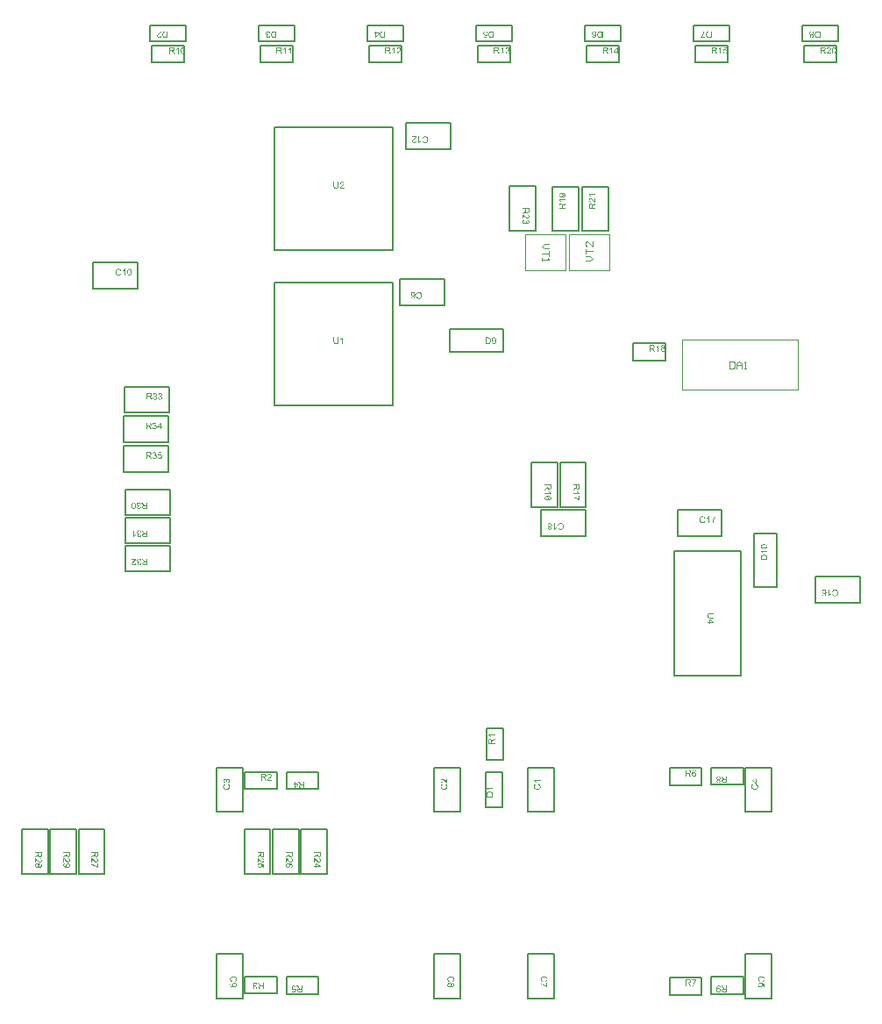
<source format=gbr>
%TF.GenerationSoftware,Altium Limited,Altium Designer,21.6.4 (81)*%
G04 Layer_Color=8388736*
%FSLAX43Y43*%
%MOMM*%
%TF.SameCoordinates,6460C9BA-4ACB-47D4-91E6-0B69D92CFE26*%
%TF.FilePolarity,Positive*%
%TF.FileFunction,Other,Top_Assembly*%
%TF.Part,Single*%
G01*
G75*
%TA.AperFunction,NonConductor*%
%ADD41C,0.200*%
%ADD49C,0.100*%
G36*
X50400Y22105D02*
X49900D01*
X49901Y22104D01*
X49904Y22100D01*
X49910Y22094D01*
X49916Y22085D01*
X49925Y22075D01*
X49934Y22062D01*
X49944Y22047D01*
X49954Y22030D01*
Y22029D01*
X49955Y22029D01*
X49959Y22023D01*
X49964Y22014D01*
X49969Y22003D01*
X49976Y21990D01*
X49982Y21976D01*
X49989Y21962D01*
X49994Y21948D01*
X49918D01*
Y21949D01*
X49916Y21951D01*
X49916Y21955D01*
X49913Y21959D01*
X49910Y21965D01*
X49906Y21971D01*
X49897Y21987D01*
X49887Y22005D01*
X49874Y22024D01*
X49859Y22043D01*
X49843Y22063D01*
X49842Y22064D01*
X49842Y22065D01*
X49839Y22067D01*
X49836Y22071D01*
X49827Y22079D01*
X49816Y22090D01*
X49803Y22102D01*
X49788Y22114D01*
X49773Y22124D01*
X49757Y22133D01*
Y22184D01*
X50400D01*
Y22105D01*
D02*
G37*
G36*
X50096Y21803D02*
X50103D01*
X50121Y21802D01*
X50141Y21799D01*
X50162Y21796D01*
X50185Y21792D01*
X50207Y21786D01*
X50208D01*
X50210Y21785D01*
X50212Y21784D01*
X50216Y21784D01*
X50226Y21780D01*
X50239Y21774D01*
X50254Y21769D01*
X50269Y21761D01*
X50284Y21752D01*
X50299Y21743D01*
X50301Y21742D01*
X50306Y21738D01*
X50312Y21733D01*
X50320Y21725D01*
X50330Y21717D01*
X50339Y21707D01*
X50349Y21697D01*
X50357Y21685D01*
X50358Y21683D01*
X50361Y21679D01*
X50365Y21673D01*
X50369Y21663D01*
X50375Y21652D01*
X50380Y21639D01*
X50385Y21624D01*
X50390Y21608D01*
Y21606D01*
X50391Y21603D01*
X50392Y21600D01*
X50393Y21591D01*
X50394Y21578D01*
X50396Y21563D01*
X50398Y21546D01*
X50399Y21526D01*
X50400Y21505D01*
Y21275D01*
X49760D01*
Y21521D01*
X49761Y21538D01*
X49762Y21556D01*
X49764Y21575D01*
X49767Y21593D01*
X49769Y21609D01*
Y21610D01*
X49770Y21612D01*
Y21614D01*
X49772Y21618D01*
X49775Y21628D01*
X49780Y21641D01*
X49786Y21656D01*
X49794Y21672D01*
X49804Y21687D01*
X49816Y21702D01*
X49817Y21703D01*
X49818Y21704D01*
X49820Y21707D01*
X49823Y21710D01*
X49832Y21720D01*
X49845Y21731D01*
X49861Y21743D01*
X49879Y21756D01*
X49901Y21768D01*
X49925Y21778D01*
X49926D01*
X49928Y21779D01*
X49931Y21781D01*
X49937Y21782D01*
X49943Y21784D01*
X49951Y21786D01*
X49959Y21788D01*
X49969Y21791D01*
X49979Y21794D01*
X49991Y21796D01*
X50017Y21800D01*
X50046Y21803D01*
X50077Y21804D01*
X50078D01*
X50080D01*
X50085D01*
X50089D01*
X50096Y21803D01*
D02*
G37*
G36*
X57112Y79579D02*
X57124D01*
X57137Y79578D01*
X57151Y79576D01*
X57183Y79574D01*
X57216Y79569D01*
X57247Y79563D01*
X57263Y79558D01*
X57277Y79553D01*
X57278D01*
X57280Y79552D01*
X57284Y79551D01*
X57289Y79549D01*
X57295Y79546D01*
X57302Y79542D01*
X57318Y79533D01*
X57335Y79522D01*
X57354Y79509D01*
X57371Y79492D01*
X57387Y79474D01*
Y79473D01*
X57389Y79471D01*
X57391Y79468D01*
X57393Y79465D01*
X57395Y79459D01*
X57399Y79453D01*
X57403Y79446D01*
X57406Y79439D01*
X57413Y79421D01*
X57419Y79400D01*
X57423Y79377D01*
X57425Y79351D01*
Y79343D01*
X57424Y79339D01*
Y79332D01*
X57423Y79325D01*
X57419Y79307D01*
X57415Y79288D01*
X57407Y79268D01*
X57397Y79247D01*
X57391Y79237D01*
X57383Y79228D01*
X57382Y79227D01*
X57382Y79226D01*
X57379Y79223D01*
X57376Y79220D01*
X57371Y79217D01*
X57366Y79212D01*
X57353Y79203D01*
X57336Y79194D01*
X57316Y79184D01*
X57293Y79177D01*
X57266Y79171D01*
X57260Y79247D01*
X57260D01*
X57262Y79248D01*
X57264D01*
X57268Y79249D01*
X57278Y79252D01*
X57289Y79256D01*
X57302Y79260D01*
X57315Y79267D01*
X57327Y79274D01*
X57337Y79283D01*
X57338Y79284D01*
X57341Y79288D01*
X57345Y79294D01*
X57348Y79302D01*
X57353Y79312D01*
X57357Y79324D01*
X57359Y79338D01*
X57360Y79353D01*
Y79359D01*
X57359Y79366D01*
X57358Y79374D01*
X57357Y79384D01*
X57354Y79394D01*
X57350Y79405D01*
X57345Y79416D01*
X57344Y79416D01*
X57342Y79420D01*
X57338Y79426D01*
X57333Y79431D01*
X57326Y79439D01*
X57319Y79446D01*
X57310Y79453D01*
X57300Y79461D01*
X57299Y79462D01*
X57295Y79464D01*
X57288Y79467D01*
X57280Y79471D01*
X57269Y79476D01*
X57256Y79480D01*
X57241Y79485D01*
X57224Y79490D01*
X57223D01*
X57223Y79490D01*
X57220D01*
X57216Y79491D01*
X57207Y79493D01*
X57195Y79496D01*
X57180Y79498D01*
X57164Y79500D01*
X57147Y79501D01*
X57128Y79502D01*
X57127D01*
X57125D01*
X57120D01*
X57113D01*
X57114Y79501D01*
X57119Y79497D01*
X57125Y79491D01*
X57135Y79485D01*
X57144Y79476D01*
X57154Y79465D01*
X57164Y79452D01*
X57174Y79437D01*
X57174Y79435D01*
X57177Y79429D01*
X57181Y79421D01*
X57185Y79411D01*
X57189Y79397D01*
X57193Y79382D01*
X57196Y79366D01*
X57197Y79348D01*
Y79341D01*
X57196Y79335D01*
X57195Y79328D01*
X57194Y79320D01*
X57192Y79311D01*
X57189Y79302D01*
X57183Y79281D01*
X57178Y79269D01*
X57173Y79258D01*
X57166Y79246D01*
X57158Y79235D01*
X57149Y79224D01*
X57139Y79214D01*
X57138Y79213D01*
X57137Y79211D01*
X57134Y79209D01*
X57129Y79206D01*
X57123Y79201D01*
X57116Y79196D01*
X57108Y79192D01*
X57099Y79187D01*
X57088Y79182D01*
X57077Y79177D01*
X57064Y79172D01*
X57051Y79168D01*
X57037Y79164D01*
X57021Y79162D01*
X57005Y79160D01*
X56988Y79159D01*
X56987D01*
X56983D01*
X56978D01*
X56972Y79160D01*
X56964Y79161D01*
X56953Y79162D01*
X56943Y79164D01*
X56931Y79167D01*
X56907Y79173D01*
X56894Y79178D01*
X56880Y79184D01*
X56868Y79190D01*
X56855Y79198D01*
X56843Y79207D01*
X56831Y79217D01*
X56831Y79218D01*
X56829Y79220D01*
X56826Y79222D01*
X56822Y79227D01*
X56818Y79232D01*
X56812Y79240D01*
X56807Y79247D01*
X56801Y79257D01*
X56795Y79266D01*
X56791Y79277D01*
X56781Y79302D01*
X56777Y79315D01*
X56774Y79330D01*
X56772Y79344D01*
X56771Y79360D01*
Y79367D01*
X56772Y79371D01*
Y79376D01*
X56773Y79382D01*
X56776Y79398D01*
X56780Y79416D01*
X56786Y79435D01*
X56794Y79454D01*
X56806Y79474D01*
Y79475D01*
X56807Y79476D01*
X56809Y79478D01*
X56812Y79482D01*
X56819Y79491D01*
X56830Y79503D01*
X56843Y79515D01*
X56860Y79529D01*
X56880Y79541D01*
X56902Y79552D01*
X56903D01*
X56904Y79553D01*
X56908Y79555D01*
X56913Y79557D01*
X56919Y79559D01*
X56928Y79562D01*
X56937Y79563D01*
X56947Y79566D01*
X56959Y79569D01*
X56973Y79572D01*
X56988Y79574D01*
X57003Y79576D01*
X57021Y79577D01*
X57039Y79579D01*
X57060Y79580D01*
X57081D01*
X57082D01*
X57087D01*
X57093D01*
X57101D01*
X57112Y79579D01*
D02*
G37*
G36*
X57414Y78879D02*
X56914D01*
X56915Y78878D01*
X56918Y78874D01*
X56924Y78868D01*
X56930Y78859D01*
X56939Y78849D01*
X56948Y78836D01*
X56958Y78821D01*
X56968Y78804D01*
Y78803D01*
X56969Y78803D01*
X56973Y78797D01*
X56978Y78788D01*
X56983Y78777D01*
X56990Y78764D01*
X56996Y78750D01*
X57002Y78736D01*
X57008Y78722D01*
X56932D01*
Y78723D01*
X56930Y78725D01*
X56929Y78729D01*
X56927Y78733D01*
X56924Y78739D01*
X56920Y78745D01*
X56911Y78761D01*
X56901Y78779D01*
X56888Y78798D01*
X56873Y78817D01*
X56857Y78837D01*
X56856Y78838D01*
X56855Y78839D01*
X56853Y78841D01*
X56850Y78845D01*
X56841Y78853D01*
X56830Y78865D01*
X56817Y78876D01*
X56802Y78888D01*
X56787Y78898D01*
X56771Y78907D01*
Y78958D01*
X57414D01*
Y78879D01*
D02*
G37*
G36*
Y78507D02*
X57281Y78423D01*
X57280D01*
X57278Y78421D01*
X57275Y78419D01*
X57272Y78416D01*
X57261Y78410D01*
X57248Y78401D01*
X57235Y78391D01*
X57220Y78381D01*
X57206Y78371D01*
X57193Y78362D01*
X57192Y78361D01*
X57188Y78358D01*
X57183Y78353D01*
X57176Y78347D01*
X57162Y78333D01*
X57156Y78326D01*
X57150Y78318D01*
X57149Y78317D01*
X57149Y78315D01*
X57147Y78312D01*
X57144Y78306D01*
X57141Y78301D01*
X57138Y78294D01*
X57134Y78279D01*
Y78278D01*
X57133Y78276D01*
Y78273D01*
X57132Y78268D01*
X57131Y78262D01*
Y78254D01*
X57130Y78244D01*
Y78135D01*
X57414D01*
Y78050D01*
X56774D01*
Y78347D01*
X56775Y78354D01*
Y78362D01*
X56776Y78382D01*
X56779Y78402D01*
X56782Y78424D01*
X56786Y78445D01*
X56789Y78455D01*
X56792Y78463D01*
Y78464D01*
X56793Y78465D01*
X56795Y78471D01*
X56799Y78479D01*
X56806Y78489D01*
X56814Y78500D01*
X56825Y78512D01*
X56838Y78523D01*
X56853Y78534D01*
X56854D01*
X56855Y78535D01*
X56860Y78539D01*
X56869Y78543D01*
X56881Y78548D01*
X56895Y78553D01*
X56912Y78558D01*
X56929Y78560D01*
X56949Y78561D01*
X56950D01*
X56952D01*
X56955D01*
X56960Y78560D01*
X56966D01*
X56973Y78559D01*
X56989Y78556D01*
X57007Y78550D01*
X57027Y78543D01*
X57046Y78532D01*
X57055Y78524D01*
X57064Y78517D01*
X57065Y78516D01*
X57066Y78515D01*
X57069Y78512D01*
X57072Y78509D01*
X57076Y78504D01*
X57079Y78498D01*
X57084Y78491D01*
X57089Y78484D01*
X57094Y78474D01*
X57099Y78464D01*
X57104Y78453D01*
X57109Y78441D01*
X57113Y78427D01*
X57117Y78413D01*
X57120Y78398D01*
X57123Y78381D01*
X57124Y78383D01*
X57125Y78387D01*
X57129Y78392D01*
X57133Y78399D01*
X57143Y78416D01*
X57149Y78424D01*
X57155Y78432D01*
X57157Y78434D01*
X57162Y78438D01*
X57169Y78446D01*
X57178Y78455D01*
X57191Y78465D01*
X57205Y78477D01*
X57222Y78489D01*
X57240Y78502D01*
X57414Y78612D01*
Y78507D01*
D02*
G37*
G36*
X50494Y65649D02*
X50499D01*
X50506Y65648D01*
X50521Y65645D01*
X50539Y65641D01*
X50558Y65635D01*
X50578Y65627D01*
X50597Y65615D01*
X50598D01*
X50599Y65614D01*
X50602Y65612D01*
X50605Y65609D01*
X50615Y65602D01*
X50627Y65591D01*
X50639Y65578D01*
X50653Y65561D01*
X50665Y65541D01*
X50676Y65519D01*
Y65518D01*
X50677Y65517D01*
X50678Y65513D01*
X50680Y65508D01*
X50682Y65502D01*
X50685Y65493D01*
X50687Y65484D01*
X50690Y65474D01*
X50692Y65462D01*
X50695Y65448D01*
X50697Y65433D01*
X50699Y65418D01*
X50701Y65400D01*
X50703Y65382D01*
X50703Y65361D01*
Y65340D01*
Y65339D01*
Y65334D01*
Y65328D01*
Y65320D01*
X50703Y65309D01*
Y65297D01*
X50702Y65284D01*
X50700Y65270D01*
X50697Y65238D01*
X50692Y65205D01*
X50686Y65173D01*
X50681Y65158D01*
X50677Y65144D01*
Y65143D01*
X50676Y65141D01*
X50674Y65137D01*
X50672Y65132D01*
X50669Y65126D01*
X50666Y65119D01*
X50656Y65103D01*
X50645Y65086D01*
X50632Y65067D01*
X50616Y65050D01*
X50597Y65034D01*
X50596D01*
X50594Y65032D01*
X50592Y65030D01*
X50588Y65028D01*
X50582Y65026D01*
X50577Y65022D01*
X50569Y65018D01*
X50562Y65015D01*
X50544Y65008D01*
X50523Y65002D01*
X50500Y64998D01*
X50474Y64996D01*
X50467D01*
X50462Y64997D01*
X50456D01*
X50448Y64998D01*
X50431Y65002D01*
X50411Y65006D01*
X50391Y65014D01*
X50371Y65024D01*
X50360Y65030D01*
X50351Y65038D01*
X50350Y65038D01*
X50349Y65039D01*
X50347Y65042D01*
X50344Y65045D01*
X50340Y65050D01*
X50335Y65055D01*
X50326Y65068D01*
X50317Y65085D01*
X50308Y65105D01*
X50300Y65128D01*
X50295Y65155D01*
X50371Y65161D01*
Y65161D01*
X50372Y65159D01*
Y65157D01*
X50372Y65153D01*
X50375Y65143D01*
X50379Y65132D01*
X50384Y65119D01*
X50390Y65106D01*
X50397Y65094D01*
X50407Y65084D01*
X50408Y65083D01*
X50411Y65080D01*
X50418Y65076D01*
X50425Y65073D01*
X50435Y65068D01*
X50447Y65064D01*
X50461Y65062D01*
X50476Y65061D01*
X50482D01*
X50489Y65062D01*
X50497Y65063D01*
X50507Y65064D01*
X50518Y65067D01*
X50529Y65071D01*
X50539Y65076D01*
X50540Y65077D01*
X50543Y65079D01*
X50549Y65083D01*
X50555Y65088D01*
X50562Y65095D01*
X50569Y65102D01*
X50577Y65111D01*
X50584Y65121D01*
X50585Y65122D01*
X50587Y65126D01*
X50591Y65133D01*
X50594Y65141D01*
X50599Y65152D01*
X50604Y65165D01*
X50608Y65180D01*
X50613Y65197D01*
Y65198D01*
X50614Y65198D01*
Y65201D01*
X50615Y65205D01*
X50617Y65214D01*
X50619Y65226D01*
X50621Y65241D01*
X50623Y65257D01*
X50624Y65274D01*
X50625Y65293D01*
Y65294D01*
Y65296D01*
Y65301D01*
Y65308D01*
X50624Y65307D01*
X50620Y65302D01*
X50615Y65296D01*
X50608Y65286D01*
X50599Y65277D01*
X50588Y65267D01*
X50575Y65257D01*
X50560Y65247D01*
X50558Y65247D01*
X50553Y65244D01*
X50544Y65240D01*
X50534Y65236D01*
X50520Y65232D01*
X50506Y65228D01*
X50489Y65225D01*
X50471Y65224D01*
X50464D01*
X50458Y65225D01*
X50451Y65226D01*
X50444Y65227D01*
X50434Y65229D01*
X50425Y65232D01*
X50404Y65238D01*
X50393Y65243D01*
X50382Y65248D01*
X50370Y65255D01*
X50359Y65263D01*
X50347Y65271D01*
X50337Y65282D01*
X50336Y65283D01*
X50335Y65284D01*
X50333Y65287D01*
X50329Y65292D01*
X50324Y65298D01*
X50320Y65305D01*
X50315Y65313D01*
X50311Y65322D01*
X50305Y65333D01*
X50300Y65344D01*
X50296Y65357D01*
X50291Y65369D01*
X50287Y65384D01*
X50286Y65400D01*
X50284Y65416D01*
X50283Y65433D01*
Y65434D01*
Y65438D01*
Y65443D01*
X50284Y65449D01*
X50285Y65457D01*
X50286Y65467D01*
X50287Y65478D01*
X50290Y65490D01*
X50297Y65514D01*
X50301Y65527D01*
X50307Y65541D01*
X50313Y65553D01*
X50322Y65565D01*
X50330Y65578D01*
X50340Y65590D01*
X50341Y65590D01*
X50343Y65592D01*
X50346Y65595D01*
X50350Y65599D01*
X50356Y65603D01*
X50363Y65609D01*
X50371Y65614D01*
X50380Y65620D01*
X50389Y65626D01*
X50400Y65630D01*
X50425Y65640D01*
X50438Y65644D01*
X50453Y65647D01*
X50468Y65649D01*
X50483Y65650D01*
X50490D01*
X50494Y65649D01*
D02*
G37*
G36*
X49932Y65646D02*
X49951Y65645D01*
X49969Y65643D01*
X49988Y65640D01*
X50004Y65638D01*
X50004D01*
X50006Y65637D01*
X50009D01*
X50013Y65635D01*
X50023Y65632D01*
X50036Y65627D01*
X50051Y65621D01*
X50066Y65613D01*
X50082Y65603D01*
X50097Y65591D01*
X50098Y65590D01*
X50099Y65590D01*
X50102Y65587D01*
X50105Y65584D01*
X50114Y65575D01*
X50126Y65562D01*
X50138Y65546D01*
X50151Y65528D01*
X50163Y65506D01*
X50173Y65482D01*
Y65481D01*
X50174Y65480D01*
X50176Y65476D01*
X50176Y65470D01*
X50179Y65464D01*
X50181Y65456D01*
X50183Y65448D01*
X50186Y65438D01*
X50188Y65428D01*
X50190Y65416D01*
X50195Y65390D01*
X50198Y65361D01*
X50199Y65330D01*
Y65329D01*
Y65327D01*
Y65322D01*
Y65318D01*
X50198Y65311D01*
Y65304D01*
X50197Y65286D01*
X50194Y65266D01*
X50191Y65245D01*
X50187Y65222D01*
X50181Y65200D01*
Y65199D01*
X50180Y65198D01*
X50179Y65195D01*
X50178Y65191D01*
X50175Y65181D01*
X50169Y65168D01*
X50164Y65153D01*
X50156Y65138D01*
X50147Y65123D01*
X50138Y65108D01*
X50137Y65106D01*
X50133Y65101D01*
X50127Y65095D01*
X50120Y65087D01*
X50112Y65077D01*
X50102Y65068D01*
X50091Y65058D01*
X50079Y65050D01*
X50078Y65049D01*
X50074Y65046D01*
X50067Y65042D01*
X50058Y65038D01*
X50047Y65032D01*
X50034Y65027D01*
X50019Y65022D01*
X50003Y65017D01*
X50001D01*
X49998Y65016D01*
X49995Y65015D01*
X49986Y65014D01*
X49973Y65013D01*
X49958Y65011D01*
X49941Y65009D01*
X49921Y65008D01*
X49900Y65007D01*
X49670D01*
Y65647D01*
X49916D01*
X49932Y65646D01*
D02*
G37*
G36*
X76616Y45677D02*
X76627D01*
X76639Y45676D01*
X76652Y45676D01*
X76681Y45673D01*
X76712Y45668D01*
X76741Y45663D01*
X76755Y45659D01*
X76769Y45654D01*
X76770D01*
X76772Y45653D01*
X76775Y45651D01*
X76780Y45650D01*
X76787Y45648D01*
X76793Y45644D01*
X76809Y45637D01*
X76825Y45627D01*
X76844Y45615D01*
X76861Y45602D01*
X76876Y45585D01*
Y45584D01*
X76878Y45583D01*
X76880Y45580D01*
X76882Y45577D01*
X76885Y45572D01*
X76888Y45567D01*
X76895Y45553D01*
X76901Y45537D01*
X76908Y45517D01*
X76911Y45494D01*
X76913Y45469D01*
Y45460D01*
X76912Y45454D01*
X76911Y45446D01*
X76910Y45437D01*
X76908Y45427D01*
X76905Y45416D01*
X76901Y45405D01*
X76898Y45393D01*
X76892Y45381D01*
X76886Y45369D01*
X76878Y45357D01*
X76869Y45345D01*
X76859Y45333D01*
X76848Y45323D01*
X76847Y45322D01*
X76844Y45320D01*
X76839Y45318D01*
X76832Y45313D01*
X76824Y45308D01*
X76812Y45304D01*
X76800Y45297D01*
X76785Y45292D01*
X76768Y45286D01*
X76749Y45281D01*
X76727Y45275D01*
X76703Y45271D01*
X76677Y45266D01*
X76650Y45263D01*
X76619Y45261D01*
X76587Y45260D01*
X76586D01*
X76582D01*
X76576D01*
X76568D01*
X76558Y45261D01*
X76547D01*
X76535Y45262D01*
X76521Y45263D01*
X76493Y45266D01*
X76462Y45271D01*
X76432Y45276D01*
X76418Y45280D01*
X76404Y45284D01*
X76403D01*
X76401Y45284D01*
X76397Y45286D01*
X76393Y45288D01*
X76386Y45290D01*
X76380Y45294D01*
X76364Y45301D01*
X76347Y45310D01*
X76330Y45322D01*
X76312Y45336D01*
X76297Y45353D01*
Y45354D01*
X76296Y45355D01*
X76294Y45357D01*
X76292Y45361D01*
X76288Y45366D01*
X76285Y45371D01*
X76278Y45385D01*
X76272Y45402D01*
X76265Y45421D01*
X76261Y45444D01*
X76260Y45469D01*
Y45478D01*
X76260Y45488D01*
X76262Y45500D01*
X76265Y45514D01*
X76269Y45529D01*
X76273Y45544D01*
X76281Y45559D01*
Y45560D01*
X76282Y45561D01*
X76285Y45565D01*
X76289Y45573D01*
X76296Y45582D01*
X76305Y45592D01*
X76315Y45603D01*
X76327Y45614D01*
X76341Y45624D01*
X76343Y45625D01*
X76347Y45628D01*
X76356Y45632D01*
X76368Y45639D01*
X76382Y45644D01*
X76397Y45651D01*
X76416Y45658D01*
X76436Y45664D01*
X76437D01*
X76439Y45664D01*
X76442Y45665D01*
X76446Y45666D01*
X76452Y45667D01*
X76458Y45668D01*
X76467Y45670D01*
X76476Y45671D01*
X76486Y45673D01*
X76497Y45674D01*
X76510Y45675D01*
X76523Y45676D01*
X76538Y45677D01*
X76553D01*
X76569Y45678D01*
X76587D01*
X76588D01*
X76591D01*
X76598D01*
X76605D01*
X76616Y45677D01*
D02*
G37*
G36*
X76902Y44980D02*
X76402D01*
X76403Y44979D01*
X76407Y44975D01*
X76412Y44969D01*
X76419Y44960D01*
X76427Y44950D01*
X76436Y44937D01*
X76446Y44922D01*
X76457Y44905D01*
Y44904D01*
X76457Y44904D01*
X76461Y44898D01*
X76466Y44889D01*
X76471Y44878D01*
X76478Y44865D01*
X76484Y44851D01*
X76491Y44837D01*
X76496Y44823D01*
X76420D01*
Y44824D01*
X76419Y44826D01*
X76418Y44830D01*
X76415Y44834D01*
X76412Y44840D01*
X76408Y44846D01*
X76399Y44862D01*
X76389Y44880D01*
X76376Y44899D01*
X76361Y44918D01*
X76346Y44938D01*
X76345Y44939D01*
X76344Y44940D01*
X76341Y44942D01*
X76338Y44946D01*
X76329Y44954D01*
X76318Y44965D01*
X76305Y44977D01*
X76290Y44989D01*
X76275Y44999D01*
X76260Y45008D01*
Y45059D01*
X76902D01*
Y44980D01*
D02*
G37*
G36*
X76598Y44678D02*
X76605D01*
X76623Y44677D01*
X76643Y44674D01*
X76665Y44671D01*
X76687Y44667D01*
X76709Y44661D01*
X76710D01*
X76712Y44660D01*
X76714Y44659D01*
X76718Y44659D01*
X76728Y44655D01*
X76741Y44649D01*
X76756Y44644D01*
X76771Y44636D01*
X76787Y44627D01*
X76801Y44618D01*
X76803Y44617D01*
X76808Y44613D01*
X76814Y44608D01*
X76823Y44600D01*
X76832Y44592D01*
X76841Y44582D01*
X76851Y44572D01*
X76860Y44560D01*
X76861Y44558D01*
X76863Y44554D01*
X76867Y44548D01*
X76872Y44538D01*
X76877Y44527D01*
X76882Y44514D01*
X76887Y44499D01*
X76892Y44483D01*
Y44481D01*
X76893Y44478D01*
X76894Y44475D01*
X76895Y44466D01*
X76897Y44453D01*
X76898Y44438D01*
X76900Y44421D01*
X76901Y44401D01*
X76902Y44380D01*
Y44150D01*
X76262D01*
Y44396D01*
X76263Y44413D01*
X76264Y44431D01*
X76266Y44450D01*
X76269Y44468D01*
X76272Y44484D01*
Y44485D01*
X76273Y44487D01*
Y44489D01*
X76274Y44493D01*
X76277Y44503D01*
X76282Y44516D01*
X76288Y44531D01*
X76297Y44547D01*
X76306Y44562D01*
X76318Y44577D01*
X76319Y44578D01*
X76320Y44579D01*
X76322Y44582D01*
X76325Y44585D01*
X76334Y44595D01*
X76347Y44606D01*
X76363Y44618D01*
X76382Y44631D01*
X76403Y44643D01*
X76427Y44653D01*
X76428D01*
X76430Y44654D01*
X76433Y44656D01*
X76439Y44657D01*
X76445Y44659D01*
X76453Y44661D01*
X76461Y44663D01*
X76471Y44666D01*
X76481Y44669D01*
X76493Y44671D01*
X76519Y44675D01*
X76548Y44678D01*
X76579Y44679D01*
X76580D01*
X76582D01*
X76587D01*
X76591D01*
X76598Y44678D01*
D02*
G37*
G36*
X66408Y64261D02*
X66329D01*
Y64761D01*
X66328Y64760D01*
X66324Y64757D01*
X66318Y64751D01*
X66309Y64745D01*
X66299Y64736D01*
X66286Y64727D01*
X66271Y64717D01*
X66254Y64707D01*
X66254D01*
X66253Y64706D01*
X66247Y64702D01*
X66238Y64697D01*
X66227Y64692D01*
X66214Y64685D01*
X66200Y64679D01*
X66186Y64673D01*
X66172Y64667D01*
Y64743D01*
X66173D01*
X66175Y64745D01*
X66179Y64746D01*
X66183Y64748D01*
X66189Y64751D01*
X66195Y64755D01*
X66211Y64764D01*
X66229Y64774D01*
X66248Y64787D01*
X66267Y64802D01*
X66287Y64818D01*
X66288Y64819D01*
X66289Y64820D01*
X66291Y64822D01*
X66295Y64825D01*
X66303Y64834D01*
X66315Y64845D01*
X66326Y64858D01*
X66338Y64873D01*
X66348Y64888D01*
X66357Y64904D01*
X66408D01*
Y64261D01*
D02*
G37*
G36*
X65804Y64900D02*
X65812D01*
X65832Y64899D01*
X65852Y64896D01*
X65874Y64893D01*
X65895Y64889D01*
X65905Y64886D01*
X65913Y64883D01*
X65914D01*
X65915Y64882D01*
X65921Y64880D01*
X65929Y64876D01*
X65939Y64869D01*
X65950Y64861D01*
X65962Y64850D01*
X65973Y64837D01*
X65984Y64822D01*
Y64821D01*
X65985Y64820D01*
X65989Y64815D01*
X65993Y64806D01*
X65998Y64794D01*
X66003Y64780D01*
X66008Y64763D01*
X66010Y64746D01*
X66011Y64726D01*
Y64725D01*
Y64723D01*
Y64720D01*
X66010Y64715D01*
Y64709D01*
X66009Y64702D01*
X66006Y64686D01*
X66000Y64668D01*
X65993Y64648D01*
X65982Y64629D01*
X65974Y64620D01*
X65967Y64611D01*
X65966Y64610D01*
X65965Y64609D01*
X65962Y64606D01*
X65959Y64603D01*
X65954Y64599D01*
X65948Y64596D01*
X65941Y64591D01*
X65934Y64586D01*
X65924Y64581D01*
X65914Y64576D01*
X65903Y64571D01*
X65891Y64566D01*
X65877Y64562D01*
X65863Y64558D01*
X65848Y64555D01*
X65831Y64552D01*
X65833Y64551D01*
X65837Y64550D01*
X65842Y64546D01*
X65849Y64542D01*
X65866Y64532D01*
X65874Y64526D01*
X65882Y64520D01*
X65884Y64518D01*
X65888Y64513D01*
X65896Y64506D01*
X65905Y64497D01*
X65915Y64484D01*
X65927Y64470D01*
X65939Y64453D01*
X65952Y64435D01*
X66062Y64261D01*
X65957D01*
X65873Y64394D01*
Y64395D01*
X65871Y64397D01*
X65869Y64400D01*
X65866Y64403D01*
X65860Y64414D01*
X65851Y64427D01*
X65841Y64440D01*
X65831Y64455D01*
X65821Y64469D01*
X65812Y64482D01*
X65811Y64483D01*
X65808Y64487D01*
X65803Y64492D01*
X65797Y64499D01*
X65783Y64513D01*
X65776Y64519D01*
X65768Y64525D01*
X65767Y64526D01*
X65765Y64526D01*
X65762Y64528D01*
X65756Y64531D01*
X65751Y64534D01*
X65744Y64537D01*
X65729Y64541D01*
X65728D01*
X65727Y64542D01*
X65723D01*
X65718Y64543D01*
X65712Y64544D01*
X65704D01*
X65694Y64545D01*
X65585D01*
Y64261D01*
X65500D01*
Y64901D01*
X65797D01*
X65804Y64900D01*
D02*
G37*
G36*
X66831Y64903D02*
X66839Y64902D01*
X66847Y64901D01*
X66856Y64900D01*
X66866Y64897D01*
X66888Y64892D01*
X66910Y64883D01*
X66921Y64878D01*
X66932Y64871D01*
X66942Y64863D01*
X66952Y64855D01*
X66953Y64854D01*
X66954Y64853D01*
X66957Y64850D01*
X66961Y64846D01*
X66964Y64841D01*
X66969Y64835D01*
X66978Y64821D01*
X66988Y64804D01*
X66996Y64783D01*
X67002Y64760D01*
X67003Y64748D01*
X67004Y64735D01*
Y64734D01*
Y64734D01*
Y64728D01*
X67003Y64720D01*
X67001Y64709D01*
X66999Y64697D01*
X66994Y64684D01*
X66989Y64671D01*
X66980Y64658D01*
X66979Y64656D01*
X66976Y64652D01*
X66970Y64647D01*
X66963Y64639D01*
X66952Y64631D01*
X66940Y64623D01*
X66927Y64614D01*
X66910Y64607D01*
X66911D01*
X66913Y64606D01*
X66915Y64605D01*
X66919Y64603D01*
X66930Y64599D01*
X66943Y64592D01*
X66957Y64583D01*
X66972Y64573D01*
X66986Y64560D01*
X66999Y64545D01*
Y64544D01*
X67000Y64543D01*
X67003Y64538D01*
X67009Y64528D01*
X67014Y64516D01*
X67020Y64501D01*
X67026Y64484D01*
X67029Y64464D01*
X67030Y64443D01*
Y64442D01*
Y64440D01*
Y64435D01*
X67029Y64429D01*
X67028Y64423D01*
X67027Y64415D01*
X67026Y64405D01*
X67023Y64395D01*
X67016Y64374D01*
X67012Y64362D01*
X67005Y64351D01*
X66999Y64339D01*
X66991Y64328D01*
X66982Y64317D01*
X66972Y64305D01*
X66971Y64305D01*
X66969Y64303D01*
X66966Y64300D01*
X66962Y64297D01*
X66955Y64293D01*
X66949Y64288D01*
X66940Y64283D01*
X66931Y64278D01*
X66921Y64272D01*
X66909Y64268D01*
X66896Y64263D01*
X66883Y64258D01*
X66868Y64256D01*
X66853Y64253D01*
X66837Y64251D01*
X66819Y64250D01*
X66810D01*
X66804Y64251D01*
X66795Y64252D01*
X66786Y64253D01*
X66776Y64255D01*
X66765Y64257D01*
X66740Y64264D01*
X66727Y64268D01*
X66715Y64273D01*
X66702Y64280D01*
X66689Y64287D01*
X66677Y64295D01*
X66666Y64305D01*
X66665Y64306D01*
X66663Y64308D01*
X66660Y64311D01*
X66657Y64316D01*
X66653Y64321D01*
X66647Y64328D01*
X66643Y64335D01*
X66637Y64344D01*
X66632Y64354D01*
X66627Y64365D01*
X66618Y64388D01*
X66614Y64402D01*
X66611Y64415D01*
X66609Y64430D01*
X66609Y64445D01*
Y64446D01*
Y64448D01*
Y64452D01*
X66609Y64455D01*
Y64461D01*
X66610Y64467D01*
X66612Y64482D01*
X66616Y64499D01*
X66621Y64515D01*
X66630Y64533D01*
X66640Y64550D01*
Y64550D01*
X66642Y64551D01*
X66646Y64556D01*
X66653Y64563D01*
X66663Y64573D01*
X66676Y64582D01*
X66692Y64592D01*
X66709Y64600D01*
X66731Y64607D01*
X66730D01*
X66729Y64608D01*
X66726Y64609D01*
X66722Y64611D01*
X66714Y64614D01*
X66703Y64620D01*
X66691Y64627D01*
X66679Y64636D01*
X66668Y64647D01*
X66658Y64658D01*
X66657Y64660D01*
X66654Y64663D01*
X66650Y64671D01*
X66646Y64680D01*
X66642Y64692D01*
X66638Y64706D01*
X66635Y64722D01*
X66634Y64738D01*
Y64739D01*
Y64741D01*
Y64745D01*
X66635Y64750D01*
X66636Y64756D01*
X66637Y64763D01*
X66641Y64779D01*
X66646Y64797D01*
X66656Y64817D01*
X66661Y64827D01*
X66668Y64837D01*
X66676Y64846D01*
X66684Y64856D01*
X66685Y64856D01*
X66687Y64857D01*
X66690Y64860D01*
X66694Y64863D01*
X66698Y64867D01*
X66705Y64870D01*
X66712Y64875D01*
X66719Y64880D01*
X66729Y64884D01*
X66739Y64889D01*
X66750Y64893D01*
X66762Y64896D01*
X66788Y64902D01*
X66803Y64903D01*
X66817Y64904D01*
X66826D01*
X66831Y64903D01*
D02*
G37*
G36*
X16248Y44299D02*
X16256Y44298D01*
X16264Y44297D01*
X16273Y44295D01*
X16284Y44294D01*
X16306Y44288D01*
X16329Y44279D01*
X16341Y44273D01*
X16352Y44267D01*
X16363Y44258D01*
X16374Y44250D01*
X16375Y44249D01*
X16377Y44247D01*
X16380Y44245D01*
X16382Y44241D01*
X16387Y44236D01*
X16392Y44230D01*
X16397Y44223D01*
X16403Y44215D01*
X16408Y44206D01*
X16414Y44196D01*
X16424Y44174D01*
X16432Y44148D01*
X16435Y44135D01*
X16437Y44120D01*
X16358Y44110D01*
Y44110D01*
X16358Y44112D01*
X16357Y44116D01*
X16356Y44121D01*
X16355Y44126D01*
X16353Y44133D01*
X16348Y44147D01*
X16342Y44163D01*
X16333Y44179D01*
X16324Y44194D01*
X16313Y44207D01*
X16311Y44208D01*
X16308Y44211D01*
X16300Y44216D01*
X16291Y44221D01*
X16280Y44226D01*
X16266Y44231D01*
X16250Y44234D01*
X16234Y44235D01*
X16228D01*
X16224Y44234D01*
X16214Y44233D01*
X16201Y44231D01*
X16186Y44226D01*
X16171Y44220D01*
X16155Y44210D01*
X16140Y44197D01*
X16138Y44196D01*
X16134Y44190D01*
X16128Y44182D01*
X16121Y44171D01*
X16113Y44157D01*
X16108Y44141D01*
X16103Y44123D01*
X16101Y44102D01*
Y44101D01*
Y44099D01*
Y44097D01*
X16102Y44093D01*
X16103Y44083D01*
X16106Y44071D01*
X16110Y44056D01*
X16116Y44041D01*
X16125Y44026D01*
X16137Y44012D01*
X16139Y44011D01*
X16144Y44007D01*
X16151Y44001D01*
X16162Y43995D01*
X16174Y43988D01*
X16190Y43983D01*
X16208Y43979D01*
X16227Y43977D01*
X16235D01*
X16242Y43978D01*
X16250Y43979D01*
X16260Y43981D01*
X16271Y43983D01*
X16283Y43986D01*
X16273Y43916D01*
X16269D01*
X16265Y43917D01*
X16253D01*
X16243Y43915D01*
X16231Y43914D01*
X16217Y43911D01*
X16201Y43906D01*
X16186Y43900D01*
X16171Y43891D01*
X16170D01*
X16169Y43890D01*
X16164Y43887D01*
X16158Y43880D01*
X16150Y43872D01*
X16143Y43860D01*
X16137Y43846D01*
X16132Y43830D01*
X16130Y43821D01*
Y43811D01*
Y43810D01*
Y43809D01*
Y43804D01*
X16132Y43796D01*
X16134Y43786D01*
X16137Y43775D01*
X16142Y43763D01*
X16149Y43751D01*
X16160Y43740D01*
X16161Y43739D01*
X16165Y43735D01*
X16172Y43730D01*
X16180Y43725D01*
X16191Y43720D01*
X16204Y43716D01*
X16219Y43712D01*
X16235Y43711D01*
X16243D01*
X16251Y43713D01*
X16262Y43715D01*
X16274Y43718D01*
X16286Y43723D01*
X16299Y43730D01*
X16311Y43740D01*
X16312Y43741D01*
X16316Y43745D01*
X16321Y43752D01*
X16328Y43761D01*
X16334Y43773D01*
X16341Y43788D01*
X16346Y43805D01*
X16350Y43826D01*
X16429Y43812D01*
Y43811D01*
X16428Y43808D01*
X16427Y43804D01*
X16426Y43799D01*
X16424Y43792D01*
X16421Y43785D01*
X16416Y43767D01*
X16407Y43747D01*
X16395Y43727D01*
X16382Y43707D01*
X16364Y43690D01*
X16363Y43689D01*
X16361Y43688D01*
X16358Y43686D01*
X16355Y43683D01*
X16350Y43680D01*
X16344Y43676D01*
X16337Y43672D01*
X16329Y43668D01*
X16310Y43660D01*
X16289Y43653D01*
X16264Y43648D01*
X16251Y43646D01*
X16228D01*
X16218Y43647D01*
X16206Y43649D01*
X16191Y43652D01*
X16174Y43657D01*
X16158Y43662D01*
X16141Y43669D01*
X16140D01*
X16139Y43670D01*
X16134Y43673D01*
X16125Y43679D01*
X16116Y43685D01*
X16105Y43694D01*
X16094Y43705D01*
X16083Y43717D01*
X16074Y43730D01*
X16073Y43732D01*
X16070Y43737D01*
X16066Y43745D01*
X16062Y43755D01*
X16057Y43767D01*
X16053Y43781D01*
X16051Y43797D01*
X16050Y43813D01*
Y43815D01*
Y43820D01*
X16051Y43828D01*
X16052Y43838D01*
X16055Y43850D01*
X16060Y43863D01*
X16065Y43876D01*
X16073Y43889D01*
X16074Y43890D01*
X16076Y43894D01*
X16082Y43901D01*
X16089Y43908D01*
X16099Y43916D01*
X16110Y43926D01*
X16123Y43934D01*
X16138Y43942D01*
X16137D01*
X16136Y43943D01*
X16133Y43944D01*
X16129Y43945D01*
X16119Y43949D01*
X16106Y43954D01*
X16091Y43962D01*
X16076Y43971D01*
X16063Y43983D01*
X16050Y43997D01*
X16049Y43999D01*
X16045Y44004D01*
X16039Y44013D01*
X16034Y44025D01*
X16028Y44040D01*
X16023Y44058D01*
X16019Y44078D01*
X16018Y44100D01*
Y44101D01*
Y44104D01*
Y44109D01*
X16019Y44114D01*
X16020Y44122D01*
X16022Y44130D01*
X16024Y44139D01*
X16026Y44149D01*
X16033Y44172D01*
X16039Y44184D01*
X16044Y44195D01*
X16051Y44207D01*
X16060Y44219D01*
X16069Y44231D01*
X16080Y44242D01*
X16081Y44243D01*
X16083Y44245D01*
X16087Y44247D01*
X16091Y44251D01*
X16097Y44256D01*
X16104Y44260D01*
X16112Y44266D01*
X16123Y44270D01*
X16133Y44276D01*
X16145Y44282D01*
X16157Y44286D01*
X16171Y44291D01*
X16186Y44294D01*
X16201Y44297D01*
X16217Y44299D01*
X16235Y44300D01*
X16243D01*
X16248Y44299D01*
D02*
G37*
G36*
X17050Y43649D02*
X16753D01*
X16746Y43650D01*
X16738D01*
X16718Y43651D01*
X16698Y43654D01*
X16676Y43657D01*
X16655Y43661D01*
X16645Y43664D01*
X16637Y43667D01*
X16636D01*
X16635Y43668D01*
X16629Y43670D01*
X16621Y43674D01*
X16611Y43681D01*
X16600Y43689D01*
X16588Y43700D01*
X16577Y43713D01*
X16566Y43728D01*
Y43729D01*
X16565Y43730D01*
X16561Y43735D01*
X16557Y43744D01*
X16552Y43756D01*
X16547Y43770D01*
X16542Y43787D01*
X16540Y43804D01*
X16539Y43824D01*
Y43825D01*
Y43827D01*
Y43830D01*
X16540Y43835D01*
Y43841D01*
X16541Y43848D01*
X16544Y43864D01*
X16550Y43882D01*
X16557Y43902D01*
X16568Y43921D01*
X16576Y43930D01*
X16583Y43939D01*
X16584Y43940D01*
X16585Y43941D01*
X16588Y43944D01*
X16591Y43947D01*
X16596Y43951D01*
X16602Y43954D01*
X16609Y43959D01*
X16616Y43964D01*
X16626Y43969D01*
X16636Y43974D01*
X16647Y43979D01*
X16659Y43984D01*
X16673Y43988D01*
X16687Y43992D01*
X16702Y43995D01*
X16719Y43998D01*
X16717Y43999D01*
X16713Y44000D01*
X16708Y44004D01*
X16701Y44008D01*
X16684Y44018D01*
X16676Y44024D01*
X16668Y44030D01*
X16666Y44032D01*
X16662Y44037D01*
X16654Y44044D01*
X16645Y44053D01*
X16635Y44066D01*
X16623Y44080D01*
X16611Y44097D01*
X16598Y44115D01*
X16488Y44289D01*
X16593D01*
X16677Y44156D01*
Y44155D01*
X16679Y44153D01*
X16681Y44150D01*
X16684Y44147D01*
X16690Y44136D01*
X16699Y44123D01*
X16709Y44110D01*
X16719Y44095D01*
X16729Y44081D01*
X16738Y44068D01*
X16739Y44067D01*
X16742Y44063D01*
X16747Y44058D01*
X16753Y44051D01*
X16767Y44037D01*
X16774Y44031D01*
X16782Y44025D01*
X16783Y44024D01*
X16785Y44024D01*
X16788Y44022D01*
X16794Y44019D01*
X16799Y44016D01*
X16806Y44013D01*
X16821Y44009D01*
X16822D01*
X16823Y44008D01*
X16827D01*
X16832Y44007D01*
X16838Y44006D01*
X16846D01*
X16856Y44005D01*
X16965D01*
Y44289D01*
X17050D01*
Y43649D01*
D02*
G37*
G36*
X15952Y44288D02*
Y44284D01*
Y44279D01*
X15951Y44271D01*
X15950Y44263D01*
X15948Y44254D01*
X15946Y44245D01*
X15942Y44234D01*
Y44233D01*
X15941Y44233D01*
X15940Y44227D01*
X15936Y44219D01*
X15930Y44208D01*
X15923Y44195D01*
X15914Y44180D01*
X15904Y44165D01*
X15891Y44149D01*
Y44148D01*
X15889Y44147D01*
X15884Y44142D01*
X15876Y44134D01*
X15864Y44122D01*
X15850Y44108D01*
X15832Y44091D01*
X15811Y44073D01*
X15788Y44053D01*
X15787Y44052D01*
X15783Y44049D01*
X15778Y44045D01*
X15771Y44039D01*
X15763Y44032D01*
X15753Y44024D01*
X15743Y44014D01*
X15731Y44004D01*
X15708Y43982D01*
X15684Y43960D01*
X15673Y43949D01*
X15663Y43938D01*
X15654Y43927D01*
X15647Y43917D01*
Y43916D01*
X15645Y43915D01*
X15643Y43913D01*
X15641Y43909D01*
X15635Y43899D01*
X15627Y43887D01*
X15621Y43872D01*
X15614Y43856D01*
X15610Y43839D01*
X15609Y43822D01*
Y43821D01*
Y43820D01*
X15610Y43815D01*
X15610Y43805D01*
X15613Y43795D01*
X15617Y43782D01*
X15623Y43769D01*
X15632Y43756D01*
X15643Y43743D01*
X15645Y43742D01*
X15649Y43738D01*
X15656Y43733D01*
X15666Y43727D01*
X15679Y43721D01*
X15694Y43716D01*
X15711Y43712D01*
X15731Y43711D01*
X15736D01*
X15740Y43712D01*
X15751Y43713D01*
X15764Y43716D01*
X15778Y43719D01*
X15794Y43726D01*
X15808Y43734D01*
X15822Y43745D01*
X15824Y43747D01*
X15828Y43752D01*
X15833Y43759D01*
X15839Y43770D01*
X15845Y43783D01*
X15851Y43800D01*
X15855Y43818D01*
X15856Y43840D01*
X15937Y43831D01*
Y43830D01*
X15936Y43828D01*
Y43823D01*
X15935Y43816D01*
X15933Y43809D01*
X15931Y43801D01*
X15929Y43791D01*
X15926Y43780D01*
X15918Y43758D01*
X15907Y43736D01*
X15901Y43725D01*
X15892Y43714D01*
X15884Y43704D01*
X15875Y43694D01*
X15874Y43694D01*
X15872Y43693D01*
X15869Y43690D01*
X15865Y43687D01*
X15859Y43683D01*
X15853Y43680D01*
X15845Y43675D01*
X15836Y43670D01*
X15826Y43666D01*
X15815Y43661D01*
X15803Y43657D01*
X15790Y43654D01*
X15776Y43651D01*
X15761Y43648D01*
X15745Y43647D01*
X15729Y43646D01*
X15720D01*
X15713Y43647D01*
X15706Y43648D01*
X15696Y43649D01*
X15686Y43651D01*
X15676Y43653D01*
X15652Y43659D01*
X15628Y43669D01*
X15616Y43674D01*
X15604Y43681D01*
X15593Y43689D01*
X15583Y43698D01*
X15582Y43699D01*
X15580Y43700D01*
X15578Y43704D01*
X15574Y43707D01*
X15570Y43712D01*
X15565Y43718D01*
X15561Y43725D01*
X15555Y43733D01*
X15546Y43751D01*
X15536Y43773D01*
X15533Y43784D01*
X15531Y43797D01*
X15529Y43810D01*
X15528Y43824D01*
Y43826D01*
Y43830D01*
X15529Y43838D01*
X15530Y43848D01*
X15532Y43859D01*
X15536Y43872D01*
X15539Y43886D01*
X15545Y43900D01*
X15546Y43902D01*
X15548Y43906D01*
X15551Y43914D01*
X15557Y43924D01*
X15564Y43935D01*
X15573Y43949D01*
X15585Y43963D01*
X15598Y43978D01*
X15599Y43980D01*
X15604Y43986D01*
X15609Y43990D01*
X15613Y43995D01*
X15619Y44000D01*
X15626Y44008D01*
X15634Y44015D01*
X15643Y44024D01*
X15652Y44033D01*
X15663Y44043D01*
X15675Y44053D01*
X15688Y44065D01*
X15703Y44077D01*
X15718Y44090D01*
X15719Y44091D01*
X15720Y44093D01*
X15724Y44096D01*
X15729Y44099D01*
X15734Y44105D01*
X15741Y44110D01*
X15756Y44123D01*
X15771Y44136D01*
X15786Y44150D01*
X15799Y44162D01*
X15805Y44167D01*
X15809Y44172D01*
X15810Y44172D01*
X15813Y44175D01*
X15817Y44179D01*
X15821Y44184D01*
X15826Y44191D01*
X15831Y44197D01*
X15843Y44213D01*
X15527D01*
Y44289D01*
X15952D01*
Y44288D01*
D02*
G37*
G36*
X16248Y47024D02*
X16255Y47023D01*
X16263Y47022D01*
X16273Y47020D01*
X16283Y47019D01*
X16305Y47013D01*
X16328Y47004D01*
X16340Y46998D01*
X16351Y46992D01*
X16362Y46983D01*
X16373Y46975D01*
X16374Y46974D01*
X16376Y46972D01*
X16379Y46970D01*
X16382Y46966D01*
X16386Y46961D01*
X16391Y46955D01*
X16396Y46948D01*
X16402Y46940D01*
X16408Y46931D01*
X16413Y46921D01*
X16423Y46899D01*
X16432Y46873D01*
X16434Y46860D01*
X16436Y46845D01*
X16358Y46835D01*
Y46835D01*
X16357Y46837D01*
X16356Y46841D01*
X16355Y46846D01*
X16354Y46851D01*
X16352Y46858D01*
X16347Y46872D01*
X16341Y46888D01*
X16333Y46904D01*
X16323Y46919D01*
X16312Y46932D01*
X16310Y46933D01*
X16307Y46936D01*
X16299Y46941D01*
X16290Y46945D01*
X16279Y46951D01*
X16265Y46956D01*
X16249Y46959D01*
X16233Y46960D01*
X16227D01*
X16224Y46959D01*
X16213Y46958D01*
X16200Y46956D01*
X16186Y46951D01*
X16170Y46945D01*
X16154Y46935D01*
X16139Y46922D01*
X16138Y46921D01*
X16133Y46915D01*
X16127Y46907D01*
X16120Y46896D01*
X16113Y46882D01*
X16107Y46866D01*
X16102Y46847D01*
X16101Y46827D01*
Y46826D01*
Y46824D01*
Y46822D01*
X16101Y46818D01*
X16102Y46808D01*
X16105Y46796D01*
X16109Y46781D01*
X16115Y46766D01*
X16125Y46751D01*
X16137Y46737D01*
X16138Y46736D01*
X16143Y46732D01*
X16150Y46726D01*
X16161Y46720D01*
X16174Y46713D01*
X16189Y46708D01*
X16207Y46704D01*
X16226Y46702D01*
X16235D01*
X16241Y46703D01*
X16249Y46704D01*
X16259Y46706D01*
X16270Y46708D01*
X16282Y46711D01*
X16273Y46641D01*
X16268D01*
X16264Y46642D01*
X16252D01*
X16242Y46640D01*
X16230Y46639D01*
X16216Y46636D01*
X16200Y46631D01*
X16186Y46625D01*
X16170Y46616D01*
X16169D01*
X16168Y46615D01*
X16163Y46612D01*
X16157Y46605D01*
X16150Y46597D01*
X16142Y46585D01*
X16136Y46571D01*
X16131Y46555D01*
X16129Y46546D01*
Y46536D01*
Y46535D01*
Y46534D01*
Y46529D01*
X16131Y46521D01*
X16133Y46511D01*
X16137Y46500D01*
X16141Y46488D01*
X16149Y46476D01*
X16159Y46465D01*
X16160Y46464D01*
X16164Y46460D01*
X16171Y46455D01*
X16179Y46450D01*
X16190Y46445D01*
X16203Y46441D01*
X16218Y46437D01*
X16235Y46436D01*
X16242D01*
X16250Y46438D01*
X16261Y46440D01*
X16273Y46443D01*
X16285Y46448D01*
X16298Y46455D01*
X16310Y46465D01*
X16311Y46466D01*
X16315Y46470D01*
X16321Y46477D01*
X16327Y46486D01*
X16334Y46498D01*
X16340Y46513D01*
X16346Y46530D01*
X16349Y46551D01*
X16428Y46537D01*
Y46536D01*
X16427Y46533D01*
X16426Y46529D01*
X16425Y46524D01*
X16423Y46517D01*
X16420Y46510D01*
X16415Y46492D01*
X16406Y46472D01*
X16395Y46452D01*
X16381Y46432D01*
X16363Y46415D01*
X16362Y46414D01*
X16360Y46413D01*
X16358Y46411D01*
X16354Y46408D01*
X16349Y46405D01*
X16343Y46401D01*
X16336Y46397D01*
X16328Y46393D01*
X16310Y46385D01*
X16288Y46378D01*
X16263Y46373D01*
X16250Y46371D01*
X16227D01*
X16217Y46372D01*
X16205Y46374D01*
X16190Y46377D01*
X16174Y46382D01*
X16157Y46387D01*
X16140Y46394D01*
X16139D01*
X16138Y46395D01*
X16133Y46398D01*
X16125Y46404D01*
X16115Y46410D01*
X16104Y46419D01*
X16093Y46430D01*
X16082Y46442D01*
X16073Y46455D01*
X16072Y46457D01*
X16069Y46462D01*
X16065Y46470D01*
X16061Y46480D01*
X16056Y46492D01*
X16052Y46506D01*
X16050Y46522D01*
X16049Y46538D01*
Y46540D01*
Y46545D01*
X16050Y46553D01*
X16052Y46563D01*
X16054Y46575D01*
X16059Y46588D01*
X16065Y46601D01*
X16072Y46614D01*
X16073Y46615D01*
X16076Y46619D01*
X16081Y46626D01*
X16089Y46633D01*
X16098Y46641D01*
X16109Y46651D01*
X16122Y46659D01*
X16138Y46667D01*
X16137D01*
X16135Y46668D01*
X16132Y46669D01*
X16128Y46670D01*
X16118Y46674D01*
X16105Y46679D01*
X16090Y46687D01*
X16076Y46696D01*
X16062Y46708D01*
X16049Y46722D01*
X16048Y46724D01*
X16044Y46729D01*
X16039Y46738D01*
X16033Y46750D01*
X16028Y46765D01*
X16022Y46783D01*
X16018Y46803D01*
X16017Y46825D01*
Y46826D01*
Y46829D01*
Y46834D01*
X16018Y46839D01*
X16019Y46847D01*
X16021Y46855D01*
X16023Y46864D01*
X16025Y46874D01*
X16032Y46896D01*
X16038Y46909D01*
X16043Y46920D01*
X16051Y46932D01*
X16059Y46944D01*
X16068Y46956D01*
X16079Y46967D01*
X16080Y46968D01*
X16082Y46970D01*
X16086Y46972D01*
X16090Y46976D01*
X16096Y46981D01*
X16103Y46985D01*
X16112Y46991D01*
X16122Y46995D01*
X16132Y47001D01*
X16144Y47007D01*
X16156Y47011D01*
X16170Y47016D01*
X16185Y47019D01*
X16200Y47022D01*
X16216Y47024D01*
X16234Y47025D01*
X16242D01*
X16248Y47024D01*
D02*
G37*
G36*
X17049Y46374D02*
X16752D01*
X16745Y46375D01*
X16737D01*
X16717Y46376D01*
X16697Y46379D01*
X16675Y46382D01*
X16654Y46386D01*
X16644Y46389D01*
X16636Y46392D01*
X16635D01*
X16634Y46393D01*
X16628Y46395D01*
X16620Y46399D01*
X16610Y46406D01*
X16599Y46414D01*
X16587Y46425D01*
X16576Y46438D01*
X16565Y46453D01*
Y46454D01*
X16564Y46455D01*
X16560Y46460D01*
X16556Y46469D01*
X16551Y46481D01*
X16546Y46495D01*
X16542Y46512D01*
X16539Y46529D01*
X16538Y46549D01*
Y46550D01*
Y46552D01*
Y46555D01*
X16539Y46560D01*
Y46566D01*
X16540Y46573D01*
X16543Y46589D01*
X16549Y46607D01*
X16556Y46627D01*
X16567Y46646D01*
X16575Y46655D01*
X16582Y46664D01*
X16583Y46665D01*
X16584Y46666D01*
X16587Y46669D01*
X16591Y46672D01*
X16595Y46676D01*
X16601Y46679D01*
X16608Y46684D01*
X16616Y46689D01*
X16625Y46694D01*
X16635Y46699D01*
X16646Y46704D01*
X16658Y46709D01*
X16672Y46713D01*
X16686Y46717D01*
X16702Y46720D01*
X16718Y46723D01*
X16716Y46724D01*
X16713Y46725D01*
X16707Y46729D01*
X16700Y46733D01*
X16683Y46743D01*
X16675Y46749D01*
X16667Y46755D01*
X16665Y46757D01*
X16661Y46762D01*
X16653Y46769D01*
X16644Y46778D01*
X16634Y46791D01*
X16622Y46805D01*
X16610Y46822D01*
X16597Y46840D01*
X16487Y47014D01*
X16592D01*
X16677Y46881D01*
Y46880D01*
X16678Y46878D01*
X16680Y46875D01*
X16683Y46872D01*
X16690Y46861D01*
X16698Y46848D01*
X16708Y46835D01*
X16718Y46820D01*
X16728Y46806D01*
X16738Y46793D01*
X16739Y46792D01*
X16741Y46788D01*
X16746Y46783D01*
X16752Y46776D01*
X16766Y46762D01*
X16774Y46756D01*
X16781Y46750D01*
X16782Y46749D01*
X16784Y46749D01*
X16788Y46747D01*
X16793Y46744D01*
X16799Y46741D01*
X16805Y46738D01*
X16820Y46734D01*
X16821D01*
X16823Y46733D01*
X16826D01*
X16831Y46732D01*
X16837Y46731D01*
X16845D01*
X16855Y46730D01*
X16964D01*
Y47014D01*
X17049D01*
Y46374D01*
D02*
G37*
G36*
X15722Y46514D02*
X15723Y46515D01*
X15728Y46518D01*
X15734Y46524D01*
X15743Y46530D01*
X15753Y46539D01*
X15766Y46548D01*
X15781Y46558D01*
X15797Y46568D01*
X15798D01*
X15799Y46569D01*
X15805Y46573D01*
X15814Y46578D01*
X15825Y46583D01*
X15838Y46590D01*
X15852Y46596D01*
X15866Y46602D01*
X15880Y46608D01*
Y46532D01*
X15879D01*
X15877Y46530D01*
X15873Y46529D01*
X15868Y46527D01*
X15863Y46524D01*
X15856Y46520D01*
X15841Y46511D01*
X15822Y46501D01*
X15804Y46488D01*
X15784Y46473D01*
X15765Y46457D01*
X15764Y46456D01*
X15763Y46455D01*
X15760Y46453D01*
X15757Y46450D01*
X15748Y46441D01*
X15737Y46430D01*
X15726Y46417D01*
X15714Y46402D01*
X15704Y46387D01*
X15695Y46371D01*
X15644D01*
Y47014D01*
X15722D01*
Y46514D01*
D02*
G37*
G36*
X16223Y49724D02*
X16231Y49723D01*
X16239Y49722D01*
X16248Y49720D01*
X16259Y49719D01*
X16281Y49713D01*
X16304Y49704D01*
X16316Y49698D01*
X16327Y49692D01*
X16338Y49683D01*
X16349Y49675D01*
X16350Y49674D01*
X16352Y49672D01*
X16355Y49670D01*
X16357Y49666D01*
X16362Y49661D01*
X16367Y49655D01*
X16372Y49648D01*
X16378Y49640D01*
X16383Y49631D01*
X16389Y49621D01*
X16399Y49599D01*
X16407Y49573D01*
X16410Y49560D01*
X16412Y49545D01*
X16333Y49535D01*
Y49535D01*
X16333Y49537D01*
X16332Y49541D01*
X16331Y49546D01*
X16330Y49551D01*
X16328Y49558D01*
X16323Y49572D01*
X16317Y49588D01*
X16308Y49604D01*
X16299Y49619D01*
X16288Y49632D01*
X16286Y49633D01*
X16283Y49636D01*
X16275Y49641D01*
X16266Y49646D01*
X16255Y49651D01*
X16241Y49656D01*
X16225Y49659D01*
X16209Y49660D01*
X16203D01*
X16199Y49659D01*
X16189Y49658D01*
X16176Y49656D01*
X16161Y49651D01*
X16146Y49645D01*
X16130Y49635D01*
X16115Y49622D01*
X16113Y49621D01*
X16109Y49615D01*
X16103Y49607D01*
X16096Y49596D01*
X16088Y49582D01*
X16083Y49566D01*
X16078Y49547D01*
X16076Y49527D01*
Y49526D01*
Y49524D01*
Y49522D01*
X16077Y49518D01*
X16078Y49508D01*
X16081Y49496D01*
X16085Y49481D01*
X16091Y49466D01*
X16100Y49451D01*
X16112Y49437D01*
X16114Y49436D01*
X16119Y49432D01*
X16126Y49426D01*
X16137Y49420D01*
X16149Y49413D01*
X16165Y49408D01*
X16183Y49404D01*
X16202Y49402D01*
X16210D01*
X16217Y49403D01*
X16225Y49404D01*
X16235Y49406D01*
X16246Y49408D01*
X16258Y49411D01*
X16248Y49341D01*
X16244D01*
X16240Y49342D01*
X16228D01*
X16218Y49340D01*
X16206Y49339D01*
X16192Y49336D01*
X16176Y49331D01*
X16161Y49325D01*
X16146Y49316D01*
X16145D01*
X16144Y49315D01*
X16139Y49312D01*
X16133Y49305D01*
X16125Y49297D01*
X16118Y49285D01*
X16112Y49271D01*
X16107Y49255D01*
X16105Y49246D01*
Y49236D01*
Y49235D01*
Y49234D01*
Y49229D01*
X16107Y49221D01*
X16109Y49211D01*
X16112Y49200D01*
X16117Y49188D01*
X16124Y49176D01*
X16135Y49165D01*
X16136Y49164D01*
X16140Y49160D01*
X16147Y49155D01*
X16155Y49150D01*
X16166Y49145D01*
X16179Y49141D01*
X16194Y49137D01*
X16210Y49136D01*
X16218D01*
X16226Y49138D01*
X16237Y49140D01*
X16249Y49143D01*
X16261Y49148D01*
X16274Y49155D01*
X16286Y49165D01*
X16287Y49166D01*
X16291Y49170D01*
X16296Y49177D01*
X16303Y49186D01*
X16309Y49198D01*
X16316Y49213D01*
X16321Y49230D01*
X16325Y49251D01*
X16404Y49237D01*
Y49236D01*
X16403Y49233D01*
X16402Y49229D01*
X16401Y49224D01*
X16399Y49217D01*
X16396Y49210D01*
X16391Y49192D01*
X16382Y49172D01*
X16370Y49152D01*
X16357Y49132D01*
X16339Y49115D01*
X16338Y49114D01*
X16336Y49113D01*
X16333Y49111D01*
X16330Y49108D01*
X16325Y49105D01*
X16319Y49101D01*
X16312Y49097D01*
X16304Y49093D01*
X16285Y49085D01*
X16264Y49078D01*
X16239Y49073D01*
X16226Y49071D01*
X16203D01*
X16193Y49072D01*
X16181Y49074D01*
X16166Y49077D01*
X16149Y49082D01*
X16133Y49087D01*
X16116Y49094D01*
X16115D01*
X16114Y49095D01*
X16109Y49098D01*
X16100Y49104D01*
X16091Y49110D01*
X16080Y49119D01*
X16069Y49130D01*
X16058Y49142D01*
X16049Y49155D01*
X16048Y49157D01*
X16045Y49162D01*
X16041Y49170D01*
X16037Y49180D01*
X16032Y49192D01*
X16028Y49206D01*
X16026Y49222D01*
X16025Y49238D01*
Y49240D01*
Y49245D01*
X16026Y49253D01*
X16027Y49263D01*
X16030Y49275D01*
X16035Y49288D01*
X16040Y49301D01*
X16048Y49314D01*
X16049Y49315D01*
X16051Y49319D01*
X16057Y49326D01*
X16064Y49333D01*
X16074Y49341D01*
X16085Y49351D01*
X16098Y49359D01*
X16113Y49367D01*
X16112D01*
X16111Y49368D01*
X16108Y49369D01*
X16104Y49370D01*
X16094Y49374D01*
X16081Y49379D01*
X16066Y49387D01*
X16051Y49396D01*
X16038Y49408D01*
X16025Y49422D01*
X16024Y49424D01*
X16020Y49429D01*
X16014Y49438D01*
X16009Y49450D01*
X16003Y49465D01*
X15998Y49483D01*
X15994Y49503D01*
X15993Y49525D01*
Y49526D01*
Y49529D01*
Y49534D01*
X15994Y49539D01*
X15995Y49547D01*
X15997Y49555D01*
X15999Y49564D01*
X16001Y49574D01*
X16008Y49596D01*
X16014Y49609D01*
X16019Y49620D01*
X16026Y49632D01*
X16035Y49644D01*
X16044Y49656D01*
X16055Y49667D01*
X16056Y49668D01*
X16058Y49670D01*
X16062Y49672D01*
X16066Y49676D01*
X16072Y49681D01*
X16079Y49685D01*
X16087Y49691D01*
X16098Y49695D01*
X16108Y49701D01*
X16120Y49707D01*
X16132Y49711D01*
X16146Y49716D01*
X16161Y49719D01*
X16176Y49722D01*
X16192Y49724D01*
X16210Y49725D01*
X16218D01*
X16223Y49724D01*
D02*
G37*
G36*
X17025Y49074D02*
X16728D01*
X16721Y49075D01*
X16713D01*
X16693Y49076D01*
X16673Y49079D01*
X16651Y49082D01*
X16630Y49086D01*
X16620Y49089D01*
X16612Y49092D01*
X16611D01*
X16610Y49093D01*
X16604Y49095D01*
X16596Y49099D01*
X16586Y49106D01*
X16575Y49114D01*
X16563Y49125D01*
X16552Y49138D01*
X16541Y49153D01*
Y49154D01*
X16540Y49155D01*
X16536Y49160D01*
X16532Y49169D01*
X16527Y49181D01*
X16522Y49195D01*
X16517Y49212D01*
X16515Y49229D01*
X16514Y49249D01*
Y49250D01*
Y49252D01*
Y49255D01*
X16515Y49260D01*
Y49266D01*
X16516Y49273D01*
X16519Y49289D01*
X16525Y49307D01*
X16532Y49327D01*
X16543Y49346D01*
X16551Y49355D01*
X16558Y49364D01*
X16559Y49365D01*
X16560Y49366D01*
X16563Y49369D01*
X16566Y49372D01*
X16571Y49376D01*
X16577Y49379D01*
X16584Y49384D01*
X16591Y49389D01*
X16601Y49394D01*
X16611Y49399D01*
X16622Y49404D01*
X16634Y49409D01*
X16648Y49413D01*
X16662Y49417D01*
X16677Y49420D01*
X16694Y49423D01*
X16692Y49424D01*
X16688Y49425D01*
X16683Y49429D01*
X16676Y49433D01*
X16659Y49443D01*
X16651Y49449D01*
X16643Y49455D01*
X16641Y49457D01*
X16637Y49462D01*
X16629Y49469D01*
X16620Y49478D01*
X16610Y49491D01*
X16598Y49505D01*
X16586Y49522D01*
X16573Y49540D01*
X16463Y49714D01*
X16568D01*
X16652Y49581D01*
Y49580D01*
X16654Y49578D01*
X16656Y49575D01*
X16659Y49572D01*
X16665Y49561D01*
X16674Y49548D01*
X16684Y49535D01*
X16694Y49520D01*
X16704Y49506D01*
X16713Y49493D01*
X16714Y49492D01*
X16717Y49488D01*
X16722Y49483D01*
X16728Y49476D01*
X16742Y49462D01*
X16749Y49456D01*
X16757Y49450D01*
X16758Y49449D01*
X16760Y49449D01*
X16763Y49447D01*
X16769Y49444D01*
X16774Y49441D01*
X16781Y49438D01*
X16796Y49434D01*
X16797D01*
X16798Y49433D01*
X16802D01*
X16807Y49432D01*
X16813Y49431D01*
X16821D01*
X16831Y49430D01*
X16940D01*
Y49714D01*
X17025D01*
Y49074D01*
D02*
G37*
G36*
X15722Y49724D02*
X15730Y49723D01*
X15739Y49721D01*
X15749Y49719D01*
X15760Y49717D01*
X15771Y49713D01*
X15783Y49709D01*
X15795Y49704D01*
X15807Y49697D01*
X15819Y49690D01*
X15831Y49681D01*
X15842Y49670D01*
X15853Y49659D01*
X15854Y49658D01*
X15855Y49656D01*
X15858Y49651D01*
X15863Y49644D01*
X15867Y49635D01*
X15872Y49624D01*
X15879Y49611D01*
X15884Y49596D01*
X15890Y49580D01*
X15895Y49560D01*
X15901Y49539D01*
X15905Y49515D01*
X15910Y49489D01*
X15913Y49462D01*
X15915Y49431D01*
X15916Y49399D01*
Y49398D01*
Y49394D01*
Y49388D01*
Y49380D01*
X15915Y49370D01*
Y49359D01*
X15914Y49347D01*
X15913Y49333D01*
X15910Y49304D01*
X15905Y49274D01*
X15900Y49243D01*
X15896Y49229D01*
X15892Y49216D01*
Y49215D01*
X15892Y49213D01*
X15890Y49209D01*
X15888Y49204D01*
X15886Y49198D01*
X15882Y49192D01*
X15875Y49176D01*
X15866Y49159D01*
X15854Y49142D01*
X15840Y49124D01*
X15823Y49109D01*
X15822D01*
X15821Y49107D01*
X15818Y49106D01*
X15815Y49104D01*
X15810Y49100D01*
X15805Y49097D01*
X15791Y49090D01*
X15774Y49083D01*
X15755Y49077D01*
X15732Y49073D01*
X15707Y49071D01*
X15698D01*
X15688Y49072D01*
X15676Y49074D01*
X15662Y49077D01*
X15647Y49081D01*
X15632Y49085D01*
X15617Y49093D01*
X15616D01*
X15615Y49094D01*
X15610Y49096D01*
X15603Y49101D01*
X15594Y49107D01*
X15584Y49117D01*
X15573Y49127D01*
X15562Y49139D01*
X15552Y49153D01*
X15551Y49155D01*
X15548Y49159D01*
X15544Y49167D01*
X15537Y49180D01*
X15532Y49193D01*
X15524Y49209D01*
X15518Y49228D01*
X15512Y49248D01*
Y49249D01*
X15512Y49251D01*
X15511Y49253D01*
X15510Y49258D01*
X15509Y49264D01*
X15508Y49270D01*
X15506Y49278D01*
X15505Y49288D01*
X15503Y49298D01*
X15502Y49309D01*
X15501Y49322D01*
X15499Y49335D01*
X15499Y49350D01*
Y49364D01*
X15498Y49381D01*
Y49399D01*
Y49400D01*
Y49403D01*
Y49410D01*
Y49417D01*
X15499Y49427D01*
Y49438D01*
X15499Y49450D01*
X15500Y49463D01*
X15503Y49493D01*
X15508Y49523D01*
X15513Y49553D01*
X15517Y49567D01*
X15522Y49581D01*
Y49582D01*
X15523Y49584D01*
X15524Y49587D01*
X15526Y49592D01*
X15528Y49598D01*
X15532Y49605D01*
X15539Y49621D01*
X15548Y49637D01*
X15561Y49656D01*
X15574Y49672D01*
X15591Y49688D01*
X15592D01*
X15593Y49690D01*
X15596Y49692D01*
X15599Y49694D01*
X15604Y49696D01*
X15609Y49700D01*
X15622Y49707D01*
X15639Y49713D01*
X15659Y49719D01*
X15682Y49723D01*
X15707Y49725D01*
X15716D01*
X15722Y49724D01*
D02*
G37*
G36*
X18280Y60278D02*
X18292Y60276D01*
X18306Y60273D01*
X18323Y60268D01*
X18340Y60263D01*
X18356Y60256D01*
X18357D01*
X18358Y60255D01*
X18364Y60252D01*
X18372Y60246D01*
X18381Y60240D01*
X18392Y60231D01*
X18403Y60220D01*
X18414Y60208D01*
X18424Y60195D01*
X18425Y60193D01*
X18427Y60188D01*
X18431Y60180D01*
X18436Y60170D01*
X18440Y60158D01*
X18444Y60144D01*
X18447Y60128D01*
X18448Y60112D01*
Y60110D01*
Y60105D01*
X18447Y60097D01*
X18445Y60087D01*
X18442Y60075D01*
X18438Y60062D01*
X18432Y60049D01*
X18425Y60036D01*
X18424Y60035D01*
X18421Y60031D01*
X18415Y60024D01*
X18408Y60017D01*
X18399Y60009D01*
X18388Y59999D01*
X18375Y59991D01*
X18359Y59983D01*
X18360D01*
X18362Y59982D01*
X18365Y59981D01*
X18368Y59980D01*
X18378Y59976D01*
X18391Y59971D01*
X18406Y59963D01*
X18421Y59954D01*
X18435Y59942D01*
X18448Y59928D01*
X18449Y59926D01*
X18452Y59921D01*
X18458Y59912D01*
X18463Y59900D01*
X18469Y59885D01*
X18475Y59867D01*
X18478Y59847D01*
X18479Y59825D01*
Y59824D01*
Y59821D01*
Y59816D01*
X18478Y59811D01*
X18477Y59803D01*
X18476Y59795D01*
X18474Y59786D01*
X18472Y59776D01*
X18464Y59754D01*
X18459Y59741D01*
X18453Y59730D01*
X18446Y59718D01*
X18438Y59706D01*
X18428Y59694D01*
X18417Y59683D01*
X18416Y59682D01*
X18414Y59680D01*
X18411Y59678D01*
X18406Y59674D01*
X18401Y59669D01*
X18393Y59665D01*
X18385Y59659D01*
X18375Y59655D01*
X18365Y59649D01*
X18353Y59643D01*
X18341Y59639D01*
X18327Y59634D01*
X18312Y59631D01*
X18296Y59628D01*
X18280Y59626D01*
X18263Y59625D01*
X18255D01*
X18249Y59626D01*
X18242Y59627D01*
X18233Y59628D01*
X18224Y59630D01*
X18214Y59631D01*
X18192Y59637D01*
X18169Y59646D01*
X18157Y59652D01*
X18145Y59658D01*
X18134Y59667D01*
X18123Y59675D01*
X18122Y59676D01*
X18120Y59678D01*
X18118Y59680D01*
X18115Y59684D01*
X18110Y59689D01*
X18106Y59695D01*
X18100Y59702D01*
X18095Y59710D01*
X18089Y59719D01*
X18083Y59729D01*
X18073Y59751D01*
X18065Y59777D01*
X18062Y59790D01*
X18060Y59805D01*
X18139Y59815D01*
Y59815D01*
X18140Y59813D01*
X18141Y59809D01*
X18142Y59804D01*
X18143Y59799D01*
X18145Y59792D01*
X18149Y59778D01*
X18156Y59762D01*
X18164Y59746D01*
X18173Y59731D01*
X18184Y59718D01*
X18186Y59717D01*
X18190Y59714D01*
X18197Y59709D01*
X18206Y59704D01*
X18218Y59699D01*
X18231Y59694D01*
X18247Y59691D01*
X18264Y59690D01*
X18269D01*
X18273Y59691D01*
X18283Y59692D01*
X18296Y59694D01*
X18311Y59699D01*
X18327Y59705D01*
X18342Y59715D01*
X18357Y59728D01*
X18359Y59729D01*
X18364Y59735D01*
X18369Y59743D01*
X18377Y59754D01*
X18384Y59768D01*
X18390Y59784D01*
X18394Y59803D01*
X18396Y59823D01*
Y59824D01*
Y59826D01*
Y59828D01*
X18395Y59832D01*
X18394Y59842D01*
X18391Y59854D01*
X18388Y59869D01*
X18381Y59884D01*
X18372Y59899D01*
X18360Y59913D01*
X18358Y59914D01*
X18353Y59918D01*
X18346Y59924D01*
X18336Y59930D01*
X18323Y59937D01*
X18307Y59942D01*
X18290Y59946D01*
X18270Y59948D01*
X18262D01*
X18255Y59947D01*
X18247Y59946D01*
X18238Y59944D01*
X18227Y59942D01*
X18215Y59939D01*
X18224Y60009D01*
X18229D01*
X18232Y60008D01*
X18244D01*
X18255Y60010D01*
X18267Y60011D01*
X18280Y60014D01*
X18296Y60019D01*
X18311Y60025D01*
X18327Y60034D01*
X18328D01*
X18329Y60035D01*
X18333Y60038D01*
X18340Y60045D01*
X18347Y60053D01*
X18354Y60065D01*
X18361Y60079D01*
X18365Y60095D01*
X18367Y60104D01*
Y60114D01*
Y60115D01*
Y60116D01*
Y60121D01*
X18365Y60129D01*
X18364Y60139D01*
X18360Y60150D01*
X18355Y60162D01*
X18348Y60174D01*
X18338Y60185D01*
X18337Y60186D01*
X18332Y60190D01*
X18326Y60195D01*
X18317Y60200D01*
X18306Y60205D01*
X18293Y60209D01*
X18279Y60213D01*
X18262Y60214D01*
X18255D01*
X18246Y60212D01*
X18235Y60210D01*
X18223Y60207D01*
X18211Y60202D01*
X18198Y60195D01*
X18186Y60185D01*
X18185Y60184D01*
X18181Y60180D01*
X18176Y60173D01*
X18169Y60164D01*
X18163Y60152D01*
X18157Y60137D01*
X18151Y60120D01*
X18147Y60099D01*
X18069Y60113D01*
Y60114D01*
X18070Y60117D01*
X18071Y60121D01*
X18071Y60126D01*
X18073Y60133D01*
X18076Y60140D01*
X18082Y60158D01*
X18091Y60178D01*
X18102Y60198D01*
X18116Y60218D01*
X18133Y60235D01*
X18134Y60236D01*
X18136Y60237D01*
X18139Y60239D01*
X18143Y60242D01*
X18147Y60245D01*
X18154Y60249D01*
X18160Y60253D01*
X18169Y60257D01*
X18187Y60265D01*
X18208Y60272D01*
X18233Y60277D01*
X18246Y60279D01*
X18269D01*
X18280Y60278D01*
D02*
G37*
G36*
X17782D02*
X17794Y60276D01*
X17809Y60273D01*
X17826Y60268D01*
X17842Y60263D01*
X17859Y60256D01*
X17860D01*
X17861Y60255D01*
X17866Y60252D01*
X17875Y60246D01*
X17884Y60240D01*
X17895Y60231D01*
X17906Y60220D01*
X17917Y60208D01*
X17926Y60195D01*
X17927Y60193D01*
X17930Y60188D01*
X17934Y60180D01*
X17938Y60170D01*
X17943Y60158D01*
X17947Y60144D01*
X17949Y60128D01*
X17950Y60112D01*
Y60110D01*
Y60105D01*
X17949Y60097D01*
X17948Y60087D01*
X17945Y60075D01*
X17940Y60062D01*
X17935Y60049D01*
X17927Y60036D01*
X17926Y60035D01*
X17924Y60031D01*
X17918Y60024D01*
X17911Y60017D01*
X17901Y60009D01*
X17890Y59999D01*
X17877Y59991D01*
X17862Y59983D01*
X17863D01*
X17864Y59982D01*
X17867Y59981D01*
X17871Y59980D01*
X17881Y59976D01*
X17894Y59971D01*
X17909Y59963D01*
X17924Y59954D01*
X17937Y59942D01*
X17950Y59928D01*
X17951Y59926D01*
X17955Y59921D01*
X17961Y59912D01*
X17966Y59900D01*
X17972Y59885D01*
X17977Y59867D01*
X17981Y59847D01*
X17982Y59825D01*
Y59824D01*
Y59821D01*
Y59816D01*
X17981Y59811D01*
X17980Y59803D01*
X17978Y59795D01*
X17976Y59786D01*
X17974Y59776D01*
X17967Y59754D01*
X17961Y59741D01*
X17956Y59730D01*
X17949Y59718D01*
X17940Y59706D01*
X17931Y59694D01*
X17920Y59683D01*
X17919Y59682D01*
X17917Y59680D01*
X17913Y59678D01*
X17909Y59674D01*
X17903Y59669D01*
X17896Y59665D01*
X17887Y59659D01*
X17877Y59655D01*
X17867Y59649D01*
X17855Y59643D01*
X17843Y59639D01*
X17829Y59634D01*
X17814Y59631D01*
X17799Y59628D01*
X17783Y59626D01*
X17765Y59625D01*
X17757D01*
X17752Y59626D01*
X17744Y59627D01*
X17736Y59628D01*
X17727Y59630D01*
X17716Y59631D01*
X17694Y59637D01*
X17671Y59646D01*
X17659Y59652D01*
X17648Y59658D01*
X17637Y59667D01*
X17626Y59675D01*
X17625Y59676D01*
X17623Y59678D01*
X17620Y59680D01*
X17618Y59684D01*
X17613Y59689D01*
X17608Y59695D01*
X17603Y59702D01*
X17597Y59710D01*
X17592Y59719D01*
X17586Y59729D01*
X17576Y59751D01*
X17568Y59777D01*
X17565Y59790D01*
X17563Y59805D01*
X17642Y59815D01*
Y59815D01*
X17642Y59813D01*
X17643Y59809D01*
X17644Y59804D01*
X17645Y59799D01*
X17647Y59792D01*
X17652Y59778D01*
X17658Y59762D01*
X17667Y59746D01*
X17676Y59731D01*
X17687Y59718D01*
X17689Y59717D01*
X17692Y59714D01*
X17700Y59709D01*
X17709Y59704D01*
X17720Y59699D01*
X17734Y59694D01*
X17750Y59691D01*
X17766Y59690D01*
X17772D01*
X17776Y59691D01*
X17786Y59692D01*
X17799Y59694D01*
X17814Y59699D01*
X17829Y59705D01*
X17845Y59715D01*
X17860Y59728D01*
X17862Y59729D01*
X17866Y59735D01*
X17872Y59743D01*
X17879Y59754D01*
X17887Y59768D01*
X17892Y59784D01*
X17897Y59803D01*
X17899Y59823D01*
Y59824D01*
Y59826D01*
Y59828D01*
X17898Y59832D01*
X17897Y59842D01*
X17894Y59854D01*
X17890Y59869D01*
X17884Y59884D01*
X17875Y59899D01*
X17863Y59913D01*
X17861Y59914D01*
X17856Y59918D01*
X17849Y59924D01*
X17838Y59930D01*
X17826Y59937D01*
X17810Y59942D01*
X17792Y59946D01*
X17773Y59948D01*
X17765D01*
X17758Y59947D01*
X17750Y59946D01*
X17740Y59944D01*
X17729Y59942D01*
X17717Y59939D01*
X17727Y60009D01*
X17731D01*
X17735Y60008D01*
X17747D01*
X17757Y60010D01*
X17769Y60011D01*
X17783Y60014D01*
X17799Y60019D01*
X17814Y60025D01*
X17829Y60034D01*
X17830D01*
X17831Y60035D01*
X17836Y60038D01*
X17842Y60045D01*
X17850Y60053D01*
X17857Y60065D01*
X17863Y60079D01*
X17868Y60095D01*
X17870Y60104D01*
Y60114D01*
Y60115D01*
Y60116D01*
Y60121D01*
X17868Y60129D01*
X17866Y60139D01*
X17863Y60150D01*
X17858Y60162D01*
X17851Y60174D01*
X17840Y60185D01*
X17839Y60186D01*
X17835Y60190D01*
X17828Y60195D01*
X17820Y60200D01*
X17809Y60205D01*
X17796Y60209D01*
X17781Y60213D01*
X17765Y60214D01*
X17757D01*
X17749Y60212D01*
X17738Y60210D01*
X17726Y60207D01*
X17714Y60202D01*
X17701Y60195D01*
X17689Y60185D01*
X17688Y60184D01*
X17684Y60180D01*
X17679Y60173D01*
X17672Y60164D01*
X17666Y60152D01*
X17659Y60137D01*
X17654Y60120D01*
X17650Y60099D01*
X17571Y60113D01*
Y60114D01*
X17572Y60117D01*
X17573Y60121D01*
X17574Y60126D01*
X17576Y60133D01*
X17579Y60140D01*
X17584Y60158D01*
X17593Y60178D01*
X17605Y60198D01*
X17618Y60218D01*
X17636Y60235D01*
X17637Y60236D01*
X17639Y60237D01*
X17642Y60239D01*
X17645Y60242D01*
X17650Y60245D01*
X17656Y60249D01*
X17663Y60253D01*
X17671Y60257D01*
X17690Y60265D01*
X17711Y60272D01*
X17736Y60277D01*
X17749Y60279D01*
X17772D01*
X17782Y60278D01*
D02*
G37*
G36*
X17254Y60275D02*
X17262D01*
X17282Y60274D01*
X17302Y60271D01*
X17324Y60268D01*
X17345Y60264D01*
X17355Y60261D01*
X17363Y60258D01*
X17364D01*
X17365Y60257D01*
X17371Y60255D01*
X17379Y60251D01*
X17389Y60244D01*
X17400Y60236D01*
X17412Y60225D01*
X17423Y60212D01*
X17434Y60197D01*
Y60196D01*
X17435Y60195D01*
X17439Y60190D01*
X17443Y60181D01*
X17448Y60169D01*
X17453Y60155D01*
X17458Y60138D01*
X17460Y60121D01*
X17461Y60101D01*
Y60100D01*
Y60098D01*
Y60095D01*
X17460Y60090D01*
Y60084D01*
X17459Y60077D01*
X17456Y60061D01*
X17450Y60043D01*
X17443Y60023D01*
X17432Y60004D01*
X17424Y59995D01*
X17417Y59986D01*
X17416Y59985D01*
X17415Y59984D01*
X17412Y59981D01*
X17409Y59978D01*
X17404Y59974D01*
X17398Y59971D01*
X17391Y59966D01*
X17384Y59961D01*
X17374Y59956D01*
X17364Y59951D01*
X17353Y59946D01*
X17341Y59941D01*
X17327Y59937D01*
X17313Y59933D01*
X17298Y59930D01*
X17281Y59927D01*
X17283Y59926D01*
X17287Y59925D01*
X17292Y59921D01*
X17299Y59917D01*
X17316Y59907D01*
X17324Y59901D01*
X17332Y59895D01*
X17334Y59893D01*
X17338Y59888D01*
X17346Y59881D01*
X17355Y59872D01*
X17365Y59859D01*
X17377Y59845D01*
X17389Y59828D01*
X17402Y59810D01*
X17512Y59636D01*
X17407D01*
X17323Y59769D01*
Y59770D01*
X17321Y59772D01*
X17319Y59775D01*
X17316Y59778D01*
X17310Y59789D01*
X17301Y59802D01*
X17291Y59815D01*
X17281Y59830D01*
X17271Y59844D01*
X17262Y59857D01*
X17261Y59858D01*
X17258Y59862D01*
X17253Y59867D01*
X17247Y59874D01*
X17233Y59888D01*
X17226Y59894D01*
X17218Y59900D01*
X17217Y59901D01*
X17215Y59901D01*
X17212Y59903D01*
X17206Y59906D01*
X17201Y59909D01*
X17194Y59912D01*
X17179Y59916D01*
X17178D01*
X17177Y59917D01*
X17173D01*
X17168Y59918D01*
X17162Y59919D01*
X17154D01*
X17144Y59920D01*
X17035D01*
Y59636D01*
X16950D01*
Y60276D01*
X17247D01*
X17254Y60275D01*
D02*
G37*
G36*
X17732Y54578D02*
X17744Y54576D01*
X17759Y54573D01*
X17776Y54568D01*
X17792Y54563D01*
X17809Y54556D01*
X17810D01*
X17811Y54555D01*
X17816Y54552D01*
X17825Y54546D01*
X17834Y54540D01*
X17845Y54531D01*
X17856Y54520D01*
X17867Y54508D01*
X17876Y54495D01*
X17877Y54493D01*
X17880Y54488D01*
X17884Y54480D01*
X17888Y54470D01*
X17893Y54458D01*
X17897Y54444D01*
X17899Y54428D01*
X17900Y54412D01*
Y54410D01*
Y54405D01*
X17899Y54397D01*
X17898Y54387D01*
X17895Y54375D01*
X17890Y54362D01*
X17885Y54349D01*
X17877Y54336D01*
X17876Y54335D01*
X17874Y54331D01*
X17868Y54324D01*
X17861Y54317D01*
X17851Y54309D01*
X17840Y54299D01*
X17827Y54291D01*
X17812Y54283D01*
X17813D01*
X17814Y54282D01*
X17817Y54281D01*
X17821Y54280D01*
X17831Y54276D01*
X17844Y54271D01*
X17859Y54263D01*
X17874Y54254D01*
X17887Y54242D01*
X17900Y54228D01*
X17901Y54226D01*
X17905Y54221D01*
X17911Y54212D01*
X17916Y54200D01*
X17922Y54185D01*
X17927Y54167D01*
X17931Y54147D01*
X17932Y54125D01*
Y54124D01*
Y54121D01*
Y54116D01*
X17931Y54111D01*
X17930Y54103D01*
X17928Y54095D01*
X17926Y54086D01*
X17924Y54076D01*
X17917Y54054D01*
X17911Y54041D01*
X17906Y54030D01*
X17899Y54018D01*
X17890Y54006D01*
X17881Y53994D01*
X17870Y53983D01*
X17869Y53982D01*
X17867Y53980D01*
X17863Y53978D01*
X17859Y53974D01*
X17853Y53969D01*
X17846Y53965D01*
X17837Y53959D01*
X17827Y53955D01*
X17817Y53949D01*
X17805Y53943D01*
X17793Y53939D01*
X17779Y53934D01*
X17764Y53931D01*
X17749Y53928D01*
X17733Y53926D01*
X17715Y53925D01*
X17707D01*
X17702Y53926D01*
X17694Y53927D01*
X17686Y53928D01*
X17677Y53930D01*
X17666Y53931D01*
X17644Y53937D01*
X17621Y53946D01*
X17609Y53952D01*
X17598Y53958D01*
X17587Y53967D01*
X17576Y53975D01*
X17575Y53976D01*
X17573Y53978D01*
X17570Y53980D01*
X17568Y53984D01*
X17563Y53989D01*
X17558Y53995D01*
X17553Y54002D01*
X17547Y54010D01*
X17542Y54019D01*
X17536Y54029D01*
X17526Y54051D01*
X17518Y54077D01*
X17515Y54090D01*
X17513Y54105D01*
X17592Y54115D01*
Y54115D01*
X17592Y54113D01*
X17593Y54109D01*
X17594Y54104D01*
X17595Y54099D01*
X17597Y54092D01*
X17602Y54078D01*
X17608Y54062D01*
X17617Y54046D01*
X17626Y54031D01*
X17637Y54018D01*
X17639Y54017D01*
X17642Y54014D01*
X17650Y54009D01*
X17659Y54005D01*
X17670Y53999D01*
X17684Y53994D01*
X17700Y53991D01*
X17716Y53990D01*
X17722D01*
X17726Y53991D01*
X17736Y53992D01*
X17749Y53994D01*
X17764Y53999D01*
X17779Y54005D01*
X17795Y54015D01*
X17810Y54028D01*
X17812Y54029D01*
X17816Y54035D01*
X17822Y54043D01*
X17829Y54054D01*
X17837Y54068D01*
X17842Y54084D01*
X17847Y54103D01*
X17849Y54123D01*
Y54124D01*
Y54126D01*
Y54128D01*
X17848Y54132D01*
X17847Y54142D01*
X17844Y54154D01*
X17840Y54169D01*
X17834Y54184D01*
X17825Y54199D01*
X17813Y54213D01*
X17811Y54214D01*
X17806Y54218D01*
X17799Y54224D01*
X17788Y54230D01*
X17776Y54237D01*
X17760Y54242D01*
X17742Y54246D01*
X17723Y54248D01*
X17715D01*
X17708Y54247D01*
X17700Y54246D01*
X17690Y54244D01*
X17679Y54242D01*
X17667Y54239D01*
X17677Y54309D01*
X17681D01*
X17685Y54308D01*
X17697D01*
X17707Y54310D01*
X17719Y54311D01*
X17733Y54314D01*
X17749Y54319D01*
X17764Y54325D01*
X17779Y54334D01*
X17780D01*
X17781Y54335D01*
X17786Y54338D01*
X17792Y54345D01*
X17800Y54353D01*
X17807Y54365D01*
X17813Y54379D01*
X17818Y54395D01*
X17820Y54404D01*
Y54414D01*
Y54415D01*
Y54416D01*
Y54421D01*
X17818Y54429D01*
X17816Y54439D01*
X17813Y54450D01*
X17808Y54462D01*
X17801Y54474D01*
X17790Y54485D01*
X17789Y54486D01*
X17785Y54490D01*
X17778Y54495D01*
X17770Y54500D01*
X17759Y54505D01*
X17746Y54509D01*
X17731Y54513D01*
X17715Y54514D01*
X17707D01*
X17699Y54512D01*
X17688Y54510D01*
X17676Y54507D01*
X17664Y54502D01*
X17651Y54495D01*
X17639Y54485D01*
X17638Y54484D01*
X17634Y54480D01*
X17629Y54473D01*
X17622Y54464D01*
X17616Y54452D01*
X17609Y54437D01*
X17604Y54420D01*
X17600Y54399D01*
X17521Y54413D01*
Y54414D01*
X17522Y54417D01*
X17523Y54421D01*
X17524Y54426D01*
X17526Y54433D01*
X17529Y54440D01*
X17534Y54458D01*
X17543Y54478D01*
X17555Y54498D01*
X17568Y54518D01*
X17586Y54535D01*
X17587Y54536D01*
X17589Y54537D01*
X17592Y54539D01*
X17595Y54542D01*
X17600Y54545D01*
X17606Y54549D01*
X17613Y54553D01*
X17621Y54557D01*
X17640Y54565D01*
X17661Y54572D01*
X17686Y54577D01*
X17699Y54579D01*
X17722D01*
X17732Y54578D01*
D02*
G37*
G36*
X18403Y54493D02*
X18147D01*
X18113Y54320D01*
X18114Y54321D01*
X18116Y54322D01*
X18119Y54323D01*
X18123Y54326D01*
X18129Y54329D01*
X18135Y54333D01*
X18150Y54340D01*
X18168Y54348D01*
X18189Y54354D01*
X18211Y54359D01*
X18222Y54360D01*
X18242D01*
X18248Y54360D01*
X18255Y54359D01*
X18264Y54358D01*
X18273Y54356D01*
X18283Y54353D01*
X18305Y54347D01*
X18317Y54342D01*
X18329Y54335D01*
X18341Y54329D01*
X18353Y54322D01*
X18364Y54312D01*
X18376Y54302D01*
X18377Y54301D01*
X18378Y54299D01*
X18381Y54297D01*
X18385Y54292D01*
X18389Y54286D01*
X18394Y54279D01*
X18400Y54271D01*
X18405Y54262D01*
X18410Y54251D01*
X18415Y54240D01*
X18420Y54227D01*
X18425Y54214D01*
X18428Y54201D01*
X18431Y54185D01*
X18433Y54169D01*
X18434Y54152D01*
Y54152D01*
Y54149D01*
Y54144D01*
X18433Y54138D01*
X18432Y54130D01*
X18431Y54122D01*
X18429Y54112D01*
X18427Y54102D01*
X18422Y54078D01*
X18413Y54053D01*
X18407Y54040D01*
X18400Y54028D01*
X18392Y54015D01*
X18383Y54003D01*
X18382Y54002D01*
X18380Y53999D01*
X18377Y53995D01*
X18372Y53991D01*
X18365Y53985D01*
X18358Y53978D01*
X18349Y53971D01*
X18339Y53964D01*
X18328Y53956D01*
X18315Y53950D01*
X18301Y53943D01*
X18286Y53937D01*
X18270Y53932D01*
X18253Y53929D01*
X18234Y53926D01*
X18215Y53925D01*
X18206D01*
X18200Y53926D01*
X18193Y53927D01*
X18184Y53928D01*
X18174Y53929D01*
X18164Y53931D01*
X18141Y53937D01*
X18118Y53945D01*
X18106Y53951D01*
X18094Y53957D01*
X18083Y53965D01*
X18071Y53973D01*
X18070Y53974D01*
X18069Y53975D01*
X18067Y53979D01*
X18063Y53982D01*
X18058Y53987D01*
X18054Y53992D01*
X18048Y54000D01*
X18044Y54008D01*
X18038Y54017D01*
X18033Y54027D01*
X18022Y54049D01*
X18014Y54075D01*
X18011Y54089D01*
X18009Y54103D01*
X18092Y54110D01*
Y54109D01*
Y54107D01*
X18093Y54104D01*
X18094Y54100D01*
X18096Y54090D01*
X18100Y54076D01*
X18106Y54062D01*
X18113Y54046D01*
X18122Y54032D01*
X18133Y54019D01*
X18135Y54018D01*
X18139Y54015D01*
X18146Y54010D01*
X18156Y54005D01*
X18168Y53999D01*
X18181Y53994D01*
X18197Y53991D01*
X18215Y53990D01*
X18220D01*
X18224Y53991D01*
X18235Y53992D01*
X18248Y53995D01*
X18264Y54000D01*
X18279Y54007D01*
X18296Y54018D01*
X18303Y54025D01*
X18311Y54032D01*
X18312Y54033D01*
X18313Y54034D01*
X18315Y54037D01*
X18317Y54040D01*
X18324Y54050D01*
X18331Y54063D01*
X18338Y54078D01*
X18344Y54098D01*
X18349Y54121D01*
X18351Y54133D01*
Y54146D01*
Y54147D01*
Y54149D01*
Y54152D01*
X18350Y54157D01*
Y54163D01*
X18349Y54169D01*
X18346Y54184D01*
X18341Y54201D01*
X18335Y54219D01*
X18326Y54236D01*
X18313Y54251D01*
Y54252D01*
X18311Y54253D01*
X18306Y54258D01*
X18298Y54264D01*
X18287Y54272D01*
X18272Y54278D01*
X18255Y54285D01*
X18236Y54289D01*
X18225Y54291D01*
X18207D01*
X18200Y54290D01*
X18191Y54289D01*
X18180Y54286D01*
X18168Y54284D01*
X18156Y54279D01*
X18144Y54274D01*
X18144Y54273D01*
X18140Y54271D01*
X18134Y54266D01*
X18127Y54262D01*
X18119Y54255D01*
X18112Y54247D01*
X18104Y54238D01*
X18097Y54228D01*
X18023Y54238D01*
X18085Y54568D01*
X18403D01*
Y54493D01*
D02*
G37*
G36*
X17204Y54575D02*
X17212D01*
X17232Y54574D01*
X17252Y54571D01*
X17274Y54568D01*
X17295Y54564D01*
X17305Y54561D01*
X17313Y54558D01*
X17314D01*
X17315Y54557D01*
X17321Y54555D01*
X17329Y54551D01*
X17339Y54544D01*
X17350Y54536D01*
X17362Y54525D01*
X17373Y54512D01*
X17384Y54497D01*
Y54496D01*
X17385Y54495D01*
X17389Y54490D01*
X17393Y54481D01*
X17398Y54469D01*
X17403Y54455D01*
X17408Y54438D01*
X17410Y54421D01*
X17411Y54401D01*
Y54400D01*
Y54398D01*
Y54395D01*
X17410Y54390D01*
Y54384D01*
X17409Y54377D01*
X17406Y54361D01*
X17400Y54343D01*
X17393Y54323D01*
X17382Y54304D01*
X17374Y54295D01*
X17367Y54286D01*
X17366Y54285D01*
X17365Y54284D01*
X17362Y54281D01*
X17359Y54278D01*
X17354Y54274D01*
X17348Y54271D01*
X17341Y54266D01*
X17334Y54261D01*
X17324Y54256D01*
X17314Y54251D01*
X17303Y54246D01*
X17291Y54241D01*
X17277Y54237D01*
X17263Y54233D01*
X17248Y54230D01*
X17231Y54227D01*
X17233Y54226D01*
X17237Y54225D01*
X17242Y54221D01*
X17249Y54217D01*
X17266Y54207D01*
X17274Y54201D01*
X17282Y54195D01*
X17284Y54193D01*
X17288Y54188D01*
X17296Y54181D01*
X17305Y54172D01*
X17315Y54159D01*
X17327Y54145D01*
X17339Y54128D01*
X17352Y54110D01*
X17462Y53936D01*
X17357D01*
X17273Y54069D01*
Y54070D01*
X17271Y54072D01*
X17269Y54075D01*
X17266Y54078D01*
X17260Y54089D01*
X17251Y54102D01*
X17241Y54115D01*
X17231Y54130D01*
X17221Y54144D01*
X17212Y54157D01*
X17211Y54158D01*
X17208Y54162D01*
X17203Y54167D01*
X17197Y54174D01*
X17183Y54188D01*
X17176Y54194D01*
X17168Y54200D01*
X17167Y54201D01*
X17165Y54201D01*
X17162Y54203D01*
X17156Y54206D01*
X17151Y54209D01*
X17144Y54212D01*
X17129Y54216D01*
X17128D01*
X17127Y54217D01*
X17123D01*
X17118Y54218D01*
X17112Y54219D01*
X17104D01*
X17094Y54220D01*
X16985D01*
Y53936D01*
X16900D01*
Y54576D01*
X17197D01*
X17204Y54575D01*
D02*
G37*
G36*
X17732Y57428D02*
X17744Y57426D01*
X17759Y57423D01*
X17776Y57418D01*
X17792Y57413D01*
X17809Y57406D01*
X17810D01*
X17811Y57405D01*
X17816Y57402D01*
X17825Y57396D01*
X17834Y57390D01*
X17845Y57381D01*
X17856Y57370D01*
X17867Y57358D01*
X17876Y57345D01*
X17877Y57343D01*
X17880Y57338D01*
X17884Y57330D01*
X17888Y57320D01*
X17893Y57308D01*
X17897Y57294D01*
X17899Y57278D01*
X17900Y57262D01*
Y57260D01*
Y57255D01*
X17899Y57247D01*
X17898Y57237D01*
X17895Y57225D01*
X17890Y57212D01*
X17885Y57199D01*
X17877Y57186D01*
X17876Y57185D01*
X17874Y57181D01*
X17868Y57174D01*
X17861Y57167D01*
X17851Y57159D01*
X17840Y57149D01*
X17827Y57141D01*
X17812Y57133D01*
X17813D01*
X17814Y57132D01*
X17817Y57131D01*
X17821Y57130D01*
X17831Y57126D01*
X17844Y57121D01*
X17859Y57113D01*
X17874Y57104D01*
X17887Y57092D01*
X17900Y57078D01*
X17901Y57076D01*
X17905Y57071D01*
X17911Y57062D01*
X17916Y57050D01*
X17922Y57035D01*
X17927Y57017D01*
X17931Y56997D01*
X17932Y56975D01*
Y56974D01*
Y56971D01*
Y56966D01*
X17931Y56961D01*
X17930Y56953D01*
X17928Y56945D01*
X17926Y56936D01*
X17924Y56926D01*
X17917Y56903D01*
X17911Y56891D01*
X17906Y56880D01*
X17899Y56868D01*
X17890Y56856D01*
X17881Y56844D01*
X17870Y56833D01*
X17869Y56832D01*
X17867Y56830D01*
X17863Y56828D01*
X17859Y56824D01*
X17853Y56819D01*
X17846Y56815D01*
X17837Y56809D01*
X17827Y56805D01*
X17817Y56799D01*
X17805Y56793D01*
X17793Y56789D01*
X17779Y56784D01*
X17764Y56781D01*
X17749Y56778D01*
X17733Y56776D01*
X17715Y56775D01*
X17707D01*
X17702Y56776D01*
X17694Y56777D01*
X17686Y56778D01*
X17677Y56780D01*
X17666Y56781D01*
X17644Y56787D01*
X17621Y56796D01*
X17609Y56802D01*
X17598Y56808D01*
X17587Y56817D01*
X17576Y56825D01*
X17575Y56826D01*
X17573Y56828D01*
X17570Y56830D01*
X17568Y56834D01*
X17563Y56839D01*
X17558Y56845D01*
X17553Y56852D01*
X17547Y56860D01*
X17542Y56869D01*
X17536Y56879D01*
X17526Y56901D01*
X17518Y56927D01*
X17515Y56940D01*
X17513Y56955D01*
X17592Y56965D01*
Y56965D01*
X17592Y56963D01*
X17593Y56959D01*
X17594Y56954D01*
X17595Y56949D01*
X17597Y56942D01*
X17602Y56928D01*
X17608Y56912D01*
X17617Y56896D01*
X17626Y56881D01*
X17637Y56868D01*
X17639Y56867D01*
X17642Y56864D01*
X17650Y56859D01*
X17659Y56854D01*
X17670Y56849D01*
X17684Y56844D01*
X17700Y56841D01*
X17716Y56840D01*
X17722D01*
X17726Y56841D01*
X17736Y56842D01*
X17749Y56844D01*
X17764Y56849D01*
X17779Y56855D01*
X17795Y56865D01*
X17810Y56878D01*
X17812Y56879D01*
X17816Y56885D01*
X17822Y56893D01*
X17829Y56904D01*
X17837Y56918D01*
X17842Y56934D01*
X17847Y56952D01*
X17849Y56973D01*
Y56974D01*
Y56976D01*
Y56978D01*
X17848Y56982D01*
X17847Y56992D01*
X17844Y57004D01*
X17840Y57019D01*
X17834Y57034D01*
X17825Y57049D01*
X17813Y57063D01*
X17811Y57064D01*
X17806Y57068D01*
X17799Y57074D01*
X17788Y57080D01*
X17776Y57087D01*
X17760Y57092D01*
X17742Y57096D01*
X17723Y57098D01*
X17715D01*
X17708Y57097D01*
X17700Y57096D01*
X17690Y57094D01*
X17679Y57092D01*
X17667Y57089D01*
X17677Y57159D01*
X17681D01*
X17685Y57158D01*
X17697D01*
X17707Y57160D01*
X17719Y57161D01*
X17733Y57164D01*
X17749Y57169D01*
X17764Y57175D01*
X17779Y57184D01*
X17780D01*
X17781Y57185D01*
X17786Y57188D01*
X17792Y57195D01*
X17800Y57203D01*
X17807Y57215D01*
X17813Y57229D01*
X17818Y57245D01*
X17820Y57254D01*
Y57264D01*
Y57265D01*
Y57266D01*
Y57271D01*
X17818Y57279D01*
X17816Y57289D01*
X17813Y57300D01*
X17808Y57312D01*
X17801Y57324D01*
X17790Y57335D01*
X17789Y57336D01*
X17785Y57340D01*
X17778Y57345D01*
X17770Y57350D01*
X17759Y57355D01*
X17746Y57359D01*
X17731Y57363D01*
X17715Y57364D01*
X17707D01*
X17699Y57362D01*
X17688Y57360D01*
X17676Y57357D01*
X17664Y57352D01*
X17651Y57345D01*
X17639Y57335D01*
X17638Y57334D01*
X17634Y57330D01*
X17629Y57323D01*
X17622Y57314D01*
X17616Y57302D01*
X17609Y57287D01*
X17604Y57270D01*
X17600Y57249D01*
X17521Y57263D01*
Y57264D01*
X17522Y57267D01*
X17523Y57271D01*
X17524Y57276D01*
X17526Y57283D01*
X17529Y57290D01*
X17534Y57308D01*
X17543Y57328D01*
X17555Y57348D01*
X17568Y57368D01*
X17586Y57385D01*
X17587Y57386D01*
X17589Y57387D01*
X17592Y57389D01*
X17595Y57392D01*
X17600Y57395D01*
X17606Y57399D01*
X17613Y57403D01*
X17621Y57407D01*
X17640Y57415D01*
X17661Y57422D01*
X17686Y57427D01*
X17699Y57429D01*
X17722D01*
X17732Y57428D01*
D02*
G37*
G36*
X18340Y57012D02*
X18426D01*
Y56940D01*
X18340D01*
Y56786D01*
X18261D01*
Y56940D01*
X17983D01*
Y57012D01*
X18276Y57426D01*
X18340D01*
Y57012D01*
D02*
G37*
G36*
X17204Y57425D02*
X17212D01*
X17232Y57424D01*
X17252Y57421D01*
X17274Y57418D01*
X17295Y57414D01*
X17305Y57411D01*
X17313Y57408D01*
X17314D01*
X17315Y57407D01*
X17321Y57405D01*
X17329Y57401D01*
X17339Y57394D01*
X17350Y57386D01*
X17362Y57375D01*
X17373Y57362D01*
X17384Y57347D01*
Y57346D01*
X17385Y57345D01*
X17389Y57340D01*
X17393Y57331D01*
X17398Y57319D01*
X17403Y57305D01*
X17408Y57288D01*
X17410Y57271D01*
X17411Y57251D01*
Y57250D01*
Y57248D01*
Y57245D01*
X17410Y57240D01*
Y57234D01*
X17409Y57227D01*
X17406Y57211D01*
X17400Y57193D01*
X17393Y57173D01*
X17382Y57154D01*
X17374Y57145D01*
X17367Y57136D01*
X17366Y57135D01*
X17365Y57134D01*
X17362Y57131D01*
X17359Y57128D01*
X17354Y57124D01*
X17348Y57121D01*
X17341Y57116D01*
X17334Y57111D01*
X17324Y57106D01*
X17314Y57101D01*
X17303Y57096D01*
X17291Y57091D01*
X17277Y57087D01*
X17263Y57083D01*
X17248Y57080D01*
X17231Y57077D01*
X17233Y57076D01*
X17237Y57075D01*
X17242Y57071D01*
X17249Y57067D01*
X17266Y57057D01*
X17274Y57051D01*
X17282Y57045D01*
X17284Y57043D01*
X17288Y57038D01*
X17296Y57031D01*
X17305Y57022D01*
X17315Y57009D01*
X17327Y56995D01*
X17339Y56978D01*
X17352Y56960D01*
X17462Y56786D01*
X17357D01*
X17273Y56919D01*
Y56920D01*
X17271Y56922D01*
X17269Y56925D01*
X17266Y56928D01*
X17260Y56939D01*
X17251Y56952D01*
X17241Y56965D01*
X17231Y56980D01*
X17221Y56994D01*
X17212Y57007D01*
X17211Y57008D01*
X17208Y57012D01*
X17203Y57017D01*
X17197Y57024D01*
X17183Y57038D01*
X17176Y57044D01*
X17168Y57050D01*
X17167Y57051D01*
X17165Y57051D01*
X17162Y57053D01*
X17156Y57056D01*
X17151Y57059D01*
X17144Y57062D01*
X17129Y57066D01*
X17128D01*
X17127Y57067D01*
X17123D01*
X17118Y57068D01*
X17112Y57069D01*
X17104D01*
X17094Y57070D01*
X16985D01*
Y56786D01*
X16900D01*
Y57426D01*
X17197D01*
X17204Y57425D01*
D02*
G37*
G36*
X71751Y38955D02*
X71381D01*
X71380D01*
X71377D01*
X71373D01*
X71367D01*
X71361Y38954D01*
X71352D01*
X71335Y38953D01*
X71314Y38951D01*
X71294Y38948D01*
X71275Y38945D01*
X71266Y38943D01*
X71258Y38940D01*
X71256Y38939D01*
X71252Y38937D01*
X71245Y38933D01*
X71236Y38927D01*
X71227Y38921D01*
X71216Y38911D01*
X71206Y38900D01*
X71198Y38887D01*
X71197Y38886D01*
X71194Y38881D01*
X71192Y38873D01*
X71188Y38862D01*
X71183Y38849D01*
X71180Y38832D01*
X71178Y38814D01*
X71177Y38795D01*
Y38786D01*
X71178Y38780D01*
Y38772D01*
X71179Y38764D01*
X71182Y38743D01*
X71187Y38721D01*
X71194Y38700D01*
X71204Y38679D01*
X71211Y38670D01*
X71218Y38662D01*
X71219Y38661D01*
X71220Y38660D01*
X71223Y38658D01*
X71227Y38655D01*
X71232Y38653D01*
X71238Y38649D01*
X71246Y38645D01*
X71254Y38642D01*
X71265Y38638D01*
X71277Y38635D01*
X71290Y38631D01*
X71305Y38629D01*
X71322Y38626D01*
X71339Y38624D01*
X71360Y38622D01*
X71381D01*
X71751D01*
Y38537D01*
X71381D01*
X71380D01*
X71376D01*
X71372D01*
X71365D01*
X71357Y38538D01*
X71348D01*
X71337Y38539D01*
X71326Y38540D01*
X71301Y38543D01*
X71275Y38546D01*
X71250Y38552D01*
X71238Y38556D01*
X71227Y38559D01*
X71226D01*
X71224Y38560D01*
X71221Y38562D01*
X71217Y38564D01*
X71207Y38569D01*
X71194Y38578D01*
X71179Y38589D01*
X71165Y38602D01*
X71149Y38618D01*
X71135Y38639D01*
Y38640D01*
X71133Y38642D01*
X71132Y38644D01*
X71130Y38649D01*
X71127Y38654D01*
X71124Y38662D01*
X71121Y38669D01*
X71118Y38679D01*
X71114Y38689D01*
X71111Y38700D01*
X71108Y38712D01*
X71106Y38726D01*
X71104Y38740D01*
X71102Y38754D01*
X71100Y38788D01*
Y38796D01*
X71101Y38802D01*
Y38810D01*
X71102Y38819D01*
X71103Y38829D01*
X71104Y38839D01*
X71107Y38862D01*
X71113Y38887D01*
X71120Y38911D01*
X71131Y38935D01*
Y38936D01*
X71132Y38937D01*
X71134Y38940D01*
X71136Y38944D01*
X71143Y38954D01*
X71154Y38966D01*
X71167Y38980D01*
X71181Y38993D01*
X71200Y39006D01*
X71220Y39016D01*
X71221D01*
X71223Y39017D01*
X71227Y39018D01*
X71231Y39020D01*
X71237Y39022D01*
X71244Y39023D01*
X71253Y39026D01*
X71263Y39028D01*
X71274Y39030D01*
X71286Y39033D01*
X71299Y39034D01*
X71313Y39036D01*
X71328Y39038D01*
X71345Y39039D01*
X71363Y39040D01*
X71381D01*
X71751D01*
Y38955D01*
D02*
G37*
G36*
Y38162D02*
Y38098D01*
X71337D01*
Y38011D01*
X71265D01*
Y38098D01*
X71111D01*
Y38176D01*
X71265D01*
Y38455D01*
X71337D01*
X71751Y38162D01*
D02*
G37*
G36*
X45989Y22627D02*
X45988D01*
X45984D01*
X45979D01*
X45971Y22628D01*
X45963Y22629D01*
X45954Y22631D01*
X45945Y22632D01*
X45934Y22636D01*
X45933D01*
X45933Y22637D01*
X45927Y22639D01*
X45919Y22643D01*
X45908Y22648D01*
X45895Y22656D01*
X45880Y22665D01*
X45865Y22675D01*
X45849Y22688D01*
X45848D01*
X45847Y22690D01*
X45842Y22694D01*
X45834Y22703D01*
X45822Y22715D01*
X45808Y22729D01*
X45791Y22746D01*
X45773Y22767D01*
X45753Y22790D01*
X45752Y22791D01*
X45749Y22795D01*
X45745Y22801D01*
X45739Y22807D01*
X45732Y22815D01*
X45724Y22826D01*
X45714Y22836D01*
X45704Y22848D01*
X45682Y22871D01*
X45660Y22894D01*
X45649Y22905D01*
X45638Y22915D01*
X45627Y22925D01*
X45617Y22932D01*
X45616D01*
X45615Y22934D01*
X45613Y22936D01*
X45609Y22937D01*
X45599Y22944D01*
X45587Y22951D01*
X45572Y22958D01*
X45556Y22964D01*
X45539Y22968D01*
X45522Y22970D01*
X45521D01*
X45520D01*
X45515Y22969D01*
X45505Y22968D01*
X45495Y22965D01*
X45482Y22962D01*
X45469Y22955D01*
X45456Y22947D01*
X45443Y22936D01*
X45442Y22934D01*
X45438Y22929D01*
X45433Y22923D01*
X45427Y22913D01*
X45421Y22900D01*
X45416Y22885D01*
X45412Y22867D01*
X45411Y22848D01*
Y22842D01*
X45412Y22839D01*
X45413Y22827D01*
X45416Y22815D01*
X45419Y22801D01*
X45426Y22785D01*
X45434Y22770D01*
X45445Y22756D01*
X45447Y22754D01*
X45452Y22751D01*
X45459Y22745D01*
X45470Y22740D01*
X45483Y22733D01*
X45500Y22728D01*
X45518Y22724D01*
X45540Y22722D01*
X45531Y22642D01*
X45530D01*
X45528Y22643D01*
X45523D01*
X45516Y22643D01*
X45509Y22645D01*
X45501Y22647D01*
X45491Y22650D01*
X45480Y22653D01*
X45458Y22660D01*
X45436Y22671D01*
X45425Y22678D01*
X45414Y22686D01*
X45404Y22694D01*
X45394Y22704D01*
X45393Y22705D01*
X45393Y22706D01*
X45390Y22709D01*
X45387Y22714D01*
X45383Y22719D01*
X45380Y22726D01*
X45375Y22733D01*
X45370Y22742D01*
X45366Y22753D01*
X45361Y22764D01*
X45357Y22776D01*
X45354Y22789D01*
X45351Y22802D01*
X45348Y22817D01*
X45347Y22833D01*
X45346Y22850D01*
Y22859D01*
X45347Y22865D01*
X45348Y22873D01*
X45349Y22882D01*
X45351Y22892D01*
X45353Y22902D01*
X45359Y22926D01*
X45369Y22950D01*
X45374Y22962D01*
X45381Y22974D01*
X45389Y22986D01*
X45398Y22996D01*
X45399Y22997D01*
X45400Y22999D01*
X45404Y23000D01*
X45407Y23004D01*
X45412Y23009D01*
X45418Y23013D01*
X45425Y23018D01*
X45433Y23023D01*
X45451Y23033D01*
X45473Y23042D01*
X45484Y23046D01*
X45497Y23048D01*
X45510Y23049D01*
X45524Y23050D01*
X45526D01*
X45530D01*
X45538Y23049D01*
X45548Y23048D01*
X45559Y23047D01*
X45572Y23043D01*
X45586Y23039D01*
X45600Y23034D01*
X45602Y23033D01*
X45606Y23031D01*
X45614Y23027D01*
X45624Y23022D01*
X45635Y23014D01*
X45649Y23005D01*
X45663Y22994D01*
X45678Y22981D01*
X45680Y22979D01*
X45686Y22974D01*
X45690Y22970D01*
X45695Y22965D01*
X45700Y22960D01*
X45708Y22952D01*
X45715Y22945D01*
X45724Y22936D01*
X45733Y22926D01*
X45743Y22915D01*
X45753Y22903D01*
X45765Y22890D01*
X45777Y22876D01*
X45790Y22861D01*
X45791Y22860D01*
X45793Y22858D01*
X45796Y22854D01*
X45799Y22850D01*
X45805Y22844D01*
X45810Y22838D01*
X45822Y22823D01*
X45836Y22807D01*
X45850Y22792D01*
X45862Y22779D01*
X45867Y22774D01*
X45871Y22769D01*
X45872Y22768D01*
X45875Y22766D01*
X45879Y22762D01*
X45884Y22757D01*
X45891Y22753D01*
X45897Y22747D01*
X45913Y22736D01*
Y23051D01*
X45989D01*
Y22627D01*
D02*
G37*
G36*
X45791Y22565D02*
X45797Y22563D01*
X45804Y22560D01*
X45812Y22557D01*
X45822Y22554D01*
X45834Y22549D01*
X45846Y22544D01*
X45871Y22531D01*
X45897Y22514D01*
X45910Y22504D01*
X45923Y22494D01*
X45934Y22483D01*
X45945Y22470D01*
X45946Y22469D01*
X45948Y22467D01*
X45950Y22462D01*
X45954Y22458D01*
X45958Y22450D01*
X45963Y22443D01*
X45968Y22433D01*
X45972Y22423D01*
X45978Y22410D01*
X45982Y22398D01*
X45987Y22384D01*
X45992Y22369D01*
X45995Y22353D01*
X45997Y22337D01*
X45999Y22319D01*
X46000Y22300D01*
Y22290D01*
X45999Y22283D01*
Y22275D01*
X45998Y22264D01*
X45996Y22253D01*
X45994Y22240D01*
X45990Y22214D01*
X45982Y22186D01*
X45972Y22158D01*
X45966Y22145D01*
X45958Y22132D01*
X45957Y22131D01*
X45957Y22129D01*
X45954Y22126D01*
X45950Y22122D01*
X45946Y22116D01*
X45941Y22110D01*
X45934Y22103D01*
X45927Y22095D01*
X45919Y22088D01*
X45910Y22080D01*
X45889Y22063D01*
X45864Y22047D01*
X45836Y22033D01*
X45835D01*
X45833Y22031D01*
X45828Y22030D01*
X45822Y22028D01*
X45815Y22026D01*
X45806Y22023D01*
X45796Y22019D01*
X45785Y22017D01*
X45773Y22014D01*
X45759Y22010D01*
X45730Y22006D01*
X45698Y22002D01*
X45664Y22000D01*
X45663D01*
X45660D01*
X45654D01*
X45648Y22001D01*
X45639D01*
X45629Y22002D01*
X45617Y22003D01*
X45605Y22005D01*
X45578Y22009D01*
X45549Y22016D01*
X45519Y22025D01*
X45491Y22038D01*
X45490Y22039D01*
X45487Y22040D01*
X45483Y22042D01*
X45479Y22045D01*
X45472Y22049D01*
X45465Y22054D01*
X45448Y22066D01*
X45430Y22081D01*
X45411Y22100D01*
X45393Y22121D01*
X45377Y22146D01*
X45376Y22147D01*
X45375Y22150D01*
X45373Y22153D01*
X45370Y22158D01*
X45368Y22165D01*
X45365Y22173D01*
X45361Y22182D01*
X45357Y22192D01*
X45354Y22203D01*
X45350Y22215D01*
X45344Y22241D01*
X45340Y22271D01*
X45338Y22301D01*
Y22311D01*
X45339Y22317D01*
X45340Y22325D01*
X45341Y22336D01*
X45342Y22346D01*
X45344Y22358D01*
X45350Y22383D01*
X45358Y22410D01*
X45364Y22424D01*
X45370Y22437D01*
X45379Y22450D01*
X45387Y22463D01*
X45388Y22464D01*
X45389Y22466D01*
X45392Y22470D01*
X45396Y22474D01*
X45401Y22479D01*
X45407Y22485D01*
X45415Y22492D01*
X45422Y22499D01*
X45431Y22507D01*
X45442Y22514D01*
X45454Y22522D01*
X45466Y22530D01*
X45479Y22536D01*
X45493Y22544D01*
X45508Y22549D01*
X45525Y22555D01*
X45544Y22472D01*
X45543D01*
X45541Y22471D01*
X45538Y22469D01*
X45533Y22467D01*
X45528Y22465D01*
X45520Y22462D01*
X45505Y22455D01*
X45489Y22446D01*
X45472Y22435D01*
X45456Y22421D01*
X45442Y22406D01*
X45441Y22404D01*
X45437Y22398D01*
X45432Y22389D01*
X45426Y22377D01*
X45420Y22361D01*
X45415Y22344D01*
X45411Y22323D01*
X45410Y22300D01*
Y22292D01*
X45411Y22288D01*
Y22281D01*
X45412Y22274D01*
X45415Y22256D01*
X45418Y22237D01*
X45425Y22216D01*
X45434Y22195D01*
X45446Y22176D01*
Y22175D01*
X45448Y22174D01*
X45453Y22167D01*
X45460Y22159D01*
X45471Y22149D01*
X45485Y22137D01*
X45501Y22126D01*
X45520Y22116D01*
X45541Y22106D01*
X45542D01*
X45544Y22105D01*
X45547Y22104D01*
X45552Y22104D01*
X45557Y22102D01*
X45564Y22100D01*
X45579Y22097D01*
X45598Y22093D01*
X45618Y22090D01*
X45640Y22088D01*
X45664Y22087D01*
X45665D01*
X45668D01*
X45673D01*
X45678D01*
X45685Y22088D01*
X45693D01*
X45702Y22089D01*
X45712Y22090D01*
X45735Y22092D01*
X45759Y22097D01*
X45783Y22103D01*
X45807Y22110D01*
X45808D01*
X45810Y22111D01*
X45812Y22113D01*
X45817Y22115D01*
X45828Y22120D01*
X45841Y22128D01*
X45856Y22139D01*
X45871Y22152D01*
X45885Y22166D01*
X45898Y22184D01*
Y22185D01*
X45899Y22187D01*
X45901Y22190D01*
X45903Y22193D01*
X45905Y22198D01*
X45908Y22203D01*
X45913Y22216D01*
X45919Y22233D01*
X45923Y22251D01*
X45927Y22272D01*
X45928Y22293D01*
Y22300D01*
X45927Y22305D01*
Y22312D01*
X45926Y22318D01*
X45922Y22335D01*
X45918Y22354D01*
X45910Y22374D01*
X45900Y22394D01*
X45895Y22404D01*
X45887Y22413D01*
X45886Y22414D01*
X45885Y22415D01*
X45883Y22418D01*
X45880Y22422D01*
X45875Y22425D01*
X45870Y22430D01*
X45864Y22435D01*
X45857Y22440D01*
X45848Y22446D01*
X45839Y22452D01*
X45830Y22458D01*
X45819Y22463D01*
X45807Y22468D01*
X45794Y22472D01*
X45780Y22477D01*
X45765Y22481D01*
X45786Y22566D01*
X45787D01*
X45791Y22565D01*
D02*
G37*
G36*
X25352Y3999D02*
X25361D01*
X25371Y3998D01*
X25383Y3997D01*
X25395Y3995D01*
X25422Y3991D01*
X25451Y3984D01*
X25481Y3975D01*
X25509Y3962D01*
X25510Y3961D01*
X25513Y3960D01*
X25517Y3958D01*
X25521Y3955D01*
X25528Y3951D01*
X25535Y3946D01*
X25552Y3934D01*
X25570Y3919D01*
X25589Y3900D01*
X25607Y3879D01*
X25623Y3854D01*
X25624Y3853D01*
X25625Y3850D01*
X25627Y3847D01*
X25630Y3842D01*
X25632Y3835D01*
X25635Y3827D01*
X25639Y3818D01*
X25643Y3808D01*
X25646Y3797D01*
X25650Y3785D01*
X25656Y3759D01*
X25660Y3729D01*
X25662Y3699D01*
Y3689D01*
X25661Y3683D01*
X25660Y3675D01*
X25659Y3664D01*
X25658Y3654D01*
X25656Y3642D01*
X25650Y3617D01*
X25642Y3590D01*
X25636Y3576D01*
X25630Y3563D01*
X25621Y3550D01*
X25613Y3537D01*
X25612Y3536D01*
X25611Y3534D01*
X25608Y3530D01*
X25604Y3526D01*
X25599Y3521D01*
X25593Y3515D01*
X25585Y3508D01*
X25578Y3501D01*
X25569Y3493D01*
X25558Y3486D01*
X25546Y3478D01*
X25534Y3470D01*
X25521Y3464D01*
X25507Y3456D01*
X25492Y3451D01*
X25475Y3445D01*
X25456Y3528D01*
X25457D01*
X25459Y3529D01*
X25462Y3531D01*
X25467Y3533D01*
X25472Y3535D01*
X25480Y3538D01*
X25495Y3545D01*
X25511Y3554D01*
X25528Y3565D01*
X25544Y3579D01*
X25558Y3594D01*
X25559Y3596D01*
X25563Y3602D01*
X25568Y3611D01*
X25574Y3623D01*
X25580Y3639D01*
X25585Y3656D01*
X25589Y3677D01*
X25590Y3700D01*
Y3708D01*
X25589Y3712D01*
Y3719D01*
X25588Y3726D01*
X25585Y3744D01*
X25582Y3763D01*
X25575Y3784D01*
X25566Y3805D01*
X25554Y3824D01*
Y3825D01*
X25552Y3826D01*
X25547Y3833D01*
X25540Y3841D01*
X25529Y3851D01*
X25515Y3863D01*
X25499Y3874D01*
X25480Y3884D01*
X25459Y3894D01*
X25458D01*
X25456Y3895D01*
X25453Y3896D01*
X25448Y3896D01*
X25443Y3898D01*
X25436Y3900D01*
X25421Y3903D01*
X25402Y3907D01*
X25382Y3910D01*
X25360Y3912D01*
X25336Y3913D01*
X25335D01*
X25332D01*
X25327D01*
X25322D01*
X25315Y3912D01*
X25307D01*
X25298Y3911D01*
X25288Y3910D01*
X25265Y3908D01*
X25241Y3903D01*
X25217Y3897D01*
X25193Y3890D01*
X25192D01*
X25190Y3889D01*
X25188Y3887D01*
X25183Y3885D01*
X25172Y3880D01*
X25159Y3872D01*
X25144Y3861D01*
X25128Y3848D01*
X25115Y3834D01*
X25102Y3816D01*
Y3815D01*
X25101Y3813D01*
X25099Y3810D01*
X25097Y3807D01*
X25095Y3802D01*
X25092Y3797D01*
X25087Y3784D01*
X25081Y3767D01*
X25077Y3749D01*
X25073Y3728D01*
X25072Y3707D01*
Y3700D01*
X25073Y3695D01*
Y3688D01*
X25074Y3682D01*
X25078Y3665D01*
X25082Y3646D01*
X25090Y3626D01*
X25100Y3606D01*
X25105Y3596D01*
X25113Y3587D01*
X25114Y3586D01*
X25115Y3585D01*
X25117Y3582D01*
X25120Y3578D01*
X25125Y3575D01*
X25130Y3570D01*
X25136Y3565D01*
X25143Y3560D01*
X25152Y3554D01*
X25161Y3548D01*
X25170Y3542D01*
X25181Y3537D01*
X25193Y3532D01*
X25206Y3528D01*
X25220Y3523D01*
X25235Y3519D01*
X25214Y3434D01*
X25213D01*
X25209Y3435D01*
X25203Y3437D01*
X25196Y3440D01*
X25188Y3443D01*
X25177Y3446D01*
X25166Y3451D01*
X25154Y3456D01*
X25128Y3469D01*
X25103Y3486D01*
X25090Y3496D01*
X25077Y3506D01*
X25066Y3517D01*
X25055Y3530D01*
X25054Y3531D01*
X25052Y3533D01*
X25050Y3538D01*
X25046Y3542D01*
X25042Y3550D01*
X25037Y3557D01*
X25032Y3567D01*
X25028Y3577D01*
X25022Y3590D01*
X25018Y3602D01*
X25013Y3616D01*
X25008Y3631D01*
X25005Y3647D01*
X25003Y3663D01*
X25001Y3681D01*
X25000Y3700D01*
Y3710D01*
X25001Y3717D01*
Y3725D01*
X25002Y3736D01*
X25004Y3747D01*
X25006Y3760D01*
X25010Y3786D01*
X25018Y3814D01*
X25028Y3842D01*
X25034Y3855D01*
X25042Y3868D01*
X25043Y3869D01*
X25043Y3871D01*
X25046Y3874D01*
X25050Y3878D01*
X25054Y3884D01*
X25059Y3890D01*
X25066Y3897D01*
X25073Y3905D01*
X25081Y3912D01*
X25090Y3921D01*
X25111Y3937D01*
X25136Y3953D01*
X25164Y3967D01*
X25165D01*
X25167Y3969D01*
X25172Y3970D01*
X25177Y3972D01*
X25185Y3974D01*
X25194Y3977D01*
X25204Y3981D01*
X25215Y3983D01*
X25227Y3986D01*
X25241Y3990D01*
X25270Y3994D01*
X25302Y3998D01*
X25336Y4000D01*
X25337D01*
X25340D01*
X25346D01*
X25352Y3999D01*
D02*
G37*
G36*
X25453Y3361D02*
X25461Y3360D01*
X25472Y3359D01*
X25482Y3357D01*
X25494Y3355D01*
X25518Y3348D01*
X25531Y3344D01*
X25545Y3338D01*
X25558Y3332D01*
X25570Y3323D01*
X25582Y3315D01*
X25594Y3305D01*
X25594Y3304D01*
X25596Y3302D01*
X25599Y3299D01*
X25603Y3295D01*
X25607Y3289D01*
X25613Y3282D01*
X25618Y3274D01*
X25624Y3265D01*
X25630Y3256D01*
X25634Y3245D01*
X25644Y3220D01*
X25648Y3207D01*
X25651Y3192D01*
X25653Y3177D01*
X25654Y3161D01*
Y3155D01*
X25653Y3150D01*
Y3146D01*
X25652Y3139D01*
X25649Y3124D01*
X25645Y3106D01*
X25639Y3087D01*
X25631Y3067D01*
X25619Y3048D01*
Y3047D01*
X25618Y3046D01*
X25616Y3043D01*
X25613Y3039D01*
X25606Y3030D01*
X25595Y3018D01*
X25582Y3006D01*
X25565Y2992D01*
X25545Y2980D01*
X25523Y2969D01*
X25522D01*
X25521Y2968D01*
X25517Y2966D01*
X25512Y2964D01*
X25506Y2963D01*
X25497Y2960D01*
X25488Y2958D01*
X25478Y2955D01*
X25466Y2952D01*
X25452Y2950D01*
X25437Y2948D01*
X25422Y2946D01*
X25404Y2944D01*
X25386Y2942D01*
X25365Y2941D01*
X25344D01*
X25343D01*
X25338D01*
X25332D01*
X25324D01*
X25313Y2942D01*
X25301D01*
X25288Y2943D01*
X25274Y2945D01*
X25242Y2948D01*
X25209Y2952D01*
X25177Y2959D01*
X25162Y2964D01*
X25148Y2968D01*
X25147D01*
X25145Y2969D01*
X25141Y2971D01*
X25136Y2973D01*
X25130Y2976D01*
X25123Y2979D01*
X25107Y2989D01*
X25090Y3000D01*
X25071Y3013D01*
X25054Y3029D01*
X25038Y3048D01*
Y3049D01*
X25036Y3050D01*
X25034Y3053D01*
X25032Y3057D01*
X25030Y3063D01*
X25026Y3068D01*
X25022Y3075D01*
X25019Y3083D01*
X25012Y3100D01*
X25006Y3122D01*
X25002Y3145D01*
X25000Y3171D01*
Y3178D01*
X25001Y3183D01*
Y3189D01*
X25002Y3197D01*
X25006Y3214D01*
X25010Y3234D01*
X25018Y3254D01*
X25028Y3274D01*
X25034Y3284D01*
X25042Y3294D01*
X25043Y3295D01*
X25043Y3296D01*
X25046Y3298D01*
X25049Y3301D01*
X25054Y3305D01*
X25059Y3309D01*
X25072Y3319D01*
X25089Y3328D01*
X25109Y3337D01*
X25132Y3345D01*
X25159Y3350D01*
X25165Y3274D01*
X25165D01*
X25163Y3273D01*
X25161D01*
X25157Y3272D01*
X25147Y3270D01*
X25136Y3266D01*
X25123Y3261D01*
X25110Y3255D01*
X25098Y3247D01*
X25088Y3238D01*
X25087Y3237D01*
X25084Y3234D01*
X25080Y3227D01*
X25077Y3220D01*
X25072Y3210D01*
X25068Y3197D01*
X25066Y3184D01*
X25065Y3169D01*
Y3162D01*
X25066Y3156D01*
X25067Y3148D01*
X25068Y3137D01*
X25071Y3127D01*
X25075Y3116D01*
X25080Y3106D01*
X25081Y3105D01*
X25083Y3101D01*
X25087Y3096D01*
X25092Y3090D01*
X25099Y3083D01*
X25106Y3075D01*
X25115Y3068D01*
X25125Y3061D01*
X25126Y3060D01*
X25130Y3058D01*
X25137Y3054D01*
X25145Y3050D01*
X25156Y3046D01*
X25169Y3041D01*
X25184Y3037D01*
X25201Y3032D01*
X25202D01*
X25202Y3031D01*
X25205D01*
X25209Y3030D01*
X25218Y3028D01*
X25230Y3026D01*
X25245Y3024D01*
X25261Y3022D01*
X25278Y3021D01*
X25297Y3020D01*
X25298D01*
X25300D01*
X25305D01*
X25312D01*
X25311Y3021D01*
X25306Y3025D01*
X25300Y3030D01*
X25290Y3037D01*
X25281Y3046D01*
X25271Y3057D01*
X25261Y3070D01*
X25251Y3085D01*
X25251Y3087D01*
X25248Y3092D01*
X25244Y3100D01*
X25240Y3111D01*
X25236Y3124D01*
X25232Y3139D01*
X25229Y3156D01*
X25228Y3173D01*
Y3181D01*
X25229Y3186D01*
X25230Y3194D01*
X25231Y3201D01*
X25233Y3210D01*
X25236Y3220D01*
X25242Y3241D01*
X25247Y3252D01*
X25252Y3263D01*
X25259Y3275D01*
X25267Y3286D01*
X25275Y3297D01*
X25286Y3308D01*
X25287Y3308D01*
X25288Y3310D01*
X25291Y3312D01*
X25296Y3316D01*
X25302Y3320D01*
X25309Y3325D01*
X25317Y3330D01*
X25326Y3334D01*
X25337Y3340D01*
X25348Y3345D01*
X25361Y3349D01*
X25374Y3354D01*
X25388Y3357D01*
X25404Y3359D01*
X25420Y3361D01*
X25437Y3362D01*
X25438D01*
X25442D01*
X25447D01*
X25453Y3361D01*
D02*
G37*
G36*
X24814Y23057D02*
X24822Y23056D01*
X24830Y23054D01*
X24839Y23052D01*
X24849Y23050D01*
X24871Y23043D01*
X24884Y23037D01*
X24895Y23032D01*
X24907Y23024D01*
X24919Y23016D01*
X24931Y23007D01*
X24942Y22996D01*
X24943Y22995D01*
X24945Y22993D01*
X24947Y22989D01*
X24951Y22985D01*
X24956Y22979D01*
X24960Y22972D01*
X24966Y22963D01*
X24970Y22953D01*
X24976Y22943D01*
X24982Y22931D01*
X24986Y22919D01*
X24991Y22905D01*
X24994Y22890D01*
X24997Y22875D01*
X24999Y22859D01*
X25000Y22841D01*
Y22833D01*
X24999Y22827D01*
X24998Y22820D01*
X24997Y22812D01*
X24995Y22802D01*
X24994Y22792D01*
X24988Y22770D01*
X24979Y22747D01*
X24973Y22735D01*
X24967Y22724D01*
X24958Y22713D01*
X24950Y22702D01*
X24949Y22701D01*
X24947Y22699D01*
X24945Y22696D01*
X24941Y22693D01*
X24936Y22689D01*
X24930Y22684D01*
X24923Y22679D01*
X24915Y22673D01*
X24906Y22668D01*
X24896Y22662D01*
X24874Y22652D01*
X24848Y22643D01*
X24835Y22641D01*
X24820Y22639D01*
X24810Y22717D01*
X24810D01*
X24812Y22718D01*
X24816Y22719D01*
X24821Y22720D01*
X24826Y22721D01*
X24833Y22723D01*
X24847Y22728D01*
X24863Y22734D01*
X24879Y22742D01*
X24894Y22752D01*
X24907Y22763D01*
X24908Y22765D01*
X24911Y22768D01*
X24916Y22776D01*
X24920Y22785D01*
X24926Y22796D01*
X24931Y22810D01*
X24934Y22826D01*
X24935Y22842D01*
Y22848D01*
X24934Y22851D01*
X24933Y22862D01*
X24931Y22875D01*
X24926Y22889D01*
X24920Y22905D01*
X24910Y22921D01*
X24897Y22936D01*
X24896Y22937D01*
X24890Y22942D01*
X24882Y22948D01*
X24871Y22955D01*
X24857Y22962D01*
X24841Y22968D01*
X24822Y22973D01*
X24802Y22974D01*
X24801D01*
X24799D01*
X24797D01*
X24793Y22974D01*
X24783Y22973D01*
X24771Y22970D01*
X24756Y22966D01*
X24741Y22960D01*
X24726Y22950D01*
X24712Y22938D01*
X24711Y22937D01*
X24707Y22932D01*
X24701Y22925D01*
X24695Y22914D01*
X24688Y22901D01*
X24683Y22886D01*
X24679Y22868D01*
X24677Y22849D01*
Y22840D01*
X24678Y22834D01*
X24679Y22826D01*
X24681Y22816D01*
X24683Y22805D01*
X24686Y22793D01*
X24616Y22802D01*
Y22807D01*
X24617Y22811D01*
Y22823D01*
X24615Y22833D01*
X24614Y22845D01*
X24611Y22859D01*
X24606Y22875D01*
X24600Y22889D01*
X24591Y22905D01*
Y22906D01*
X24590Y22907D01*
X24587Y22912D01*
X24580Y22918D01*
X24572Y22925D01*
X24560Y22933D01*
X24546Y22939D01*
X24530Y22944D01*
X24521Y22946D01*
X24511D01*
X24510D01*
X24509D01*
X24504D01*
X24496Y22944D01*
X24486Y22942D01*
X24475Y22938D01*
X24463Y22934D01*
X24451Y22926D01*
X24440Y22916D01*
X24439Y22915D01*
X24435Y22911D01*
X24430Y22904D01*
X24425Y22896D01*
X24420Y22885D01*
X24416Y22872D01*
X24412Y22857D01*
X24411Y22840D01*
Y22833D01*
X24413Y22825D01*
X24415Y22814D01*
X24418Y22802D01*
X24423Y22790D01*
X24430Y22777D01*
X24440Y22765D01*
X24441Y22764D01*
X24445Y22760D01*
X24452Y22754D01*
X24461Y22748D01*
X24473Y22741D01*
X24488Y22735D01*
X24505Y22729D01*
X24526Y22726D01*
X24512Y22647D01*
X24511D01*
X24508Y22648D01*
X24504Y22649D01*
X24499Y22650D01*
X24492Y22652D01*
X24485Y22655D01*
X24467Y22660D01*
X24447Y22669D01*
X24427Y22680D01*
X24407Y22694D01*
X24390Y22712D01*
X24389Y22713D01*
X24388Y22715D01*
X24386Y22717D01*
X24383Y22721D01*
X24380Y22726D01*
X24376Y22732D01*
X24372Y22739D01*
X24368Y22747D01*
X24360Y22766D01*
X24353Y22787D01*
X24348Y22812D01*
X24346Y22825D01*
Y22848D01*
X24347Y22858D01*
X24349Y22870D01*
X24352Y22885D01*
X24357Y22901D01*
X24362Y22918D01*
X24369Y22935D01*
Y22936D01*
X24370Y22937D01*
X24373Y22942D01*
X24379Y22950D01*
X24385Y22960D01*
X24394Y22971D01*
X24405Y22982D01*
X24417Y22993D01*
X24430Y23002D01*
X24432Y23003D01*
X24437Y23006D01*
X24445Y23010D01*
X24455Y23014D01*
X24467Y23019D01*
X24481Y23023D01*
X24497Y23025D01*
X24513Y23026D01*
X24515D01*
X24520D01*
X24528Y23025D01*
X24538Y23023D01*
X24550Y23021D01*
X24563Y23016D01*
X24576Y23011D01*
X24589Y23003D01*
X24590Y23002D01*
X24594Y22999D01*
X24601Y22994D01*
X24608Y22986D01*
X24616Y22977D01*
X24626Y22966D01*
X24634Y22953D01*
X24642Y22937D01*
Y22938D01*
X24643Y22940D01*
X24644Y22943D01*
X24645Y22947D01*
X24649Y22957D01*
X24654Y22970D01*
X24662Y22985D01*
X24671Y22999D01*
X24683Y23013D01*
X24697Y23026D01*
X24699Y23027D01*
X24704Y23031D01*
X24713Y23036D01*
X24725Y23042D01*
X24740Y23048D01*
X24758Y23053D01*
X24778Y23057D01*
X24800Y23058D01*
X24801D01*
X24804D01*
X24809D01*
X24814Y23057D01*
D02*
G37*
G36*
X24791Y22565D02*
X24797Y22563D01*
X24804Y22560D01*
X24812Y22557D01*
X24822Y22554D01*
X24834Y22549D01*
X24846Y22544D01*
X24871Y22531D01*
X24897Y22514D01*
X24910Y22504D01*
X24923Y22494D01*
X24934Y22483D01*
X24945Y22470D01*
X24946Y22469D01*
X24948Y22467D01*
X24950Y22462D01*
X24954Y22458D01*
X24958Y22450D01*
X24963Y22443D01*
X24968Y22433D01*
X24972Y22423D01*
X24978Y22410D01*
X24982Y22398D01*
X24987Y22384D01*
X24992Y22369D01*
X24995Y22353D01*
X24997Y22337D01*
X24999Y22319D01*
X25000Y22300D01*
Y22290D01*
X24999Y22283D01*
Y22275D01*
X24998Y22264D01*
X24996Y22253D01*
X24994Y22240D01*
X24990Y22214D01*
X24982Y22186D01*
X24972Y22158D01*
X24966Y22145D01*
X24958Y22132D01*
X24957Y22131D01*
X24957Y22129D01*
X24954Y22126D01*
X24950Y22122D01*
X24946Y22116D01*
X24941Y22110D01*
X24934Y22103D01*
X24927Y22095D01*
X24919Y22088D01*
X24910Y22080D01*
X24889Y22063D01*
X24864Y22047D01*
X24836Y22033D01*
X24835D01*
X24833Y22031D01*
X24828Y22030D01*
X24822Y22028D01*
X24815Y22026D01*
X24806Y22023D01*
X24796Y22019D01*
X24785Y22017D01*
X24773Y22014D01*
X24759Y22010D01*
X24730Y22006D01*
X24698Y22002D01*
X24664Y22000D01*
X24663D01*
X24660D01*
X24654D01*
X24648Y22001D01*
X24639D01*
X24629Y22002D01*
X24617Y22003D01*
X24605Y22005D01*
X24578Y22009D01*
X24549Y22016D01*
X24519Y22025D01*
X24491Y22038D01*
X24490Y22039D01*
X24487Y22040D01*
X24483Y22042D01*
X24479Y22045D01*
X24472Y22049D01*
X24465Y22054D01*
X24448Y22066D01*
X24430Y22081D01*
X24411Y22100D01*
X24393Y22121D01*
X24377Y22146D01*
X24376Y22147D01*
X24375Y22150D01*
X24373Y22153D01*
X24370Y22158D01*
X24368Y22165D01*
X24365Y22173D01*
X24361Y22182D01*
X24357Y22192D01*
X24354Y22203D01*
X24350Y22215D01*
X24344Y22241D01*
X24340Y22271D01*
X24338Y22301D01*
Y22311D01*
X24339Y22317D01*
X24340Y22325D01*
X24341Y22336D01*
X24342Y22346D01*
X24344Y22358D01*
X24350Y22383D01*
X24358Y22410D01*
X24364Y22424D01*
X24370Y22437D01*
X24379Y22450D01*
X24387Y22463D01*
X24388Y22464D01*
X24389Y22466D01*
X24392Y22470D01*
X24396Y22474D01*
X24401Y22479D01*
X24407Y22485D01*
X24415Y22492D01*
X24422Y22499D01*
X24431Y22507D01*
X24442Y22514D01*
X24454Y22522D01*
X24466Y22530D01*
X24479Y22536D01*
X24493Y22544D01*
X24508Y22549D01*
X24525Y22555D01*
X24544Y22472D01*
X24543D01*
X24541Y22471D01*
X24538Y22469D01*
X24533Y22467D01*
X24528Y22465D01*
X24520Y22462D01*
X24505Y22455D01*
X24489Y22446D01*
X24472Y22435D01*
X24456Y22421D01*
X24442Y22406D01*
X24441Y22404D01*
X24437Y22398D01*
X24432Y22389D01*
X24426Y22377D01*
X24420Y22361D01*
X24415Y22344D01*
X24411Y22323D01*
X24410Y22300D01*
Y22292D01*
X24411Y22288D01*
Y22281D01*
X24412Y22274D01*
X24415Y22256D01*
X24418Y22237D01*
X24425Y22216D01*
X24434Y22195D01*
X24446Y22176D01*
Y22175D01*
X24448Y22174D01*
X24453Y22167D01*
X24460Y22159D01*
X24471Y22149D01*
X24485Y22137D01*
X24501Y22126D01*
X24520Y22116D01*
X24541Y22106D01*
X24542D01*
X24544Y22105D01*
X24547Y22104D01*
X24552Y22104D01*
X24557Y22102D01*
X24564Y22100D01*
X24579Y22097D01*
X24598Y22093D01*
X24618Y22090D01*
X24640Y22088D01*
X24664Y22087D01*
X24665D01*
X24668D01*
X24673D01*
X24678D01*
X24685Y22088D01*
X24693D01*
X24702Y22089D01*
X24712Y22090D01*
X24735Y22092D01*
X24759Y22097D01*
X24783Y22103D01*
X24807Y22110D01*
X24808D01*
X24810Y22111D01*
X24812Y22113D01*
X24817Y22115D01*
X24828Y22120D01*
X24841Y22128D01*
X24856Y22139D01*
X24871Y22152D01*
X24885Y22166D01*
X24898Y22184D01*
Y22185D01*
X24899Y22187D01*
X24901Y22190D01*
X24903Y22193D01*
X24905Y22198D01*
X24908Y22203D01*
X24913Y22216D01*
X24919Y22233D01*
X24923Y22251D01*
X24927Y22272D01*
X24928Y22293D01*
Y22300D01*
X24927Y22305D01*
Y22312D01*
X24926Y22318D01*
X24922Y22335D01*
X24918Y22354D01*
X24910Y22374D01*
X24900Y22394D01*
X24895Y22404D01*
X24887Y22413D01*
X24886Y22414D01*
X24885Y22415D01*
X24883Y22418D01*
X24880Y22422D01*
X24875Y22425D01*
X24870Y22430D01*
X24864Y22435D01*
X24857Y22440D01*
X24848Y22446D01*
X24839Y22452D01*
X24830Y22458D01*
X24819Y22463D01*
X24807Y22468D01*
X24794Y22472D01*
X24780Y22477D01*
X24765Y22481D01*
X24786Y22566D01*
X24787D01*
X24791Y22565D01*
D02*
G37*
G36*
X32175Y22135D02*
X31878D01*
X31871Y22136D01*
X31862D01*
X31843Y22137D01*
X31823Y22140D01*
X31801Y22143D01*
X31780Y22147D01*
X31770Y22150D01*
X31762Y22153D01*
X31761D01*
X31760Y22154D01*
X31754Y22156D01*
X31746Y22160D01*
X31736Y22167D01*
X31725Y22175D01*
X31713Y22186D01*
X31702Y22199D01*
X31691Y22214D01*
Y22215D01*
X31690Y22216D01*
X31686Y22221D01*
X31682Y22230D01*
X31677Y22242D01*
X31672Y22256D01*
X31667Y22273D01*
X31665Y22291D01*
X31664Y22310D01*
Y22311D01*
Y22313D01*
Y22316D01*
X31665Y22321D01*
Y22328D01*
X31666Y22334D01*
X31669Y22350D01*
X31675Y22368D01*
X31682Y22388D01*
X31693Y22407D01*
X31701Y22416D01*
X31708Y22426D01*
X31709Y22426D01*
X31710Y22427D01*
X31713Y22430D01*
X31716Y22433D01*
X31721Y22437D01*
X31727Y22440D01*
X31734Y22445D01*
X31741Y22450D01*
X31751Y22455D01*
X31761Y22460D01*
X31772Y22465D01*
X31784Y22470D01*
X31798Y22474D01*
X31812Y22478D01*
X31827Y22481D01*
X31844Y22484D01*
X31842Y22485D01*
X31838Y22487D01*
X31833Y22490D01*
X31826Y22494D01*
X31809Y22504D01*
X31801Y22511D01*
X31793Y22516D01*
X31791Y22518D01*
X31787Y22523D01*
X31779Y22530D01*
X31770Y22539D01*
X31760Y22552D01*
X31748Y22566D01*
X31736Y22583D01*
X31723Y22601D01*
X31613Y22775D01*
X31718D01*
X31802Y22642D01*
Y22641D01*
X31804Y22639D01*
X31806Y22636D01*
X31809Y22633D01*
X31815Y22622D01*
X31824Y22610D01*
X31834Y22596D01*
X31844Y22581D01*
X31854Y22567D01*
X31863Y22554D01*
X31864Y22553D01*
X31867Y22549D01*
X31872Y22544D01*
X31878Y22537D01*
X31892Y22524D01*
X31899Y22517D01*
X31907Y22511D01*
X31908Y22511D01*
X31910Y22510D01*
X31913Y22508D01*
X31919Y22505D01*
X31924Y22502D01*
X31931Y22499D01*
X31946Y22495D01*
X31947D01*
X31948Y22494D01*
X31952D01*
X31957Y22493D01*
X31963Y22492D01*
X31971D01*
X31981Y22491D01*
X32090D01*
Y22775D01*
X32175D01*
Y22135D01*
D02*
G37*
G36*
X31311Y22622D02*
X31590D01*
Y22549D01*
X31297Y22135D01*
X31233D01*
Y22549D01*
X31146D01*
Y22622D01*
X31233D01*
Y22775D01*
X31311D01*
Y22622D01*
D02*
G37*
G36*
X28839Y23517D02*
X28847Y23516D01*
X28856Y23515D01*
X28866Y23513D01*
X28876Y23511D01*
X28901Y23505D01*
X28925Y23495D01*
X28937Y23490D01*
X28949Y23483D01*
X28960Y23475D01*
X28970Y23466D01*
X28971Y23465D01*
X28973Y23464D01*
X28974Y23460D01*
X28978Y23457D01*
X28983Y23452D01*
X28987Y23445D01*
X28992Y23439D01*
X28998Y23431D01*
X29007Y23413D01*
X29016Y23391D01*
X29020Y23380D01*
X29022Y23367D01*
X29023Y23354D01*
X29024Y23340D01*
Y23338D01*
Y23334D01*
X29023Y23326D01*
X29023Y23316D01*
X29021Y23305D01*
X29017Y23292D01*
X29013Y23278D01*
X29008Y23264D01*
X29007Y23262D01*
X29005Y23258D01*
X29001Y23250D01*
X28996Y23240D01*
X28988Y23229D01*
X28979Y23215D01*
X28968Y23201D01*
X28955Y23186D01*
X28953Y23184D01*
X28949Y23178D01*
X28944Y23174D01*
X28939Y23169D01*
X28934Y23163D01*
X28926Y23156D01*
X28919Y23149D01*
X28910Y23140D01*
X28901Y23131D01*
X28889Y23121D01*
X28877Y23111D01*
X28864Y23099D01*
X28850Y23087D01*
X28835Y23074D01*
X28834Y23073D01*
X28832Y23071D01*
X28828Y23068D01*
X28824Y23065D01*
X28818Y23059D01*
X28812Y23053D01*
X28797Y23041D01*
X28781Y23028D01*
X28766Y23014D01*
X28753Y23002D01*
X28748Y22997D01*
X28743Y22992D01*
X28742Y22991D01*
X28740Y22989D01*
X28736Y22985D01*
X28731Y22979D01*
X28727Y22973D01*
X28721Y22967D01*
X28710Y22951D01*
X29025D01*
Y22875D01*
X28601D01*
Y22876D01*
Y22880D01*
Y22885D01*
X28602Y22893D01*
X28603Y22901D01*
X28605Y22910D01*
X28607Y22919D01*
X28610Y22930D01*
Y22930D01*
X28611Y22931D01*
X28613Y22937D01*
X28617Y22945D01*
X28622Y22956D01*
X28630Y22969D01*
X28639Y22984D01*
X28649Y22999D01*
X28662Y23015D01*
Y23016D01*
X28664Y23016D01*
X28668Y23022D01*
X28677Y23030D01*
X28689Y23042D01*
X28703Y23056D01*
X28720Y23073D01*
X28741Y23091D01*
X28765Y23111D01*
X28766Y23112D01*
X28769Y23114D01*
X28775Y23119D01*
X28781Y23125D01*
X28790Y23132D01*
X28800Y23140D01*
X28810Y23150D01*
X28822Y23160D01*
X28845Y23182D01*
X28868Y23204D01*
X28879Y23215D01*
X28889Y23226D01*
X28899Y23236D01*
X28906Y23247D01*
Y23248D01*
X28908Y23249D01*
X28910Y23251D01*
X28912Y23255D01*
X28918Y23265D01*
X28925Y23277D01*
X28932Y23292D01*
X28938Y23308D01*
X28942Y23325D01*
X28944Y23342D01*
Y23343D01*
Y23344D01*
X28943Y23349D01*
X28942Y23359D01*
X28939Y23369D01*
X28936Y23382D01*
X28929Y23395D01*
X28921Y23408D01*
X28910Y23420D01*
X28908Y23422D01*
X28903Y23426D01*
X28897Y23431D01*
X28887Y23437D01*
X28874Y23443D01*
X28859Y23448D01*
X28841Y23452D01*
X28822Y23453D01*
X28816D01*
X28813Y23452D01*
X28802Y23451D01*
X28789Y23448D01*
X28775Y23445D01*
X28759Y23438D01*
X28744Y23430D01*
X28730Y23419D01*
X28729Y23417D01*
X28725Y23412D01*
X28719Y23405D01*
X28714Y23394D01*
X28707Y23381D01*
X28702Y23364D01*
X28698Y23346D01*
X28696Y23324D01*
X28616Y23333D01*
Y23334D01*
X28617Y23336D01*
Y23341D01*
X28618Y23347D01*
X28619Y23355D01*
X28621Y23363D01*
X28624Y23373D01*
X28627Y23383D01*
X28634Y23406D01*
X28645Y23428D01*
X28652Y23439D01*
X28660Y23450D01*
X28668Y23460D01*
X28678Y23469D01*
X28679Y23470D01*
X28680Y23471D01*
X28683Y23474D01*
X28688Y23477D01*
X28693Y23481D01*
X28700Y23484D01*
X28707Y23489D01*
X28717Y23494D01*
X28727Y23498D01*
X28738Y23503D01*
X28750Y23506D01*
X28763Y23510D01*
X28777Y23513D01*
X28791Y23516D01*
X28807Y23517D01*
X28824Y23518D01*
X28833D01*
X28839Y23517D01*
D02*
G37*
G36*
X28304Y23514D02*
X28312D01*
X28332Y23513D01*
X28352Y23510D01*
X28374Y23507D01*
X28395Y23503D01*
X28405Y23500D01*
X28413Y23497D01*
X28414D01*
X28415Y23496D01*
X28421Y23494D01*
X28429Y23490D01*
X28439Y23483D01*
X28450Y23475D01*
X28462Y23464D01*
X28473Y23451D01*
X28484Y23436D01*
Y23435D01*
X28485Y23434D01*
X28489Y23429D01*
X28493Y23420D01*
X28498Y23408D01*
X28503Y23394D01*
X28508Y23377D01*
X28510Y23359D01*
X28511Y23340D01*
Y23339D01*
Y23337D01*
Y23334D01*
X28510Y23329D01*
Y23322D01*
X28509Y23316D01*
X28506Y23300D01*
X28500Y23282D01*
X28493Y23262D01*
X28482Y23243D01*
X28474Y23234D01*
X28467Y23224D01*
X28466Y23224D01*
X28465Y23223D01*
X28462Y23220D01*
X28459Y23217D01*
X28454Y23213D01*
X28448Y23210D01*
X28441Y23205D01*
X28434Y23200D01*
X28424Y23195D01*
X28414Y23190D01*
X28403Y23185D01*
X28391Y23180D01*
X28377Y23176D01*
X28363Y23172D01*
X28348Y23169D01*
X28331Y23166D01*
X28333Y23165D01*
X28337Y23163D01*
X28342Y23160D01*
X28349Y23156D01*
X28366Y23146D01*
X28374Y23139D01*
X28382Y23134D01*
X28384Y23132D01*
X28388Y23127D01*
X28396Y23120D01*
X28405Y23111D01*
X28415Y23098D01*
X28427Y23084D01*
X28439Y23067D01*
X28452Y23049D01*
X28562Y22875D01*
X28457D01*
X28373Y23008D01*
Y23009D01*
X28371Y23011D01*
X28369Y23014D01*
X28366Y23017D01*
X28360Y23028D01*
X28351Y23040D01*
X28341Y23054D01*
X28331Y23069D01*
X28321Y23083D01*
X28312Y23096D01*
X28311Y23097D01*
X28308Y23101D01*
X28303Y23106D01*
X28297Y23113D01*
X28283Y23126D01*
X28276Y23133D01*
X28268Y23138D01*
X28267Y23139D01*
X28265Y23140D01*
X28262Y23142D01*
X28256Y23145D01*
X28251Y23148D01*
X28244Y23151D01*
X28229Y23155D01*
X28228D01*
X28226Y23156D01*
X28223D01*
X28218Y23157D01*
X28212Y23158D01*
X28204D01*
X28194Y23159D01*
X28085D01*
Y22875D01*
X28000D01*
Y23515D01*
X28297D01*
X28304Y23514D01*
D02*
G37*
G36*
X54989Y22855D02*
X54489D01*
X54490Y22854D01*
X54493Y22850D01*
X54499Y22844D01*
X54505Y22835D01*
X54514Y22825D01*
X54523Y22812D01*
X54533Y22797D01*
X54543Y22780D01*
Y22779D01*
X54544Y22778D01*
X54548Y22773D01*
X54553Y22764D01*
X54558Y22753D01*
X54565Y22740D01*
X54571Y22726D01*
X54577Y22712D01*
X54583Y22698D01*
X54507D01*
Y22699D01*
X54505Y22701D01*
X54504Y22705D01*
X54502Y22709D01*
X54499Y22715D01*
X54495Y22721D01*
X54486Y22737D01*
X54476Y22755D01*
X54463Y22774D01*
X54448Y22793D01*
X54432Y22813D01*
X54431Y22814D01*
X54430Y22815D01*
X54428Y22817D01*
X54425Y22821D01*
X54416Y22829D01*
X54405Y22840D01*
X54392Y22852D01*
X54377Y22864D01*
X54362Y22874D01*
X54346Y22883D01*
Y22934D01*
X54989D01*
Y22855D01*
D02*
G37*
G36*
X54791Y22565D02*
X54797Y22563D01*
X54804Y22560D01*
X54812Y22558D01*
X54822Y22554D01*
X54834Y22549D01*
X54846Y22544D01*
X54871Y22531D01*
X54897Y22514D01*
X54910Y22504D01*
X54923Y22494D01*
X54934Y22483D01*
X54945Y22470D01*
X54946Y22469D01*
X54948Y22467D01*
X54950Y22462D01*
X54954Y22458D01*
X54958Y22450D01*
X54963Y22443D01*
X54968Y22433D01*
X54972Y22423D01*
X54978Y22410D01*
X54982Y22398D01*
X54987Y22384D01*
X54992Y22369D01*
X54995Y22353D01*
X54997Y22337D01*
X54999Y22319D01*
X55000Y22300D01*
Y22290D01*
X54999Y22283D01*
Y22275D01*
X54998Y22264D01*
X54996Y22253D01*
X54994Y22240D01*
X54990Y22214D01*
X54982Y22186D01*
X54972Y22158D01*
X54966Y22145D01*
X54958Y22132D01*
X54957Y22131D01*
X54957Y22129D01*
X54954Y22126D01*
X54950Y22122D01*
X54946Y22116D01*
X54941Y22110D01*
X54934Y22103D01*
X54927Y22095D01*
X54919Y22088D01*
X54910Y22080D01*
X54889Y22063D01*
X54864Y22047D01*
X54836Y22033D01*
X54835D01*
X54833Y22031D01*
X54828Y22031D01*
X54822Y22028D01*
X54815Y22026D01*
X54806Y22023D01*
X54796Y22019D01*
X54785Y22017D01*
X54773Y22014D01*
X54759Y22010D01*
X54730Y22006D01*
X54698Y22002D01*
X54664Y22000D01*
X54663D01*
X54660D01*
X54654D01*
X54648Y22001D01*
X54639D01*
X54629Y22002D01*
X54617Y22003D01*
X54605Y22005D01*
X54578Y22009D01*
X54549Y22016D01*
X54519Y22025D01*
X54491Y22038D01*
X54490Y22039D01*
X54487Y22040D01*
X54483Y22042D01*
X54479Y22045D01*
X54472Y22049D01*
X54465Y22054D01*
X54448Y22066D01*
X54430Y22081D01*
X54411Y22100D01*
X54393Y22121D01*
X54377Y22146D01*
X54376Y22147D01*
X54375Y22150D01*
X54373Y22153D01*
X54370Y22158D01*
X54368Y22165D01*
X54365Y22173D01*
X54361Y22182D01*
X54357Y22192D01*
X54354Y22203D01*
X54350Y22215D01*
X54344Y22241D01*
X54340Y22271D01*
X54338Y22301D01*
Y22311D01*
X54339Y22317D01*
X54340Y22325D01*
X54341Y22336D01*
X54342Y22346D01*
X54344Y22358D01*
X54350Y22383D01*
X54358Y22410D01*
X54364Y22424D01*
X54370Y22437D01*
X54379Y22450D01*
X54387Y22463D01*
X54388Y22464D01*
X54389Y22466D01*
X54392Y22470D01*
X54396Y22474D01*
X54401Y22479D01*
X54407Y22485D01*
X54415Y22492D01*
X54422Y22499D01*
X54431Y22507D01*
X54443Y22514D01*
X54454Y22522D01*
X54466Y22530D01*
X54479Y22536D01*
X54493Y22544D01*
X54508Y22549D01*
X54525Y22555D01*
X54544Y22472D01*
X54543D01*
X54541Y22471D01*
X54538Y22469D01*
X54533Y22467D01*
X54528Y22465D01*
X54520Y22462D01*
X54505Y22455D01*
X54489Y22446D01*
X54472Y22435D01*
X54456Y22421D01*
X54443Y22406D01*
X54441Y22404D01*
X54437Y22398D01*
X54432Y22389D01*
X54426Y22377D01*
X54420Y22361D01*
X54415Y22344D01*
X54411Y22323D01*
X54410Y22300D01*
Y22292D01*
X54411Y22288D01*
Y22281D01*
X54412Y22274D01*
X54415Y22256D01*
X54418Y22237D01*
X54425Y22216D01*
X54434Y22195D01*
X54446Y22176D01*
Y22175D01*
X54448Y22174D01*
X54453Y22167D01*
X54460Y22159D01*
X54471Y22149D01*
X54485Y22137D01*
X54501Y22126D01*
X54520Y22116D01*
X54541Y22106D01*
X54542D01*
X54544Y22105D01*
X54547Y22104D01*
X54552Y22104D01*
X54557Y22102D01*
X54564Y22100D01*
X54579Y22097D01*
X54598Y22093D01*
X54618Y22090D01*
X54640Y22088D01*
X54664Y22087D01*
X54665D01*
X54668D01*
X54673D01*
X54678D01*
X54685Y22088D01*
X54693D01*
X54702Y22089D01*
X54712Y22090D01*
X54735Y22092D01*
X54759Y22097D01*
X54783Y22103D01*
X54807Y22110D01*
X54808D01*
X54810Y22111D01*
X54812Y22113D01*
X54817Y22115D01*
X54828Y22120D01*
X54841Y22128D01*
X54856Y22139D01*
X54871Y22152D01*
X54885Y22166D01*
X54898Y22184D01*
Y22185D01*
X54899Y22187D01*
X54901Y22190D01*
X54903Y22193D01*
X54905Y22198D01*
X54908Y22203D01*
X54913Y22216D01*
X54919Y22233D01*
X54923Y22251D01*
X54927Y22272D01*
X54928Y22293D01*
Y22300D01*
X54927Y22305D01*
Y22312D01*
X54926Y22318D01*
X54922Y22335D01*
X54918Y22354D01*
X54910Y22374D01*
X54900Y22394D01*
X54895Y22404D01*
X54887Y22413D01*
X54886Y22414D01*
X54885Y22415D01*
X54883Y22418D01*
X54880Y22422D01*
X54875Y22425D01*
X54870Y22430D01*
X54864Y22435D01*
X54857Y22440D01*
X54848Y22446D01*
X54839Y22452D01*
X54830Y22458D01*
X54819Y22463D01*
X54807Y22468D01*
X54794Y22472D01*
X54780Y22477D01*
X54765Y22481D01*
X54786Y22566D01*
X54787D01*
X54791Y22565D01*
D02*
G37*
G36*
X27448Y3399D02*
X27456Y3398D01*
X27464Y3397D01*
X27473Y3395D01*
X27484Y3394D01*
X27506Y3388D01*
X27529Y3379D01*
X27541Y3373D01*
X27552Y3367D01*
X27563Y3358D01*
X27574Y3350D01*
X27575Y3349D01*
X27577Y3347D01*
X27580Y3345D01*
X27582Y3341D01*
X27587Y3336D01*
X27592Y3330D01*
X27597Y3323D01*
X27603Y3315D01*
X27608Y3306D01*
X27614Y3296D01*
X27624Y3274D01*
X27632Y3248D01*
X27635Y3234D01*
X27637Y3220D01*
X27558Y3210D01*
Y3210D01*
X27558Y3212D01*
X27557Y3216D01*
X27556Y3221D01*
X27555Y3226D01*
X27553Y3233D01*
X27548Y3247D01*
X27542Y3263D01*
X27533Y3279D01*
X27524Y3294D01*
X27513Y3307D01*
X27511Y3308D01*
X27508Y3311D01*
X27500Y3316D01*
X27491Y3320D01*
X27480Y3326D01*
X27466Y3331D01*
X27450Y3334D01*
X27434Y3335D01*
X27428D01*
X27424Y3334D01*
X27414Y3333D01*
X27401Y3331D01*
X27386Y3326D01*
X27371Y3320D01*
X27355Y3310D01*
X27340Y3297D01*
X27338Y3296D01*
X27334Y3290D01*
X27328Y3282D01*
X27321Y3271D01*
X27313Y3257D01*
X27308Y3241D01*
X27303Y3222D01*
X27301Y3202D01*
Y3201D01*
Y3199D01*
Y3197D01*
X27302Y3193D01*
X27303Y3183D01*
X27306Y3171D01*
X27310Y3156D01*
X27316Y3141D01*
X27325Y3126D01*
X27337Y3112D01*
X27339Y3111D01*
X27344Y3107D01*
X27351Y3101D01*
X27361Y3095D01*
X27374Y3088D01*
X27390Y3083D01*
X27408Y3079D01*
X27427Y3077D01*
X27435D01*
X27442Y3078D01*
X27450Y3079D01*
X27459Y3081D01*
X27471Y3083D01*
X27483Y3086D01*
X27473Y3016D01*
X27469D01*
X27465Y3017D01*
X27453D01*
X27443Y3015D01*
X27431Y3014D01*
X27417Y3011D01*
X27401Y3006D01*
X27386Y3000D01*
X27371Y2991D01*
X27370D01*
X27369Y2990D01*
X27364Y2987D01*
X27358Y2980D01*
X27350Y2972D01*
X27343Y2960D01*
X27337Y2946D01*
X27332Y2930D01*
X27330Y2921D01*
Y2911D01*
Y2910D01*
Y2909D01*
Y2904D01*
X27332Y2896D01*
X27334Y2886D01*
X27337Y2875D01*
X27342Y2863D01*
X27349Y2851D01*
X27360Y2840D01*
X27361Y2839D01*
X27365Y2835D01*
X27372Y2830D01*
X27380Y2825D01*
X27391Y2820D01*
X27404Y2816D01*
X27419Y2812D01*
X27435Y2811D01*
X27443D01*
X27451Y2813D01*
X27462Y2815D01*
X27474Y2818D01*
X27486Y2823D01*
X27499Y2830D01*
X27511Y2840D01*
X27512Y2841D01*
X27516Y2845D01*
X27521Y2852D01*
X27528Y2861D01*
X27534Y2873D01*
X27541Y2888D01*
X27546Y2905D01*
X27550Y2926D01*
X27629Y2912D01*
Y2911D01*
X27628Y2908D01*
X27627Y2904D01*
X27626Y2899D01*
X27624Y2892D01*
X27621Y2885D01*
X27616Y2867D01*
X27607Y2847D01*
X27595Y2827D01*
X27582Y2807D01*
X27564Y2790D01*
X27563Y2789D01*
X27561Y2788D01*
X27558Y2786D01*
X27555Y2783D01*
X27550Y2780D01*
X27544Y2776D01*
X27537Y2772D01*
X27529Y2768D01*
X27510Y2760D01*
X27489Y2753D01*
X27464Y2748D01*
X27451Y2746D01*
X27428D01*
X27418Y2747D01*
X27406Y2749D01*
X27391Y2752D01*
X27374Y2757D01*
X27358Y2762D01*
X27341Y2769D01*
X27340D01*
X27339Y2770D01*
X27334Y2773D01*
X27325Y2779D01*
X27316Y2785D01*
X27305Y2794D01*
X27294Y2805D01*
X27283Y2817D01*
X27274Y2830D01*
X27273Y2832D01*
X27270Y2837D01*
X27266Y2845D01*
X27262Y2855D01*
X27257Y2867D01*
X27253Y2881D01*
X27251Y2897D01*
X27250Y2913D01*
Y2915D01*
Y2920D01*
X27251Y2928D01*
X27252Y2938D01*
X27255Y2950D01*
X27260Y2963D01*
X27265Y2976D01*
X27273Y2989D01*
X27274Y2990D01*
X27276Y2994D01*
X27282Y3001D01*
X27289Y3008D01*
X27299Y3016D01*
X27310Y3026D01*
X27323Y3034D01*
X27338Y3042D01*
X27337D01*
X27336Y3043D01*
X27333Y3044D01*
X27329Y3045D01*
X27319Y3049D01*
X27306Y3054D01*
X27291Y3062D01*
X27276Y3071D01*
X27263Y3083D01*
X27250Y3097D01*
X27249Y3099D01*
X27245Y3104D01*
X27239Y3113D01*
X27234Y3125D01*
X27228Y3140D01*
X27223Y3158D01*
X27219Y3178D01*
X27218Y3200D01*
Y3201D01*
Y3204D01*
Y3209D01*
X27219Y3214D01*
X27220Y3222D01*
X27222Y3230D01*
X27224Y3239D01*
X27226Y3249D01*
X27233Y3271D01*
X27239Y3283D01*
X27244Y3295D01*
X27251Y3307D01*
X27260Y3319D01*
X27269Y3331D01*
X27280Y3342D01*
X27281Y3343D01*
X27283Y3345D01*
X27287Y3347D01*
X27291Y3351D01*
X27297Y3356D01*
X27304Y3360D01*
X27312Y3366D01*
X27323Y3370D01*
X27333Y3376D01*
X27345Y3382D01*
X27357Y3386D01*
X27371Y3391D01*
X27386Y3394D01*
X27401Y3397D01*
X27417Y3399D01*
X27435Y3400D01*
X27443D01*
X27448Y3399D01*
D02*
G37*
G36*
X28250Y2749D02*
X27953D01*
X27946Y2750D01*
X27937D01*
X27918Y2751D01*
X27898Y2754D01*
X27876Y2757D01*
X27855Y2761D01*
X27845Y2764D01*
X27837Y2767D01*
X27836D01*
X27835Y2768D01*
X27829Y2770D01*
X27821Y2774D01*
X27811Y2781D01*
X27800Y2789D01*
X27788Y2800D01*
X27777Y2813D01*
X27766Y2828D01*
Y2829D01*
X27765Y2830D01*
X27761Y2835D01*
X27757Y2844D01*
X27752Y2856D01*
X27747Y2870D01*
X27742Y2887D01*
X27740Y2904D01*
X27739Y2924D01*
Y2925D01*
Y2927D01*
Y2930D01*
X27740Y2935D01*
Y2941D01*
X27741Y2948D01*
X27744Y2964D01*
X27750Y2982D01*
X27757Y3002D01*
X27768Y3021D01*
X27776Y3030D01*
X27783Y3039D01*
X27784Y3040D01*
X27785Y3041D01*
X27788Y3044D01*
X27791Y3047D01*
X27796Y3051D01*
X27802Y3054D01*
X27809Y3059D01*
X27816Y3064D01*
X27826Y3069D01*
X27836Y3074D01*
X27847Y3079D01*
X27859Y3084D01*
X27873Y3088D01*
X27887Y3092D01*
X27902Y3095D01*
X27919Y3098D01*
X27917Y3099D01*
X27913Y3100D01*
X27908Y3104D01*
X27901Y3108D01*
X27884Y3118D01*
X27876Y3124D01*
X27868Y3130D01*
X27866Y3132D01*
X27862Y3136D01*
X27854Y3144D01*
X27845Y3153D01*
X27835Y3166D01*
X27823Y3180D01*
X27811Y3197D01*
X27798Y3215D01*
X27688Y3389D01*
X27793D01*
X27877Y3256D01*
Y3255D01*
X27879Y3253D01*
X27881Y3250D01*
X27884Y3247D01*
X27890Y3236D01*
X27899Y3223D01*
X27909Y3210D01*
X27919Y3195D01*
X27929Y3181D01*
X27938Y3168D01*
X27939Y3167D01*
X27942Y3163D01*
X27947Y3158D01*
X27953Y3151D01*
X27967Y3137D01*
X27974Y3131D01*
X27982Y3125D01*
X27983Y3124D01*
X27985Y3124D01*
X27988Y3122D01*
X27994Y3119D01*
X27999Y3116D01*
X28006Y3113D01*
X28021Y3109D01*
X28022D01*
X28023Y3108D01*
X28027D01*
X28032Y3107D01*
X28038Y3106D01*
X28046D01*
X28056Y3105D01*
X28165D01*
Y3389D01*
X28250D01*
Y2749D01*
D02*
G37*
G36*
X31197Y3099D02*
X31205Y3098D01*
X31213Y3097D01*
X31223Y3096D01*
X31234Y3094D01*
X31257Y3088D01*
X31280Y3080D01*
X31292Y3074D01*
X31304Y3068D01*
X31315Y3060D01*
X31326Y3052D01*
X31327Y3051D01*
X31329Y3050D01*
X31331Y3046D01*
X31334Y3043D01*
X31339Y3038D01*
X31344Y3033D01*
X31349Y3025D01*
X31354Y3017D01*
X31359Y3008D01*
X31365Y2998D01*
X31375Y2976D01*
X31383Y2950D01*
X31386Y2936D01*
X31388Y2922D01*
X31306Y2915D01*
Y2916D01*
Y2918D01*
X31305Y2921D01*
X31304Y2925D01*
X31301Y2935D01*
X31297Y2949D01*
X31292Y2963D01*
X31284Y2979D01*
X31275Y2993D01*
X31264Y3006D01*
X31262Y3007D01*
X31259Y3010D01*
X31251Y3015D01*
X31241Y3020D01*
X31230Y3026D01*
X31216Y3031D01*
X31200Y3034D01*
X31183Y3035D01*
X31177D01*
X31173Y3034D01*
X31162Y3033D01*
X31149Y3030D01*
X31134Y3025D01*
X31118Y3018D01*
X31101Y3007D01*
X31094Y3000D01*
X31087Y2993D01*
X31086Y2992D01*
X31085Y2991D01*
X31083Y2988D01*
X31080Y2985D01*
X31074Y2975D01*
X31066Y2962D01*
X31060Y2947D01*
X31053Y2927D01*
X31049Y2904D01*
X31047Y2892D01*
Y2879D01*
Y2878D01*
Y2876D01*
Y2873D01*
X31048Y2868D01*
Y2862D01*
X31049Y2856D01*
X31051Y2841D01*
X31056Y2824D01*
X31062Y2806D01*
X31072Y2789D01*
X31085Y2774D01*
Y2773D01*
X31087Y2772D01*
X31091Y2767D01*
X31099Y2761D01*
X31111Y2753D01*
X31125Y2747D01*
X31142Y2740D01*
X31161Y2736D01*
X31173Y2734D01*
X31190D01*
X31197Y2735D01*
X31207Y2736D01*
X31218Y2739D01*
X31229Y2741D01*
X31241Y2746D01*
X31253Y2751D01*
X31254Y2752D01*
X31258Y2754D01*
X31263Y2759D01*
X31271Y2763D01*
X31278Y2770D01*
X31285Y2778D01*
X31294Y2787D01*
X31300Y2797D01*
X31374Y2787D01*
X31312Y2457D01*
X30994D01*
Y2532D01*
X31250D01*
X31284Y2705D01*
X31283Y2704D01*
X31282Y2703D01*
X31279Y2702D01*
X31274Y2699D01*
X31269Y2696D01*
X31262Y2692D01*
X31247Y2685D01*
X31229Y2677D01*
X31209Y2671D01*
X31186Y2666D01*
X31175Y2665D01*
X31155D01*
X31149Y2665D01*
X31142Y2666D01*
X31134Y2667D01*
X31124Y2669D01*
X31114Y2672D01*
X31092Y2678D01*
X31080Y2683D01*
X31068Y2690D01*
X31056Y2696D01*
X31044Y2703D01*
X31033Y2713D01*
X31022Y2723D01*
X31021Y2724D01*
X31019Y2726D01*
X31016Y2728D01*
X31013Y2733D01*
X31008Y2739D01*
X31003Y2746D01*
X30998Y2754D01*
X30992Y2763D01*
X30988Y2774D01*
X30982Y2785D01*
X30977Y2798D01*
X30973Y2811D01*
X30969Y2824D01*
X30966Y2840D01*
X30965Y2856D01*
X30964Y2873D01*
Y2873D01*
Y2876D01*
Y2881D01*
X30965Y2887D01*
X30965Y2895D01*
X30966Y2903D01*
X30968Y2913D01*
X30970Y2923D01*
X30976Y2947D01*
X30985Y2972D01*
X30990Y2985D01*
X30998Y2997D01*
X31005Y3010D01*
X31014Y3022D01*
X31015Y3023D01*
X31017Y3026D01*
X31021Y3030D01*
X31026Y3034D01*
X31032Y3040D01*
X31039Y3047D01*
X31049Y3054D01*
X31059Y3061D01*
X31070Y3069D01*
X31083Y3075D01*
X31097Y3082D01*
X31111Y3088D01*
X31127Y3093D01*
X31145Y3096D01*
X31163Y3099D01*
X31183Y3100D01*
X31191D01*
X31197Y3099D01*
D02*
G37*
G36*
X32000Y2449D02*
X31703D01*
X31696Y2450D01*
X31688D01*
X31668Y2451D01*
X31648Y2454D01*
X31626Y2457D01*
X31605Y2461D01*
X31595Y2464D01*
X31587Y2467D01*
X31586D01*
X31585Y2468D01*
X31579Y2470D01*
X31571Y2474D01*
X31561Y2481D01*
X31550Y2489D01*
X31538Y2500D01*
X31527Y2513D01*
X31516Y2528D01*
Y2529D01*
X31515Y2530D01*
X31511Y2535D01*
X31507Y2544D01*
X31502Y2556D01*
X31497Y2570D01*
X31492Y2587D01*
X31490Y2604D01*
X31489Y2624D01*
Y2625D01*
Y2627D01*
Y2630D01*
X31490Y2635D01*
Y2641D01*
X31491Y2648D01*
X31494Y2664D01*
X31500Y2682D01*
X31507Y2702D01*
X31518Y2721D01*
X31526Y2730D01*
X31533Y2739D01*
X31534Y2740D01*
X31535Y2741D01*
X31538Y2744D01*
X31541Y2747D01*
X31546Y2751D01*
X31552Y2754D01*
X31559Y2759D01*
X31566Y2764D01*
X31576Y2769D01*
X31586Y2774D01*
X31597Y2779D01*
X31609Y2784D01*
X31623Y2788D01*
X31637Y2792D01*
X31652Y2795D01*
X31669Y2798D01*
X31667Y2799D01*
X31663Y2800D01*
X31658Y2804D01*
X31651Y2808D01*
X31634Y2818D01*
X31626Y2824D01*
X31618Y2830D01*
X31616Y2832D01*
X31612Y2837D01*
X31604Y2844D01*
X31595Y2853D01*
X31585Y2866D01*
X31573Y2880D01*
X31561Y2897D01*
X31548Y2915D01*
X31438Y3089D01*
X31543D01*
X31627Y2956D01*
Y2955D01*
X31629Y2953D01*
X31631Y2950D01*
X31634Y2947D01*
X31640Y2936D01*
X31649Y2923D01*
X31659Y2910D01*
X31669Y2895D01*
X31679Y2881D01*
X31688Y2868D01*
X31689Y2867D01*
X31692Y2863D01*
X31697Y2858D01*
X31703Y2851D01*
X31717Y2837D01*
X31724Y2831D01*
X31732Y2825D01*
X31733Y2824D01*
X31735Y2824D01*
X31738Y2822D01*
X31744Y2819D01*
X31749Y2816D01*
X31756Y2813D01*
X31771Y2809D01*
X31772D01*
X31773Y2808D01*
X31777D01*
X31782Y2807D01*
X31788Y2806D01*
X31796D01*
X31806Y2805D01*
X31915D01*
Y3089D01*
X32000D01*
Y2449D01*
D02*
G37*
G36*
X46352Y3999D02*
X46361D01*
X46371Y3998D01*
X46383Y3997D01*
X46395Y3995D01*
X46422Y3991D01*
X46451Y3984D01*
X46481Y3975D01*
X46509Y3962D01*
X46510Y3961D01*
X46513Y3960D01*
X46517Y3958D01*
X46521Y3955D01*
X46528Y3951D01*
X46535Y3946D01*
X46552Y3934D01*
X46570Y3919D01*
X46589Y3900D01*
X46607Y3879D01*
X46623Y3854D01*
X46624Y3853D01*
X46625Y3850D01*
X46627Y3847D01*
X46630Y3842D01*
X46632Y3835D01*
X46635Y3827D01*
X46639Y3818D01*
X46643Y3808D01*
X46646Y3797D01*
X46650Y3785D01*
X46655Y3759D01*
X46660Y3729D01*
X46662Y3699D01*
Y3689D01*
X46661Y3683D01*
X46660Y3675D01*
X46659Y3664D01*
X46658Y3654D01*
X46655Y3642D01*
X46650Y3617D01*
X46642Y3590D01*
X46636Y3576D01*
X46630Y3563D01*
X46621Y3550D01*
X46613Y3537D01*
X46612Y3536D01*
X46611Y3534D01*
X46608Y3530D01*
X46604Y3526D01*
X46599Y3521D01*
X46593Y3515D01*
X46585Y3508D01*
X46578Y3501D01*
X46569Y3493D01*
X46557Y3486D01*
X46546Y3478D01*
X46534Y3470D01*
X46521Y3464D01*
X46507Y3456D01*
X46492Y3451D01*
X46475Y3445D01*
X46456Y3528D01*
X46457D01*
X46459Y3529D01*
X46462Y3531D01*
X46467Y3533D01*
X46472Y3535D01*
X46480Y3538D01*
X46495Y3545D01*
X46511Y3554D01*
X46528Y3565D01*
X46544Y3579D01*
X46557Y3594D01*
X46559Y3596D01*
X46563Y3602D01*
X46568Y3611D01*
X46574Y3623D01*
X46580Y3639D01*
X46585Y3656D01*
X46589Y3677D01*
X46590Y3700D01*
Y3708D01*
X46589Y3712D01*
Y3719D01*
X46588Y3726D01*
X46585Y3744D01*
X46582Y3763D01*
X46575Y3784D01*
X46566Y3805D01*
X46554Y3824D01*
Y3825D01*
X46552Y3826D01*
X46547Y3833D01*
X46540Y3841D01*
X46529Y3851D01*
X46515Y3863D01*
X46499Y3874D01*
X46480Y3884D01*
X46459Y3894D01*
X46458D01*
X46456Y3895D01*
X46453Y3896D01*
X46448Y3896D01*
X46443Y3898D01*
X46436Y3900D01*
X46421Y3903D01*
X46402Y3907D01*
X46382Y3910D01*
X46360Y3912D01*
X46336Y3913D01*
X46335D01*
X46332D01*
X46327D01*
X46322D01*
X46315Y3912D01*
X46307D01*
X46298Y3911D01*
X46288Y3910D01*
X46265Y3908D01*
X46241Y3903D01*
X46217Y3897D01*
X46193Y3890D01*
X46192D01*
X46190Y3889D01*
X46188Y3887D01*
X46183Y3885D01*
X46172Y3880D01*
X46159Y3872D01*
X46144Y3861D01*
X46129Y3848D01*
X46115Y3834D01*
X46102Y3816D01*
Y3815D01*
X46101Y3813D01*
X46099Y3810D01*
X46097Y3807D01*
X46095Y3802D01*
X46092Y3797D01*
X46087Y3784D01*
X46081Y3767D01*
X46077Y3749D01*
X46073Y3728D01*
X46072Y3707D01*
Y3700D01*
X46073Y3695D01*
Y3688D01*
X46074Y3682D01*
X46078Y3665D01*
X46082Y3646D01*
X46090Y3626D01*
X46100Y3606D01*
X46105Y3596D01*
X46113Y3587D01*
X46114Y3586D01*
X46115Y3585D01*
X46117Y3582D01*
X46120Y3578D01*
X46125Y3575D01*
X46130Y3570D01*
X46136Y3565D01*
X46143Y3560D01*
X46152Y3554D01*
X46161Y3548D01*
X46170Y3542D01*
X46181Y3537D01*
X46193Y3532D01*
X46206Y3528D01*
X46220Y3523D01*
X46235Y3519D01*
X46214Y3434D01*
X46213D01*
X46209Y3435D01*
X46203Y3437D01*
X46196Y3440D01*
X46188Y3443D01*
X46178Y3446D01*
X46166Y3451D01*
X46154Y3456D01*
X46129Y3469D01*
X46103Y3486D01*
X46090Y3496D01*
X46077Y3506D01*
X46066Y3517D01*
X46055Y3530D01*
X46054Y3531D01*
X46052Y3533D01*
X46050Y3538D01*
X46046Y3542D01*
X46042Y3550D01*
X46037Y3557D01*
X46032Y3567D01*
X46028Y3577D01*
X46022Y3590D01*
X46018Y3602D01*
X46013Y3616D01*
X46008Y3631D01*
X46005Y3647D01*
X46003Y3663D01*
X46001Y3681D01*
X46000Y3700D01*
Y3710D01*
X46001Y3717D01*
Y3725D01*
X46002Y3736D01*
X46004Y3747D01*
X46006Y3760D01*
X46010Y3786D01*
X46018Y3814D01*
X46028Y3842D01*
X46034Y3855D01*
X46042Y3868D01*
X46043Y3869D01*
X46043Y3871D01*
X46046Y3874D01*
X46050Y3878D01*
X46054Y3884D01*
X46059Y3890D01*
X46066Y3897D01*
X46073Y3905D01*
X46081Y3912D01*
X46090Y3921D01*
X46111Y3937D01*
X46136Y3953D01*
X46164Y3967D01*
X46165D01*
X46167Y3969D01*
X46172Y3970D01*
X46178Y3972D01*
X46185Y3974D01*
X46194Y3977D01*
X46204Y3981D01*
X46215Y3983D01*
X46227Y3986D01*
X46241Y3990D01*
X46270Y3994D01*
X46302Y3998D01*
X46336Y4000D01*
X46337D01*
X46340D01*
X46346D01*
X46352Y3999D01*
D02*
G37*
G36*
X46205Y3362D02*
X46211D01*
X46217Y3361D01*
X46232Y3359D01*
X46249Y3356D01*
X46265Y3350D01*
X46283Y3342D01*
X46300Y3332D01*
X46300D01*
X46301Y3330D01*
X46306Y3326D01*
X46313Y3319D01*
X46323Y3308D01*
X46332Y3296D01*
X46342Y3280D01*
X46350Y3262D01*
X46357Y3241D01*
Y3242D01*
X46358Y3243D01*
X46359Y3246D01*
X46361Y3249D01*
X46364Y3258D01*
X46370Y3269D01*
X46377Y3281D01*
X46386Y3293D01*
X46397Y3304D01*
X46408Y3314D01*
X46410Y3315D01*
X46413Y3318D01*
X46421Y3321D01*
X46430Y3325D01*
X46442Y3330D01*
X46456Y3333D01*
X46472Y3336D01*
X46488Y3337D01*
X46489D01*
X46491D01*
X46495D01*
X46500Y3336D01*
X46506Y3335D01*
X46513Y3334D01*
X46529Y3331D01*
X46547Y3325D01*
X46567Y3316D01*
X46577Y3310D01*
X46587Y3304D01*
X46596Y3296D01*
X46606Y3287D01*
X46606Y3286D01*
X46607Y3284D01*
X46610Y3282D01*
X46613Y3278D01*
X46617Y3273D01*
X46620Y3267D01*
X46625Y3259D01*
X46630Y3252D01*
X46634Y3243D01*
X46639Y3233D01*
X46643Y3222D01*
X46646Y3210D01*
X46652Y3184D01*
X46653Y3169D01*
X46654Y3154D01*
Y3146D01*
X46653Y3140D01*
X46652Y3133D01*
X46651Y3124D01*
X46650Y3115D01*
X46647Y3106D01*
X46642Y3084D01*
X46633Y3062D01*
X46628Y3050D01*
X46621Y3039D01*
X46613Y3029D01*
X46605Y3019D01*
X46604Y3018D01*
X46603Y3017D01*
X46600Y3014D01*
X46596Y3011D01*
X46591Y3007D01*
X46585Y3002D01*
X46571Y2993D01*
X46554Y2984D01*
X46533Y2976D01*
X46510Y2969D01*
X46498Y2968D01*
X46485Y2967D01*
X46484D01*
X46484D01*
X46478D01*
X46470Y2968D01*
X46459Y2970D01*
X46447Y2973D01*
X46434Y2977D01*
X46421Y2983D01*
X46408Y2991D01*
X46406Y2992D01*
X46402Y2996D01*
X46397Y3001D01*
X46389Y3009D01*
X46381Y3019D01*
X46373Y3031D01*
X46364Y3045D01*
X46357Y3062D01*
Y3061D01*
X46356Y3059D01*
X46355Y3056D01*
X46353Y3052D01*
X46349Y3041D01*
X46342Y3028D01*
X46333Y3014D01*
X46323Y3000D01*
X46310Y2986D01*
X46295Y2973D01*
X46294D01*
X46293Y2972D01*
X46288Y2968D01*
X46278Y2963D01*
X46266Y2957D01*
X46251Y2952D01*
X46234Y2946D01*
X46214Y2942D01*
X46193Y2941D01*
X46192D01*
X46190D01*
X46185D01*
X46179Y2942D01*
X46173Y2943D01*
X46165Y2944D01*
X46155Y2946D01*
X46145Y2949D01*
X46124Y2955D01*
X46112Y2960D01*
X46101Y2966D01*
X46089Y2973D01*
X46078Y2980D01*
X46067Y2989D01*
X46055Y3000D01*
X46055Y3001D01*
X46053Y3002D01*
X46050Y3005D01*
X46047Y3010D01*
X46043Y3016D01*
X46038Y3023D01*
X46033Y3031D01*
X46028Y3040D01*
X46022Y3050D01*
X46018Y3063D01*
X46013Y3075D01*
X46008Y3088D01*
X46006Y3103D01*
X46003Y3119D01*
X46001Y3135D01*
X46000Y3152D01*
Y3161D01*
X46001Y3168D01*
X46002Y3176D01*
X46003Y3185D01*
X46005Y3196D01*
X46007Y3207D01*
X46014Y3232D01*
X46018Y3245D01*
X46023Y3257D01*
X46030Y3270D01*
X46037Y3283D01*
X46045Y3295D01*
X46055Y3306D01*
X46056Y3307D01*
X46058Y3308D01*
X46061Y3311D01*
X46066Y3315D01*
X46071Y3319D01*
X46078Y3324D01*
X46085Y3329D01*
X46094Y3334D01*
X46104Y3340D01*
X46115Y3345D01*
X46138Y3354D01*
X46152Y3357D01*
X46165Y3360D01*
X46180Y3362D01*
X46195Y3363D01*
X46196D01*
X46198D01*
X46202D01*
X46205Y3362D01*
D02*
G37*
G36*
X55352Y3999D02*
X55361D01*
X55371Y3998D01*
X55383Y3997D01*
X55395Y3995D01*
X55422Y3991D01*
X55451Y3984D01*
X55481Y3975D01*
X55509Y3962D01*
X55510Y3961D01*
X55513Y3960D01*
X55517Y3958D01*
X55521Y3955D01*
X55528Y3951D01*
X55535Y3946D01*
X55552Y3934D01*
X55570Y3919D01*
X55589Y3900D01*
X55607Y3879D01*
X55623Y3854D01*
X55624Y3853D01*
X55625Y3850D01*
X55627Y3847D01*
X55630Y3842D01*
X55632Y3835D01*
X55635Y3827D01*
X55639Y3818D01*
X55643Y3808D01*
X55646Y3797D01*
X55650Y3785D01*
X55655Y3759D01*
X55660Y3729D01*
X55662Y3699D01*
Y3689D01*
X55661Y3683D01*
X55660Y3675D01*
X55659Y3664D01*
X55658Y3654D01*
X55655Y3642D01*
X55650Y3617D01*
X55642Y3590D01*
X55636Y3576D01*
X55630Y3563D01*
X55621Y3550D01*
X55613Y3537D01*
X55612Y3536D01*
X55611Y3534D01*
X55608Y3530D01*
X55604Y3526D01*
X55599Y3521D01*
X55593Y3515D01*
X55585Y3508D01*
X55578Y3501D01*
X55569Y3493D01*
X55557Y3486D01*
X55546Y3478D01*
X55534Y3470D01*
X55521Y3464D01*
X55507Y3456D01*
X55492Y3451D01*
X55475Y3445D01*
X55456Y3528D01*
X55457D01*
X55459Y3529D01*
X55462Y3531D01*
X55467Y3533D01*
X55472Y3535D01*
X55480Y3538D01*
X55495Y3545D01*
X55511Y3554D01*
X55528Y3565D01*
X55544Y3579D01*
X55557Y3594D01*
X55559Y3596D01*
X55563Y3602D01*
X55568Y3611D01*
X55574Y3623D01*
X55580Y3639D01*
X55585Y3656D01*
X55589Y3677D01*
X55590Y3700D01*
Y3708D01*
X55589Y3712D01*
Y3719D01*
X55588Y3726D01*
X55585Y3744D01*
X55582Y3763D01*
X55575Y3784D01*
X55566Y3805D01*
X55554Y3824D01*
Y3825D01*
X55552Y3826D01*
X55547Y3833D01*
X55540Y3841D01*
X55529Y3851D01*
X55515Y3863D01*
X55499Y3874D01*
X55480Y3884D01*
X55459Y3894D01*
X55458D01*
X55456Y3895D01*
X55453Y3896D01*
X55448Y3896D01*
X55443Y3898D01*
X55436Y3900D01*
X55421Y3903D01*
X55402Y3907D01*
X55382Y3910D01*
X55360Y3912D01*
X55336Y3913D01*
X55335D01*
X55332D01*
X55327D01*
X55322D01*
X55315Y3912D01*
X55307D01*
X55298Y3911D01*
X55288Y3910D01*
X55265Y3908D01*
X55241Y3903D01*
X55217Y3897D01*
X55193Y3890D01*
X55192D01*
X55190Y3889D01*
X55188Y3887D01*
X55183Y3885D01*
X55172Y3880D01*
X55159Y3872D01*
X55144Y3861D01*
X55129Y3848D01*
X55115Y3834D01*
X55102Y3816D01*
Y3815D01*
X55101Y3813D01*
X55099Y3810D01*
X55097Y3807D01*
X55095Y3802D01*
X55092Y3797D01*
X55087Y3784D01*
X55081Y3767D01*
X55077Y3749D01*
X55073Y3728D01*
X55072Y3707D01*
Y3700D01*
X55073Y3695D01*
Y3688D01*
X55074Y3682D01*
X55078Y3665D01*
X55082Y3646D01*
X55090Y3626D01*
X55100Y3606D01*
X55105Y3596D01*
X55113Y3587D01*
X55114Y3586D01*
X55115Y3585D01*
X55117Y3582D01*
X55120Y3578D01*
X55125Y3575D01*
X55130Y3570D01*
X55136Y3565D01*
X55143Y3560D01*
X55152Y3554D01*
X55161Y3548D01*
X55170Y3542D01*
X55181Y3537D01*
X55193Y3532D01*
X55206Y3528D01*
X55220Y3523D01*
X55235Y3519D01*
X55214Y3434D01*
X55213D01*
X55209Y3435D01*
X55203Y3437D01*
X55196Y3440D01*
X55188Y3443D01*
X55178Y3446D01*
X55166Y3451D01*
X55154Y3456D01*
X55129Y3469D01*
X55103Y3486D01*
X55090Y3496D01*
X55077Y3506D01*
X55066Y3517D01*
X55055Y3530D01*
X55054Y3531D01*
X55052Y3533D01*
X55050Y3538D01*
X55046Y3542D01*
X55042Y3550D01*
X55037Y3557D01*
X55032Y3567D01*
X55028Y3577D01*
X55022Y3590D01*
X55018Y3602D01*
X55013Y3616D01*
X55008Y3631D01*
X55005Y3647D01*
X55003Y3663D01*
X55001Y3681D01*
X55000Y3700D01*
Y3710D01*
X55001Y3717D01*
Y3725D01*
X55002Y3736D01*
X55004Y3747D01*
X55006Y3760D01*
X55010Y3786D01*
X55018Y3814D01*
X55028Y3842D01*
X55034Y3855D01*
X55042Y3868D01*
X55043Y3869D01*
X55043Y3871D01*
X55046Y3874D01*
X55050Y3878D01*
X55054Y3884D01*
X55059Y3890D01*
X55066Y3897D01*
X55073Y3905D01*
X55081Y3912D01*
X55090Y3921D01*
X55111Y3937D01*
X55136Y3953D01*
X55164Y3967D01*
X55165D01*
X55167Y3969D01*
X55172Y3970D01*
X55178Y3972D01*
X55185Y3974D01*
X55194Y3977D01*
X55204Y3981D01*
X55215Y3983D01*
X55227Y3986D01*
X55241Y3990D01*
X55270Y3994D01*
X55302Y3998D01*
X55336Y4000D01*
X55337D01*
X55340D01*
X55346D01*
X55352Y3999D01*
D02*
G37*
G36*
X55643Y2942D02*
X55581D01*
X55580Y2943D01*
X55578Y2945D01*
X55574Y2949D01*
X55569Y2952D01*
X55562Y2958D01*
X55555Y2965D01*
X55545Y2973D01*
X55534Y2981D01*
X55523Y2989D01*
X55510Y3000D01*
X55496Y3010D01*
X55481Y3020D01*
X55464Y3031D01*
X55447Y3042D01*
X55427Y3053D01*
X55408Y3064D01*
X55407Y3065D01*
X55403Y3067D01*
X55398Y3070D01*
X55389Y3075D01*
X55379Y3079D01*
X55368Y3085D01*
X55355Y3091D01*
X55340Y3098D01*
X55324Y3105D01*
X55307Y3113D01*
X55288Y3121D01*
X55269Y3128D01*
X55229Y3143D01*
X55187Y3157D01*
X55186D01*
X55183Y3158D01*
X55178Y3159D01*
X55173Y3161D01*
X55165Y3162D01*
X55156Y3164D01*
X55146Y3167D01*
X55135Y3169D01*
X55122Y3172D01*
X55108Y3174D01*
X55079Y3179D01*
X55046Y3184D01*
X55011Y3186D01*
Y3267D01*
X55012D01*
X55015D01*
X55018D01*
X55024Y3266D01*
X55031D01*
X55041Y3265D01*
X55051Y3264D01*
X55062Y3263D01*
X55075Y3261D01*
X55088Y3259D01*
X55104Y3257D01*
X55119Y3254D01*
X55136Y3251D01*
X55154Y3247D01*
X55192Y3238D01*
X55193D01*
X55197Y3237D01*
X55202Y3235D01*
X55211Y3233D01*
X55220Y3230D01*
X55231Y3226D01*
X55244Y3222D01*
X55258Y3217D01*
X55274Y3211D01*
X55289Y3206D01*
X55325Y3192D01*
X55361Y3175D01*
X55398Y3157D01*
X55399Y3156D01*
X55403Y3154D01*
X55408Y3151D01*
X55415Y3148D01*
X55423Y3143D01*
X55434Y3136D01*
X55445Y3130D01*
X55457Y3123D01*
X55484Y3105D01*
X55511Y3087D01*
X55540Y3065D01*
X55567Y3043D01*
Y3357D01*
X55643D01*
Y2942D01*
D02*
G37*
G36*
X75835Y22968D02*
X75989D01*
Y22889D01*
X75835D01*
Y22611D01*
X75763D01*
X75349Y22904D01*
Y22968D01*
X75763D01*
Y23055D01*
X75835D01*
Y22968D01*
D02*
G37*
G36*
X75791Y22565D02*
X75797Y22563D01*
X75804Y22560D01*
X75812Y22557D01*
X75822Y22554D01*
X75834Y22549D01*
X75846Y22544D01*
X75871Y22531D01*
X75897Y22514D01*
X75910Y22504D01*
X75923Y22494D01*
X75934Y22483D01*
X75945Y22470D01*
X75946Y22469D01*
X75948Y22467D01*
X75950Y22462D01*
X75954Y22458D01*
X75958Y22450D01*
X75963Y22443D01*
X75968Y22433D01*
X75972Y22423D01*
X75978Y22410D01*
X75982Y22398D01*
X75987Y22384D01*
X75992Y22369D01*
X75995Y22353D01*
X75997Y22337D01*
X75999Y22319D01*
X76000Y22300D01*
Y22290D01*
X75999Y22283D01*
Y22275D01*
X75998Y22264D01*
X75996Y22253D01*
X75994Y22240D01*
X75990Y22214D01*
X75982Y22186D01*
X75972Y22158D01*
X75966Y22145D01*
X75958Y22132D01*
X75957Y22131D01*
X75957Y22129D01*
X75954Y22126D01*
X75950Y22122D01*
X75946Y22116D01*
X75941Y22110D01*
X75934Y22103D01*
X75927Y22095D01*
X75919Y22088D01*
X75910Y22080D01*
X75889Y22063D01*
X75864Y22047D01*
X75836Y22033D01*
X75835D01*
X75833Y22031D01*
X75828Y22030D01*
X75822Y22028D01*
X75815Y22026D01*
X75806Y22023D01*
X75796Y22019D01*
X75785Y22017D01*
X75773Y22014D01*
X75759Y22010D01*
X75730Y22006D01*
X75698Y22002D01*
X75664Y22000D01*
X75663D01*
X75660D01*
X75654D01*
X75648Y22001D01*
X75638D01*
X75629Y22002D01*
X75617Y22003D01*
X75605Y22005D01*
X75578Y22009D01*
X75549Y22016D01*
X75519Y22025D01*
X75491Y22038D01*
X75490Y22039D01*
X75487Y22040D01*
X75483Y22042D01*
X75479Y22045D01*
X75472Y22049D01*
X75465Y22054D01*
X75448Y22066D01*
X75430Y22081D01*
X75411Y22100D01*
X75393Y22121D01*
X75377Y22146D01*
X75376Y22147D01*
X75375Y22150D01*
X75373Y22153D01*
X75370Y22158D01*
X75368Y22165D01*
X75365Y22173D01*
X75361Y22182D01*
X75357Y22192D01*
X75354Y22203D01*
X75350Y22215D01*
X75344Y22241D01*
X75340Y22271D01*
X75338Y22301D01*
Y22311D01*
X75339Y22317D01*
X75340Y22325D01*
X75341Y22336D01*
X75342Y22346D01*
X75344Y22358D01*
X75350Y22383D01*
X75358Y22410D01*
X75364Y22424D01*
X75370Y22437D01*
X75379Y22450D01*
X75387Y22463D01*
X75388Y22464D01*
X75389Y22466D01*
X75392Y22470D01*
X75396Y22474D01*
X75401Y22479D01*
X75407Y22485D01*
X75415Y22492D01*
X75422Y22499D01*
X75431Y22507D01*
X75442Y22514D01*
X75454Y22522D01*
X75466Y22530D01*
X75479Y22536D01*
X75493Y22544D01*
X75508Y22549D01*
X75525Y22555D01*
X75544Y22472D01*
X75543D01*
X75541Y22471D01*
X75538Y22469D01*
X75533Y22467D01*
X75528Y22465D01*
X75520Y22462D01*
X75505Y22455D01*
X75489Y22446D01*
X75472Y22435D01*
X75456Y22421D01*
X75442Y22406D01*
X75441Y22404D01*
X75437Y22398D01*
X75432Y22389D01*
X75426Y22377D01*
X75420Y22361D01*
X75415Y22344D01*
X75411Y22323D01*
X75410Y22300D01*
Y22292D01*
X75411Y22288D01*
Y22281D01*
X75412Y22274D01*
X75415Y22256D01*
X75418Y22237D01*
X75425Y22216D01*
X75434Y22195D01*
X75446Y22176D01*
Y22175D01*
X75448Y22174D01*
X75453Y22167D01*
X75460Y22159D01*
X75471Y22149D01*
X75485Y22137D01*
X75501Y22126D01*
X75520Y22116D01*
X75541Y22106D01*
X75542D01*
X75544Y22105D01*
X75547Y22104D01*
X75552Y22104D01*
X75557Y22102D01*
X75564Y22100D01*
X75579Y22097D01*
X75598Y22093D01*
X75618Y22090D01*
X75640Y22088D01*
X75664Y22087D01*
X75665D01*
X75668D01*
X75673D01*
X75678D01*
X75685Y22088D01*
X75693D01*
X75702Y22089D01*
X75712Y22090D01*
X75735Y22092D01*
X75759Y22097D01*
X75783Y22103D01*
X75807Y22110D01*
X75808D01*
X75810Y22111D01*
X75812Y22113D01*
X75817Y22115D01*
X75828Y22120D01*
X75841Y22128D01*
X75856Y22139D01*
X75871Y22152D01*
X75885Y22166D01*
X75898Y22184D01*
Y22185D01*
X75899Y22187D01*
X75901Y22190D01*
X75903Y22193D01*
X75905Y22198D01*
X75908Y22203D01*
X75913Y22216D01*
X75919Y22233D01*
X75923Y22251D01*
X75927Y22272D01*
X75928Y22293D01*
Y22300D01*
X75927Y22305D01*
Y22312D01*
X75926Y22318D01*
X75922Y22335D01*
X75918Y22354D01*
X75910Y22374D01*
X75900Y22394D01*
X75895Y22404D01*
X75887Y22413D01*
X75886Y22414D01*
X75885Y22415D01*
X75883Y22418D01*
X75880Y22422D01*
X75875Y22425D01*
X75870Y22430D01*
X75864Y22435D01*
X75857Y22440D01*
X75848Y22446D01*
X75839Y22452D01*
X75830Y22458D01*
X75819Y22463D01*
X75807Y22468D01*
X75794Y22472D01*
X75780Y22477D01*
X75765Y22481D01*
X75786Y22566D01*
X75787D01*
X75791Y22565D01*
D02*
G37*
G36*
X73000Y22649D02*
X72703D01*
X72696Y22650D01*
X72688D01*
X72668Y22651D01*
X72648Y22654D01*
X72626Y22657D01*
X72605Y22661D01*
X72595Y22664D01*
X72587Y22667D01*
X72586D01*
X72585Y22668D01*
X72579Y22670D01*
X72571Y22674D01*
X72561Y22681D01*
X72550Y22689D01*
X72538Y22700D01*
X72527Y22713D01*
X72516Y22728D01*
Y22729D01*
X72515Y22730D01*
X72511Y22735D01*
X72507Y22744D01*
X72502Y22756D01*
X72497Y22770D01*
X72492Y22787D01*
X72490Y22804D01*
X72489Y22824D01*
Y22825D01*
Y22827D01*
Y22830D01*
X72490Y22835D01*
Y22841D01*
X72491Y22848D01*
X72494Y22864D01*
X72500Y22882D01*
X72507Y22902D01*
X72518Y22921D01*
X72526Y22930D01*
X72533Y22939D01*
X72534Y22940D01*
X72535Y22941D01*
X72538Y22944D01*
X72541Y22947D01*
X72546Y22951D01*
X72552Y22954D01*
X72559Y22959D01*
X72566Y22964D01*
X72576Y22969D01*
X72586Y22974D01*
X72597Y22979D01*
X72609Y22984D01*
X72623Y22988D01*
X72637Y22992D01*
X72652Y22995D01*
X72669Y22998D01*
X72667Y22999D01*
X72663Y23000D01*
X72658Y23004D01*
X72651Y23008D01*
X72634Y23018D01*
X72626Y23024D01*
X72618Y23030D01*
X72616Y23032D01*
X72612Y23037D01*
X72604Y23044D01*
X72595Y23053D01*
X72585Y23066D01*
X72573Y23080D01*
X72561Y23097D01*
X72548Y23115D01*
X72438Y23289D01*
X72543D01*
X72627Y23156D01*
Y23155D01*
X72629Y23153D01*
X72631Y23150D01*
X72634Y23147D01*
X72640Y23136D01*
X72649Y23123D01*
X72659Y23110D01*
X72669Y23095D01*
X72679Y23081D01*
X72688Y23068D01*
X72689Y23067D01*
X72692Y23063D01*
X72697Y23058D01*
X72703Y23051D01*
X72717Y23037D01*
X72724Y23031D01*
X72732Y23025D01*
X72733Y23024D01*
X72735Y23024D01*
X72738Y23022D01*
X72744Y23019D01*
X72749Y23016D01*
X72756Y23013D01*
X72771Y23009D01*
X72772D01*
X72773Y23008D01*
X72777D01*
X72782Y23007D01*
X72788Y23006D01*
X72796D01*
X72806Y23005D01*
X72915D01*
Y23289D01*
X73000D01*
Y22649D01*
D02*
G37*
G36*
X72194Y23299D02*
X72202Y23298D01*
X72211Y23297D01*
X72222Y23295D01*
X72233Y23293D01*
X72258Y23286D01*
X72271Y23282D01*
X72283Y23277D01*
X72295Y23270D01*
X72308Y23263D01*
X72320Y23255D01*
X72332Y23245D01*
X72332Y23244D01*
X72334Y23242D01*
X72337Y23239D01*
X72341Y23234D01*
X72344Y23229D01*
X72350Y23222D01*
X72355Y23215D01*
X72360Y23206D01*
X72366Y23196D01*
X72370Y23185D01*
X72380Y23162D01*
X72383Y23148D01*
X72386Y23135D01*
X72388Y23120D01*
X72389Y23105D01*
Y23104D01*
Y23102D01*
Y23098D01*
X72388Y23095D01*
Y23089D01*
X72387Y23083D01*
X72385Y23068D01*
X72381Y23051D01*
X72376Y23035D01*
X72368Y23017D01*
X72357Y23000D01*
Y23000D01*
X72356Y22999D01*
X72352Y22994D01*
X72344Y22987D01*
X72334Y22977D01*
X72321Y22968D01*
X72306Y22958D01*
X72288Y22950D01*
X72267Y22943D01*
X72268D01*
X72269Y22942D01*
X72271Y22941D01*
X72275Y22939D01*
X72283Y22936D01*
X72295Y22930D01*
X72307Y22923D01*
X72319Y22914D01*
X72330Y22903D01*
X72340Y22892D01*
X72341Y22890D01*
X72344Y22887D01*
X72347Y22879D01*
X72351Y22870D01*
X72356Y22858D01*
X72359Y22844D01*
X72362Y22828D01*
X72363Y22812D01*
Y22811D01*
Y22809D01*
Y22805D01*
X72362Y22800D01*
X72361Y22794D01*
X72360Y22787D01*
X72357Y22771D01*
X72351Y22753D01*
X72342Y22733D01*
X72336Y22723D01*
X72330Y22713D01*
X72321Y22704D01*
X72313Y22694D01*
X72312Y22694D01*
X72310Y22693D01*
X72308Y22690D01*
X72304Y22687D01*
X72299Y22683D01*
X72293Y22680D01*
X72285Y22675D01*
X72278Y22670D01*
X72269Y22666D01*
X72259Y22661D01*
X72247Y22657D01*
X72235Y22654D01*
X72210Y22648D01*
X72195Y22647D01*
X72180Y22646D01*
X72172D01*
X72166Y22647D01*
X72159Y22648D01*
X72150Y22649D01*
X72141Y22650D01*
X72132Y22653D01*
X72110Y22658D01*
X72087Y22667D01*
X72076Y22672D01*
X72065Y22679D01*
X72055Y22687D01*
X72045Y22695D01*
X72044Y22696D01*
X72043Y22697D01*
X72040Y22700D01*
X72037Y22704D01*
X72033Y22709D01*
X72028Y22715D01*
X72019Y22729D01*
X72010Y22746D01*
X72001Y22767D01*
X71995Y22790D01*
X71994Y22802D01*
X71993Y22815D01*
Y22816D01*
Y22816D01*
Y22822D01*
X71994Y22830D01*
X71996Y22840D01*
X71999Y22853D01*
X72003Y22866D01*
X72009Y22879D01*
X72017Y22892D01*
X72018Y22894D01*
X72022Y22898D01*
X72027Y22903D01*
X72035Y22911D01*
X72045Y22919D01*
X72057Y22927D01*
X72071Y22936D01*
X72087Y22943D01*
X72087D01*
X72085Y22944D01*
X72082Y22945D01*
X72078Y22947D01*
X72067Y22951D01*
X72054Y22958D01*
X72040Y22967D01*
X72026Y22977D01*
X72012Y22990D01*
X71999Y23005D01*
Y23006D01*
X71998Y23007D01*
X71994Y23012D01*
X71989Y23022D01*
X71983Y23034D01*
X71977Y23049D01*
X71972Y23066D01*
X71968Y23086D01*
X71967Y23107D01*
Y23108D01*
Y23110D01*
Y23115D01*
X71968Y23121D01*
X71969Y23127D01*
X71970Y23135D01*
X71972Y23145D01*
X71975Y23155D01*
X71981Y23176D01*
X71986Y23188D01*
X71992Y23199D01*
X71999Y23211D01*
X72006Y23222D01*
X72015Y23233D01*
X72026Y23245D01*
X72026Y23245D01*
X72028Y23247D01*
X72031Y23250D01*
X72036Y23253D01*
X72042Y23257D01*
X72049Y23262D01*
X72057Y23267D01*
X72066Y23272D01*
X72076Y23278D01*
X72088Y23282D01*
X72101Y23287D01*
X72114Y23292D01*
X72129Y23294D01*
X72145Y23297D01*
X72161Y23299D01*
X72178Y23300D01*
X72187D01*
X72194Y23299D01*
D02*
G37*
G36*
X69852Y23903D02*
X69858D01*
X69865Y23902D01*
X69883Y23898D01*
X69902Y23893D01*
X69923Y23886D01*
X69943Y23875D01*
X69953Y23869D01*
X69962Y23861D01*
X69963Y23860D01*
X69964Y23859D01*
X69967Y23857D01*
X69970Y23854D01*
X69974Y23849D01*
X69978Y23844D01*
X69988Y23831D01*
X69999Y23814D01*
X70008Y23794D01*
X70016Y23771D01*
X70022Y23745D01*
X69943Y23738D01*
Y23739D01*
X69942Y23740D01*
X69941Y23746D01*
X69938Y23754D01*
X69935Y23764D01*
X69931Y23775D01*
X69925Y23786D01*
X69919Y23796D01*
X69913Y23805D01*
X69911Y23807D01*
X69907Y23810D01*
X69901Y23816D01*
X69891Y23822D01*
X69879Y23828D01*
X69866Y23833D01*
X69851Y23837D01*
X69834Y23839D01*
X69827D01*
X69820Y23838D01*
X69812Y23836D01*
X69801Y23833D01*
X69790Y23830D01*
X69778Y23825D01*
X69767Y23818D01*
X69766Y23817D01*
X69761Y23813D01*
X69754Y23807D01*
X69746Y23797D01*
X69737Y23786D01*
X69727Y23773D01*
X69717Y23757D01*
X69708Y23738D01*
Y23737D01*
X69707Y23735D01*
X69706Y23733D01*
X69704Y23729D01*
X69704Y23723D01*
X69702Y23717D01*
X69700Y23709D01*
X69698Y23700D01*
X69695Y23690D01*
X69693Y23679D01*
X69692Y23667D01*
X69691Y23654D01*
X69689Y23639D01*
X69688Y23624D01*
X69687Y23608D01*
Y23591D01*
X69688Y23592D01*
X69692Y23598D01*
X69698Y23605D01*
X69706Y23614D01*
X69716Y23625D01*
X69728Y23636D01*
X69741Y23646D01*
X69755Y23655D01*
X69756D01*
X69757Y23656D01*
X69763Y23659D01*
X69771Y23661D01*
X69782Y23666D01*
X69795Y23670D01*
X69810Y23673D01*
X69826Y23675D01*
X69842Y23676D01*
X69850D01*
X69855Y23675D01*
X69863Y23674D01*
X69870Y23673D01*
X69879Y23672D01*
X69888Y23669D01*
X69910Y23662D01*
X69921Y23658D01*
X69932Y23651D01*
X69943Y23645D01*
X69955Y23637D01*
X69966Y23628D01*
X69976Y23618D01*
X69977Y23617D01*
X69979Y23615D01*
X69982Y23612D01*
X69985Y23608D01*
X69989Y23601D01*
X69994Y23595D01*
X69999Y23587D01*
X70004Y23577D01*
X70010Y23567D01*
X70014Y23556D01*
X70019Y23543D01*
X70023Y23530D01*
X70026Y23516D01*
X70029Y23501D01*
X70031Y23485D01*
X70032Y23468D01*
Y23467D01*
Y23465D01*
Y23463D01*
Y23458D01*
X70031Y23452D01*
Y23447D01*
X70028Y23432D01*
X70025Y23415D01*
X70021Y23396D01*
X70014Y23376D01*
X70005Y23356D01*
Y23355D01*
X70004Y23354D01*
X70002Y23352D01*
X70000Y23348D01*
X69995Y23339D01*
X69986Y23327D01*
X69976Y23314D01*
X69964Y23301D01*
X69950Y23288D01*
X69934Y23277D01*
X69933D01*
X69932Y23276D01*
X69929Y23274D01*
X69925Y23273D01*
X69916Y23268D01*
X69904Y23264D01*
X69888Y23258D01*
X69871Y23255D01*
X69852Y23251D01*
X69830Y23250D01*
X69826D01*
X69821Y23251D01*
X69814D01*
X69805Y23252D01*
X69796Y23254D01*
X69785Y23256D01*
X69774Y23259D01*
X69761Y23263D01*
X69748Y23268D01*
X69735Y23273D01*
X69721Y23281D01*
X69708Y23289D01*
X69695Y23298D01*
X69682Y23309D01*
X69670Y23322D01*
X69669Y23323D01*
X69668Y23326D01*
X69665Y23330D01*
X69661Y23336D01*
X69656Y23344D01*
X69651Y23354D01*
X69645Y23366D01*
X69640Y23378D01*
X69633Y23394D01*
X69628Y23412D01*
X69623Y23431D01*
X69619Y23452D01*
X69614Y23476D01*
X69611Y23502D01*
X69609Y23530D01*
X69608Y23560D01*
Y23561D01*
Y23562D01*
Y23564D01*
Y23568D01*
X69609Y23577D01*
Y23590D01*
X69610Y23605D01*
X69612Y23623D01*
X69614Y23642D01*
X69617Y23663D01*
X69620Y23685D01*
X69625Y23708D01*
X69631Y23730D01*
X69637Y23752D01*
X69645Y23773D01*
X69655Y23794D01*
X69665Y23813D01*
X69677Y23830D01*
X69678Y23831D01*
X69680Y23832D01*
X69683Y23836D01*
X69688Y23842D01*
X69693Y23847D01*
X69701Y23853D01*
X69710Y23860D01*
X69719Y23867D01*
X69730Y23873D01*
X69742Y23881D01*
X69756Y23886D01*
X69770Y23893D01*
X69786Y23897D01*
X69802Y23901D01*
X69820Y23903D01*
X69839Y23904D01*
X69846D01*
X69852Y23903D01*
D02*
G37*
G36*
X69304Y23900D02*
X69312D01*
X69332Y23899D01*
X69352Y23896D01*
X69374Y23893D01*
X69395Y23889D01*
X69405Y23886D01*
X69413Y23883D01*
X69414D01*
X69415Y23882D01*
X69421Y23880D01*
X69429Y23876D01*
X69439Y23869D01*
X69450Y23861D01*
X69462Y23850D01*
X69473Y23837D01*
X69484Y23822D01*
Y23821D01*
X69485Y23820D01*
X69489Y23815D01*
X69493Y23806D01*
X69498Y23794D01*
X69503Y23780D01*
X69508Y23763D01*
X69510Y23746D01*
X69511Y23726D01*
Y23725D01*
Y23723D01*
Y23720D01*
X69510Y23715D01*
Y23709D01*
X69509Y23702D01*
X69506Y23686D01*
X69500Y23668D01*
X69493Y23648D01*
X69482Y23629D01*
X69474Y23620D01*
X69467Y23611D01*
X69466Y23610D01*
X69465Y23609D01*
X69462Y23606D01*
X69459Y23603D01*
X69454Y23599D01*
X69448Y23596D01*
X69441Y23591D01*
X69434Y23586D01*
X69424Y23581D01*
X69414Y23576D01*
X69403Y23571D01*
X69391Y23566D01*
X69377Y23562D01*
X69363Y23558D01*
X69348Y23555D01*
X69331Y23552D01*
X69333Y23551D01*
X69337Y23550D01*
X69342Y23546D01*
X69349Y23542D01*
X69366Y23532D01*
X69374Y23526D01*
X69382Y23520D01*
X69384Y23518D01*
X69388Y23513D01*
X69396Y23506D01*
X69405Y23497D01*
X69415Y23484D01*
X69427Y23470D01*
X69439Y23453D01*
X69452Y23435D01*
X69562Y23261D01*
X69457D01*
X69373Y23394D01*
Y23395D01*
X69371Y23397D01*
X69369Y23400D01*
X69366Y23403D01*
X69360Y23414D01*
X69351Y23427D01*
X69341Y23440D01*
X69331Y23455D01*
X69321Y23469D01*
X69312Y23482D01*
X69311Y23483D01*
X69308Y23487D01*
X69303Y23492D01*
X69297Y23499D01*
X69283Y23513D01*
X69276Y23519D01*
X69268Y23525D01*
X69267Y23526D01*
X69265Y23526D01*
X69262Y23528D01*
X69256Y23531D01*
X69251Y23534D01*
X69244Y23537D01*
X69229Y23541D01*
X69228D01*
X69227Y23542D01*
X69223D01*
X69218Y23543D01*
X69212Y23544D01*
X69204D01*
X69194Y23545D01*
X69085D01*
Y23261D01*
X69000D01*
Y23901D01*
X69297D01*
X69304Y23900D01*
D02*
G37*
G36*
X76352Y3999D02*
X76361D01*
X76371Y3998D01*
X76383Y3997D01*
X76395Y3995D01*
X76422Y3991D01*
X76451Y3984D01*
X76481Y3975D01*
X76509Y3962D01*
X76510Y3961D01*
X76513Y3960D01*
X76517Y3958D01*
X76521Y3955D01*
X76528Y3951D01*
X76535Y3946D01*
X76552Y3934D01*
X76570Y3919D01*
X76589Y3900D01*
X76607Y3879D01*
X76623Y3854D01*
X76624Y3853D01*
X76625Y3850D01*
X76627Y3847D01*
X76630Y3842D01*
X76632Y3835D01*
X76635Y3827D01*
X76639Y3818D01*
X76643Y3808D01*
X76646Y3797D01*
X76650Y3785D01*
X76656Y3759D01*
X76660Y3729D01*
X76662Y3699D01*
Y3689D01*
X76661Y3683D01*
X76660Y3675D01*
X76659Y3664D01*
X76658Y3654D01*
X76656Y3642D01*
X76650Y3617D01*
X76642Y3590D01*
X76636Y3576D01*
X76630Y3563D01*
X76621Y3550D01*
X76613Y3537D01*
X76612Y3536D01*
X76611Y3534D01*
X76608Y3530D01*
X76604Y3526D01*
X76599Y3521D01*
X76593Y3515D01*
X76585Y3508D01*
X76578Y3501D01*
X76569Y3493D01*
X76558Y3486D01*
X76546Y3478D01*
X76534Y3470D01*
X76521Y3464D01*
X76507Y3456D01*
X76492Y3451D01*
X76475Y3445D01*
X76456Y3528D01*
X76457D01*
X76459Y3529D01*
X76462Y3531D01*
X76467Y3533D01*
X76472Y3535D01*
X76480Y3538D01*
X76495Y3545D01*
X76511Y3554D01*
X76528Y3565D01*
X76544Y3579D01*
X76558Y3594D01*
X76559Y3596D01*
X76563Y3602D01*
X76568Y3611D01*
X76574Y3623D01*
X76580Y3639D01*
X76585Y3656D01*
X76589Y3677D01*
X76590Y3700D01*
Y3708D01*
X76589Y3712D01*
Y3719D01*
X76588Y3726D01*
X76585Y3744D01*
X76582Y3763D01*
X76575Y3784D01*
X76566Y3805D01*
X76554Y3824D01*
Y3825D01*
X76552Y3826D01*
X76547Y3833D01*
X76540Y3841D01*
X76529Y3851D01*
X76515Y3863D01*
X76499Y3874D01*
X76480Y3884D01*
X76459Y3894D01*
X76458D01*
X76456Y3895D01*
X76453Y3896D01*
X76448Y3896D01*
X76443Y3898D01*
X76436Y3900D01*
X76421Y3903D01*
X76402Y3907D01*
X76382Y3910D01*
X76360Y3912D01*
X76336Y3913D01*
X76335D01*
X76332D01*
X76327D01*
X76322D01*
X76315Y3912D01*
X76307D01*
X76298Y3911D01*
X76288Y3910D01*
X76265Y3908D01*
X76241Y3903D01*
X76217Y3897D01*
X76193Y3890D01*
X76192D01*
X76190Y3889D01*
X76188Y3887D01*
X76183Y3885D01*
X76172Y3880D01*
X76159Y3872D01*
X76144Y3861D01*
X76129Y3848D01*
X76115Y3834D01*
X76102Y3816D01*
Y3815D01*
X76101Y3813D01*
X76099Y3810D01*
X76097Y3807D01*
X76095Y3802D01*
X76092Y3797D01*
X76087Y3784D01*
X76081Y3767D01*
X76077Y3749D01*
X76073Y3728D01*
X76072Y3707D01*
Y3700D01*
X76073Y3695D01*
Y3688D01*
X76074Y3682D01*
X76078Y3665D01*
X76082Y3646D01*
X76090Y3626D01*
X76100Y3606D01*
X76105Y3596D01*
X76113Y3587D01*
X76114Y3586D01*
X76115Y3585D01*
X76117Y3582D01*
X76120Y3578D01*
X76125Y3575D01*
X76130Y3570D01*
X76136Y3565D01*
X76143Y3560D01*
X76152Y3554D01*
X76161Y3548D01*
X76170Y3542D01*
X76181Y3537D01*
X76193Y3532D01*
X76206Y3528D01*
X76220Y3523D01*
X76235Y3519D01*
X76214Y3434D01*
X76213D01*
X76209Y3435D01*
X76203Y3437D01*
X76196Y3440D01*
X76188Y3443D01*
X76178Y3446D01*
X76166Y3451D01*
X76154Y3456D01*
X76129Y3469D01*
X76103Y3486D01*
X76090Y3496D01*
X76077Y3506D01*
X76066Y3517D01*
X76055Y3530D01*
X76054Y3531D01*
X76052Y3533D01*
X76050Y3538D01*
X76046Y3542D01*
X76042Y3550D01*
X76037Y3557D01*
X76032Y3567D01*
X76028Y3577D01*
X76022Y3590D01*
X76018Y3602D01*
X76013Y3616D01*
X76008Y3631D01*
X76005Y3647D01*
X76003Y3663D01*
X76001Y3681D01*
X76000Y3700D01*
Y3710D01*
X76001Y3717D01*
Y3725D01*
X76002Y3736D01*
X76004Y3747D01*
X76006Y3760D01*
X76010Y3786D01*
X76018Y3814D01*
X76028Y3842D01*
X76034Y3855D01*
X76042Y3868D01*
X76043Y3869D01*
X76043Y3871D01*
X76046Y3874D01*
X76050Y3878D01*
X76054Y3884D01*
X76059Y3890D01*
X76066Y3897D01*
X76073Y3905D01*
X76081Y3912D01*
X76090Y3921D01*
X76111Y3937D01*
X76136Y3953D01*
X76164Y3967D01*
X76165D01*
X76167Y3969D01*
X76172Y3970D01*
X76178Y3972D01*
X76185Y3974D01*
X76194Y3977D01*
X76204Y3981D01*
X76215Y3983D01*
X76227Y3986D01*
X76241Y3990D01*
X76270Y3994D01*
X76302Y3998D01*
X76336Y4000D01*
X76337D01*
X76340D01*
X76346D01*
X76352Y3999D01*
D02*
G37*
G36*
X76185Y3280D02*
X76184D01*
X76182D01*
X76179Y3279D01*
X76175Y3278D01*
X76165Y3275D01*
X76151Y3271D01*
X76137Y3266D01*
X76121Y3259D01*
X76107Y3249D01*
X76094Y3238D01*
X76093Y3236D01*
X76090Y3233D01*
X76085Y3225D01*
X76079Y3215D01*
X76074Y3204D01*
X76069Y3190D01*
X76066Y3174D01*
X76065Y3157D01*
Y3151D01*
X76066Y3148D01*
X76067Y3136D01*
X76070Y3124D01*
X76075Y3108D01*
X76082Y3092D01*
X76093Y3075D01*
X76100Y3068D01*
X76107Y3061D01*
X76108Y3060D01*
X76109Y3059D01*
X76112Y3057D01*
X76115Y3054D01*
X76125Y3048D01*
X76138Y3040D01*
X76153Y3034D01*
X76173Y3027D01*
X76196Y3023D01*
X76208Y3021D01*
X76221D01*
X76222D01*
X76224D01*
X76227D01*
X76232Y3022D01*
X76238D01*
X76244Y3023D01*
X76259Y3026D01*
X76276Y3030D01*
X76294Y3037D01*
X76311Y3046D01*
X76326Y3059D01*
X76327D01*
X76328Y3061D01*
X76333Y3065D01*
X76339Y3074D01*
X76347Y3085D01*
X76353Y3099D01*
X76360Y3116D01*
X76364Y3136D01*
X76366Y3147D01*
Y3164D01*
X76365Y3172D01*
X76364Y3181D01*
X76361Y3192D01*
X76359Y3203D01*
X76354Y3215D01*
X76349Y3227D01*
X76348Y3228D01*
X76346Y3232D01*
X76341Y3237D01*
X76337Y3245D01*
X76330Y3252D01*
X76322Y3259D01*
X76313Y3268D01*
X76303Y3274D01*
X76313Y3348D01*
X76643Y3286D01*
Y2968D01*
X76568D01*
Y3224D01*
X76395Y3259D01*
X76396Y3258D01*
X76397Y3256D01*
X76398Y3253D01*
X76401Y3248D01*
X76404Y3243D01*
X76408Y3236D01*
X76415Y3222D01*
X76423Y3203D01*
X76429Y3183D01*
X76434Y3161D01*
X76435Y3149D01*
Y3129D01*
X76435Y3124D01*
X76434Y3116D01*
X76433Y3108D01*
X76431Y3099D01*
X76428Y3088D01*
X76422Y3066D01*
X76417Y3054D01*
X76410Y3042D01*
X76404Y3030D01*
X76397Y3018D01*
X76387Y3007D01*
X76377Y2996D01*
X76376Y2995D01*
X76374Y2993D01*
X76372Y2990D01*
X76367Y2987D01*
X76361Y2982D01*
X76354Y2977D01*
X76346Y2972D01*
X76337Y2966D01*
X76326Y2962D01*
X76315Y2956D01*
X76302Y2952D01*
X76289Y2947D01*
X76276Y2943D01*
X76260Y2940D01*
X76244Y2939D01*
X76227Y2938D01*
X76227D01*
X76224D01*
X76219D01*
X76213Y2939D01*
X76205Y2940D01*
X76197Y2940D01*
X76187Y2942D01*
X76177Y2944D01*
X76153Y2950D01*
X76128Y2959D01*
X76115Y2964D01*
X76103Y2972D01*
X76090Y2979D01*
X76078Y2989D01*
X76077Y2989D01*
X76074Y2991D01*
X76070Y2995D01*
X76066Y3000D01*
X76060Y3006D01*
X76053Y3013D01*
X76046Y3023D01*
X76039Y3033D01*
X76031Y3044D01*
X76025Y3057D01*
X76018Y3071D01*
X76012Y3086D01*
X76007Y3101D01*
X76004Y3119D01*
X76001Y3137D01*
X76000Y3157D01*
Y3165D01*
X76001Y3172D01*
X76002Y3179D01*
X76003Y3187D01*
X76004Y3197D01*
X76006Y3208D01*
X76012Y3231D01*
X76020Y3254D01*
X76026Y3266D01*
X76032Y3278D01*
X76040Y3289D01*
X76048Y3300D01*
X76049Y3301D01*
X76050Y3303D01*
X76054Y3305D01*
X76057Y3308D01*
X76062Y3313D01*
X76067Y3318D01*
X76075Y3323D01*
X76083Y3328D01*
X76092Y3333D01*
X76102Y3339D01*
X76124Y3349D01*
X76150Y3357D01*
X76164Y3360D01*
X76178Y3362D01*
X76185Y3280D01*
D02*
G37*
G36*
X72209Y3099D02*
X72215D01*
X72222Y3098D01*
X72240Y3094D01*
X72259Y3090D01*
X72280Y3082D01*
X72300Y3072D01*
X72310Y3066D01*
X72320Y3058D01*
X72320Y3057D01*
X72321Y3057D01*
X72324Y3054D01*
X72327Y3051D01*
X72331Y3046D01*
X72335Y3041D01*
X72344Y3028D01*
X72354Y3011D01*
X72363Y2991D01*
X72370Y2968D01*
X72376Y2941D01*
X72300Y2935D01*
Y2935D01*
X72299Y2937D01*
Y2939D01*
X72298Y2943D01*
X72296Y2953D01*
X72292Y2964D01*
X72287Y2977D01*
X72281Y2990D01*
X72273Y3002D01*
X72264Y3012D01*
X72263Y3013D01*
X72259Y3016D01*
X72253Y3020D01*
X72246Y3023D01*
X72235Y3028D01*
X72223Y3032D01*
X72210Y3034D01*
X72195Y3035D01*
X72188D01*
X72182Y3034D01*
X72173Y3033D01*
X72163Y3032D01*
X72153Y3029D01*
X72142Y3025D01*
X72132Y3020D01*
X72131Y3019D01*
X72127Y3017D01*
X72122Y3013D01*
X72116Y3008D01*
X72109Y3001D01*
X72101Y2994D01*
X72094Y2985D01*
X72087Y2975D01*
X72086Y2974D01*
X72084Y2970D01*
X72080Y2963D01*
X72076Y2955D01*
X72072Y2944D01*
X72067Y2931D01*
X72063Y2916D01*
X72058Y2899D01*
Y2898D01*
X72057Y2898D01*
Y2895D01*
X72056Y2891D01*
X72054Y2882D01*
X72051Y2870D01*
X72050Y2855D01*
X72048Y2839D01*
X72047Y2822D01*
X72046Y2803D01*
Y2802D01*
Y2800D01*
Y2795D01*
Y2788D01*
X72047Y2789D01*
X72050Y2794D01*
X72056Y2800D01*
X72063Y2810D01*
X72072Y2819D01*
X72083Y2829D01*
X72096Y2839D01*
X72111Y2849D01*
X72112Y2849D01*
X72118Y2852D01*
X72126Y2856D01*
X72136Y2860D01*
X72150Y2864D01*
X72165Y2868D01*
X72182Y2871D01*
X72199Y2872D01*
X72207D01*
X72212Y2871D01*
X72220Y2870D01*
X72227Y2869D01*
X72236Y2867D01*
X72246Y2864D01*
X72267Y2858D01*
X72278Y2853D01*
X72289Y2848D01*
X72301Y2841D01*
X72312Y2833D01*
X72323Y2824D01*
X72333Y2814D01*
X72334Y2813D01*
X72336Y2812D01*
X72338Y2809D01*
X72342Y2804D01*
X72346Y2798D01*
X72351Y2791D01*
X72356Y2783D01*
X72360Y2774D01*
X72366Y2763D01*
X72370Y2752D01*
X72375Y2739D01*
X72380Y2726D01*
X72383Y2712D01*
X72385Y2696D01*
X72387Y2680D01*
X72388Y2663D01*
Y2662D01*
Y2658D01*
Y2653D01*
X72387Y2647D01*
X72386Y2639D01*
X72385Y2628D01*
X72383Y2618D01*
X72381Y2606D01*
X72374Y2582D01*
X72369Y2569D01*
X72364Y2555D01*
X72357Y2543D01*
X72349Y2530D01*
X72341Y2518D01*
X72331Y2506D01*
X72330Y2506D01*
X72328Y2504D01*
X72325Y2501D01*
X72320Y2497D01*
X72315Y2493D01*
X72308Y2487D01*
X72300Y2482D01*
X72291Y2476D01*
X72282Y2470D01*
X72271Y2466D01*
X72246Y2456D01*
X72233Y2452D01*
X72218Y2449D01*
X72203Y2447D01*
X72187Y2446D01*
X72181D01*
X72176Y2447D01*
X72172D01*
X72165Y2448D01*
X72149Y2451D01*
X72132Y2455D01*
X72112Y2461D01*
X72093Y2469D01*
X72074Y2481D01*
X72073D01*
X72072Y2482D01*
X72069Y2484D01*
X72065Y2487D01*
X72056Y2494D01*
X72044Y2505D01*
X72032Y2518D01*
X72018Y2535D01*
X72006Y2555D01*
X71995Y2577D01*
Y2578D01*
X71994Y2579D01*
X71992Y2583D01*
X71990Y2588D01*
X71989Y2594D01*
X71986Y2603D01*
X71984Y2612D01*
X71981Y2622D01*
X71978Y2634D01*
X71976Y2648D01*
X71974Y2663D01*
X71972Y2678D01*
X71970Y2696D01*
X71968Y2714D01*
X71967Y2735D01*
Y2756D01*
Y2757D01*
Y2762D01*
Y2768D01*
Y2776D01*
X71968Y2787D01*
Y2799D01*
X71969Y2812D01*
X71971Y2826D01*
X71974Y2858D01*
X71978Y2891D01*
X71985Y2922D01*
X71989Y2938D01*
X71994Y2952D01*
Y2953D01*
X71995Y2955D01*
X71997Y2959D01*
X71999Y2964D01*
X72001Y2970D01*
X72005Y2977D01*
X72014Y2993D01*
X72026Y3010D01*
X72038Y3029D01*
X72055Y3046D01*
X72074Y3062D01*
X72075D01*
X72076Y3064D01*
X72079Y3066D01*
X72083Y3068D01*
X72088Y3070D01*
X72094Y3074D01*
X72101Y3078D01*
X72109Y3081D01*
X72126Y3088D01*
X72148Y3094D01*
X72171Y3098D01*
X72197Y3100D01*
X72204D01*
X72209Y3099D01*
D02*
G37*
G36*
X73000Y2449D02*
X72703D01*
X72696Y2450D01*
X72688D01*
X72668Y2451D01*
X72648Y2454D01*
X72626Y2457D01*
X72605Y2461D01*
X72595Y2464D01*
X72587Y2467D01*
X72586D01*
X72585Y2468D01*
X72579Y2470D01*
X72571Y2474D01*
X72561Y2481D01*
X72550Y2489D01*
X72538Y2500D01*
X72527Y2513D01*
X72516Y2528D01*
Y2529D01*
X72515Y2530D01*
X72511Y2535D01*
X72507Y2544D01*
X72502Y2556D01*
X72497Y2570D01*
X72492Y2587D01*
X72490Y2604D01*
X72489Y2624D01*
Y2625D01*
Y2627D01*
Y2630D01*
X72490Y2635D01*
Y2641D01*
X72491Y2648D01*
X72494Y2664D01*
X72500Y2682D01*
X72507Y2702D01*
X72518Y2721D01*
X72526Y2730D01*
X72533Y2739D01*
X72534Y2740D01*
X72535Y2741D01*
X72538Y2744D01*
X72541Y2747D01*
X72546Y2751D01*
X72552Y2754D01*
X72559Y2759D01*
X72566Y2764D01*
X72576Y2769D01*
X72586Y2774D01*
X72597Y2779D01*
X72609Y2784D01*
X72623Y2788D01*
X72637Y2792D01*
X72652Y2795D01*
X72669Y2798D01*
X72667Y2799D01*
X72663Y2800D01*
X72658Y2804D01*
X72651Y2808D01*
X72634Y2818D01*
X72626Y2824D01*
X72618Y2830D01*
X72616Y2832D01*
X72612Y2837D01*
X72604Y2844D01*
X72595Y2853D01*
X72585Y2866D01*
X72573Y2880D01*
X72561Y2897D01*
X72548Y2915D01*
X72438Y3089D01*
X72543D01*
X72627Y2956D01*
Y2955D01*
X72629Y2953D01*
X72631Y2950D01*
X72634Y2947D01*
X72640Y2936D01*
X72649Y2923D01*
X72659Y2910D01*
X72669Y2895D01*
X72679Y2881D01*
X72688Y2868D01*
X72689Y2867D01*
X72692Y2863D01*
X72697Y2858D01*
X72703Y2851D01*
X72717Y2837D01*
X72724Y2831D01*
X72732Y2825D01*
X72733Y2824D01*
X72735Y2824D01*
X72738Y2822D01*
X72744Y2819D01*
X72749Y2816D01*
X72756Y2813D01*
X72771Y2809D01*
X72772D01*
X72773Y2808D01*
X72777D01*
X72782Y2807D01*
X72788Y2806D01*
X72796D01*
X72806Y2805D01*
X72915D01*
Y3089D01*
X73000D01*
Y2449D01*
D02*
G37*
G36*
X70032Y3620D02*
X70031Y3619D01*
X70029Y3617D01*
X70025Y3613D01*
X70022Y3608D01*
X70016Y3601D01*
X70009Y3594D01*
X70001Y3584D01*
X69993Y3573D01*
X69985Y3562D01*
X69974Y3549D01*
X69964Y3534D01*
X69954Y3520D01*
X69943Y3503D01*
X69932Y3485D01*
X69921Y3466D01*
X69910Y3447D01*
X69909Y3446D01*
X69907Y3442D01*
X69904Y3436D01*
X69900Y3428D01*
X69895Y3418D01*
X69889Y3407D01*
X69883Y3394D01*
X69876Y3379D01*
X69869Y3362D01*
X69861Y3346D01*
X69853Y3327D01*
X69846Y3308D01*
X69831Y3268D01*
X69817Y3226D01*
Y3225D01*
X69816Y3222D01*
X69815Y3217D01*
X69814Y3212D01*
X69812Y3204D01*
X69810Y3195D01*
X69807Y3185D01*
X69805Y3174D01*
X69802Y3161D01*
X69800Y3147D01*
X69795Y3117D01*
X69790Y3085D01*
X69788Y3050D01*
X69707D01*
Y3051D01*
Y3054D01*
Y3057D01*
X69708Y3063D01*
Y3070D01*
X69709Y3080D01*
X69710Y3090D01*
X69711Y3101D01*
X69713Y3114D01*
X69715Y3127D01*
X69717Y3142D01*
X69720Y3158D01*
X69723Y3175D01*
X69727Y3193D01*
X69736Y3231D01*
Y3232D01*
X69737Y3236D01*
X69739Y3241D01*
X69741Y3250D01*
X69744Y3259D01*
X69748Y3270D01*
X69752Y3283D01*
X69757Y3297D01*
X69763Y3313D01*
X69768Y3328D01*
X69782Y3363D01*
X69799Y3400D01*
X69817Y3437D01*
X69818Y3438D01*
X69820Y3442D01*
X69823Y3447D01*
X69827Y3454D01*
X69831Y3462D01*
X69838Y3473D01*
X69844Y3484D01*
X69852Y3496D01*
X69869Y3522D01*
X69888Y3550D01*
X69909Y3579D01*
X69931Y3606D01*
X69618D01*
Y3681D01*
X70032D01*
Y3620D01*
D02*
G37*
G36*
X69304Y3689D02*
X69312D01*
X69332Y3688D01*
X69352Y3685D01*
X69374Y3682D01*
X69395Y3678D01*
X69405Y3675D01*
X69413Y3672D01*
X69414D01*
X69415Y3671D01*
X69421Y3669D01*
X69429Y3665D01*
X69439Y3658D01*
X69450Y3650D01*
X69462Y3639D01*
X69473Y3626D01*
X69484Y3611D01*
Y3610D01*
X69485Y3609D01*
X69489Y3604D01*
X69493Y3595D01*
X69498Y3583D01*
X69503Y3569D01*
X69508Y3552D01*
X69510Y3534D01*
X69511Y3515D01*
Y3514D01*
Y3512D01*
Y3509D01*
X69510Y3504D01*
Y3497D01*
X69509Y3491D01*
X69506Y3475D01*
X69500Y3457D01*
X69493Y3437D01*
X69482Y3418D01*
X69474Y3409D01*
X69467Y3399D01*
X69466Y3399D01*
X69465Y3398D01*
X69462Y3395D01*
X69459Y3392D01*
X69454Y3388D01*
X69448Y3385D01*
X69441Y3380D01*
X69434Y3375D01*
X69424Y3370D01*
X69414Y3365D01*
X69403Y3360D01*
X69391Y3355D01*
X69377Y3351D01*
X69363Y3347D01*
X69348Y3344D01*
X69331Y3341D01*
X69333Y3340D01*
X69337Y3338D01*
X69342Y3335D01*
X69349Y3331D01*
X69366Y3321D01*
X69374Y3314D01*
X69382Y3309D01*
X69384Y3307D01*
X69388Y3302D01*
X69396Y3295D01*
X69405Y3286D01*
X69415Y3273D01*
X69427Y3259D01*
X69439Y3242D01*
X69452Y3224D01*
X69562Y3050D01*
X69457D01*
X69373Y3183D01*
Y3184D01*
X69371Y3186D01*
X69369Y3189D01*
X69366Y3192D01*
X69360Y3203D01*
X69351Y3215D01*
X69341Y3229D01*
X69331Y3244D01*
X69321Y3258D01*
X69312Y3271D01*
X69311Y3272D01*
X69308Y3276D01*
X69303Y3281D01*
X69297Y3288D01*
X69283Y3301D01*
X69276Y3308D01*
X69268Y3313D01*
X69267Y3314D01*
X69265Y3315D01*
X69262Y3317D01*
X69256Y3320D01*
X69251Y3323D01*
X69244Y3326D01*
X69229Y3330D01*
X69228D01*
X69227Y3331D01*
X69223D01*
X69218Y3332D01*
X69212Y3333D01*
X69204D01*
X69194Y3334D01*
X69085D01*
Y3050D01*
X69000D01*
Y3690D01*
X69297D01*
X69304Y3689D01*
D02*
G37*
G36*
X56941Y47724D02*
X56950D01*
X56960Y47723D01*
X56971Y47721D01*
X56984Y47719D01*
X57011Y47715D01*
X57038Y47707D01*
X57066Y47697D01*
X57079Y47691D01*
X57092Y47683D01*
X57093Y47682D01*
X57095Y47682D01*
X57098Y47679D01*
X57102Y47675D01*
X57108Y47671D01*
X57114Y47666D01*
X57122Y47659D01*
X57129Y47652D01*
X57136Y47644D01*
X57145Y47635D01*
X57161Y47614D01*
X57177Y47589D01*
X57191Y47561D01*
Y47560D01*
X57193Y47558D01*
X57194Y47553D01*
X57196Y47547D01*
X57198Y47540D01*
X57201Y47531D01*
X57205Y47521D01*
X57208Y47510D01*
X57210Y47498D01*
X57214Y47484D01*
X57219Y47455D01*
X57222Y47423D01*
X57224Y47389D01*
Y47388D01*
Y47385D01*
Y47379D01*
X57223Y47373D01*
Y47363D01*
X57222Y47354D01*
X57221Y47342D01*
X57220Y47330D01*
X57215Y47303D01*
X57209Y47274D01*
X57199Y47244D01*
X57186Y47216D01*
X57185Y47215D01*
X57184Y47212D01*
X57183Y47208D01*
X57179Y47204D01*
X57175Y47197D01*
X57171Y47190D01*
X57159Y47173D01*
X57143Y47155D01*
X57124Y47136D01*
X57103Y47118D01*
X57078Y47102D01*
X57077Y47101D01*
X57074Y47100D01*
X57071Y47098D01*
X57066Y47095D01*
X57059Y47093D01*
X57051Y47090D01*
X57042Y47086D01*
X57032Y47082D01*
X57021Y47079D01*
X57009Y47075D01*
X56983Y47069D01*
X56953Y47065D01*
X56923Y47063D01*
X56914D01*
X56907Y47064D01*
X56899Y47065D01*
X56889Y47066D01*
X56878Y47067D01*
X56866Y47069D01*
X56841Y47075D01*
X56814Y47083D01*
X56800Y47089D01*
X56787Y47095D01*
X56774Y47104D01*
X56761Y47112D01*
X56760Y47113D01*
X56758Y47114D01*
X56755Y47117D01*
X56750Y47121D01*
X56745Y47126D01*
X56739Y47132D01*
X56732Y47140D01*
X56725Y47147D01*
X56718Y47156D01*
X56710Y47167D01*
X56702Y47179D01*
X56694Y47191D01*
X56688Y47204D01*
X56681Y47218D01*
X56675Y47233D01*
X56669Y47250D01*
X56753Y47269D01*
Y47268D01*
X56754Y47266D01*
X56755Y47263D01*
X56757Y47258D01*
X56759Y47253D01*
X56762Y47245D01*
X56769Y47230D01*
X56779Y47214D01*
X56790Y47197D01*
X56804Y47181D01*
X56818Y47167D01*
X56820Y47166D01*
X56826Y47162D01*
X56835Y47157D01*
X56847Y47151D01*
X56863Y47145D01*
X56880Y47140D01*
X56902Y47136D01*
X56925Y47135D01*
X56932D01*
X56937Y47136D01*
X56943D01*
X56951Y47137D01*
X56968Y47140D01*
X56988Y47143D01*
X57008Y47150D01*
X57029Y47159D01*
X57049Y47171D01*
X57049D01*
X57050Y47173D01*
X57057Y47178D01*
X57065Y47185D01*
X57075Y47196D01*
X57087Y47210D01*
X57098Y47226D01*
X57109Y47245D01*
X57118Y47266D01*
Y47267D01*
X57119Y47269D01*
X57120Y47272D01*
X57121Y47277D01*
X57123Y47282D01*
X57124Y47289D01*
X57127Y47304D01*
X57131Y47323D01*
X57135Y47343D01*
X57136Y47365D01*
X57137Y47389D01*
Y47390D01*
Y47393D01*
Y47398D01*
Y47403D01*
X57136Y47410D01*
Y47418D01*
X57135Y47427D01*
X57135Y47437D01*
X57132Y47460D01*
X57127Y47484D01*
X57122Y47508D01*
X57114Y47532D01*
Y47533D01*
X57113Y47535D01*
X57111Y47537D01*
X57110Y47542D01*
X57104Y47553D01*
X57096Y47566D01*
X57086Y47581D01*
X57073Y47596D01*
X57058Y47610D01*
X57040Y47623D01*
X57039D01*
X57037Y47624D01*
X57035Y47626D01*
X57031Y47628D01*
X57026Y47630D01*
X57021Y47633D01*
X57008Y47638D01*
X56991Y47644D01*
X56973Y47648D01*
X56952Y47652D01*
X56931Y47653D01*
X56925D01*
X56919Y47652D01*
X56913D01*
X56906Y47651D01*
X56890Y47647D01*
X56870Y47643D01*
X56851Y47635D01*
X56830Y47625D01*
X56820Y47620D01*
X56811Y47612D01*
X56810Y47611D01*
X56809Y47610D01*
X56806Y47608D01*
X56803Y47605D01*
X56799Y47600D01*
X56794Y47595D01*
X56789Y47589D01*
X56784Y47582D01*
X56779Y47573D01*
X56772Y47564D01*
X56767Y47555D01*
X56761Y47544D01*
X56756Y47532D01*
X56752Y47519D01*
X56747Y47505D01*
X56743Y47490D01*
X56658Y47511D01*
Y47512D01*
X56659Y47516D01*
X56661Y47522D01*
X56664Y47529D01*
X56667Y47537D01*
X56670Y47547D01*
X56675Y47559D01*
X56681Y47571D01*
X56694Y47596D01*
X56710Y47622D01*
X56720Y47635D01*
X56731Y47648D01*
X56742Y47659D01*
X56755Y47670D01*
X56755Y47671D01*
X56757Y47673D01*
X56762Y47675D01*
X56767Y47679D01*
X56774Y47683D01*
X56781Y47688D01*
X56792Y47693D01*
X56802Y47697D01*
X56814Y47703D01*
X56827Y47707D01*
X56841Y47712D01*
X56855Y47717D01*
X56871Y47720D01*
X56888Y47722D01*
X56905Y47724D01*
X56924Y47725D01*
X56934D01*
X56941Y47724D01*
D02*
G37*
G36*
X56369Y47214D02*
X56370Y47215D01*
X56375Y47218D01*
X56380Y47224D01*
X56389Y47230D01*
X56400Y47239D01*
X56412Y47248D01*
X56427Y47258D01*
X56444Y47268D01*
X56445D01*
X56446Y47269D01*
X56451Y47273D01*
X56461Y47278D01*
X56472Y47283D01*
X56485Y47290D01*
X56498Y47296D01*
X56512Y47302D01*
X56526Y47308D01*
Y47232D01*
X56525D01*
X56523Y47230D01*
X56520Y47229D01*
X56515Y47227D01*
X56510Y47224D01*
X56503Y47220D01*
X56487Y47211D01*
X56469Y47201D01*
X56450Y47188D01*
X56431Y47173D01*
X56412Y47157D01*
X56411Y47156D01*
X56410Y47155D01*
X56407Y47153D01*
X56403Y47150D01*
X56395Y47141D01*
X56384Y47130D01*
X56373Y47117D01*
X56361Y47102D01*
X56351Y47087D01*
X56341Y47071D01*
X56290D01*
Y47714D01*
X56369D01*
Y47214D01*
D02*
G37*
G36*
X55895Y47724D02*
X55903Y47723D01*
X55912Y47722D01*
X55922Y47720D01*
X55934Y47718D01*
X55959Y47711D01*
X55971Y47707D01*
X55983Y47702D01*
X55996Y47695D01*
X56009Y47688D01*
X56021Y47680D01*
X56032Y47670D01*
X56033Y47669D01*
X56035Y47667D01*
X56038Y47664D01*
X56042Y47659D01*
X56045Y47654D01*
X56051Y47647D01*
X56056Y47640D01*
X56061Y47631D01*
X56067Y47621D01*
X56071Y47610D01*
X56081Y47587D01*
X56084Y47573D01*
X56087Y47560D01*
X56089Y47545D01*
X56090Y47530D01*
Y47529D01*
Y47527D01*
Y47523D01*
X56089Y47520D01*
Y47514D01*
X56088Y47508D01*
X56086Y47493D01*
X56082Y47476D01*
X56077Y47460D01*
X56069Y47442D01*
X56058Y47425D01*
Y47425D01*
X56057Y47424D01*
X56053Y47419D01*
X56045Y47412D01*
X56035Y47402D01*
X56022Y47393D01*
X56007Y47383D01*
X55989Y47375D01*
X55968Y47368D01*
X55969D01*
X55970Y47367D01*
X55972Y47366D01*
X55976Y47364D01*
X55984Y47361D01*
X55995Y47355D01*
X56008Y47348D01*
X56020Y47339D01*
X56031Y47328D01*
X56041Y47317D01*
X56042Y47315D01*
X56044Y47312D01*
X56048Y47304D01*
X56052Y47295D01*
X56057Y47283D01*
X56060Y47269D01*
X56063Y47253D01*
X56064Y47237D01*
Y47236D01*
Y47234D01*
Y47230D01*
X56063Y47225D01*
X56062Y47219D01*
X56061Y47212D01*
X56057Y47196D01*
X56052Y47178D01*
X56043Y47158D01*
X56037Y47148D01*
X56031Y47138D01*
X56022Y47129D01*
X56014Y47119D01*
X56013Y47118D01*
X56011Y47118D01*
X56008Y47115D01*
X56005Y47112D01*
X56000Y47108D01*
X55994Y47105D01*
X55986Y47100D01*
X55979Y47095D01*
X55970Y47091D01*
X55959Y47086D01*
X55948Y47082D01*
X55936Y47079D01*
X55910Y47073D01*
X55896Y47072D01*
X55881Y47071D01*
X55873D01*
X55867Y47072D01*
X55860Y47073D01*
X55851Y47074D01*
X55842Y47075D01*
X55833Y47078D01*
X55811Y47083D01*
X55788Y47092D01*
X55777Y47097D01*
X55766Y47104D01*
X55756Y47112D01*
X55746Y47120D01*
X55745Y47121D01*
X55744Y47122D01*
X55741Y47125D01*
X55738Y47129D01*
X55734Y47134D01*
X55729Y47140D01*
X55720Y47154D01*
X55711Y47171D01*
X55702Y47192D01*
X55696Y47215D01*
X55695Y47227D01*
X55694Y47240D01*
Y47241D01*
Y47241D01*
Y47247D01*
X55695Y47255D01*
X55697Y47265D01*
X55700Y47278D01*
X55704Y47291D01*
X55710Y47304D01*
X55718Y47317D01*
X55719Y47319D01*
X55723Y47323D01*
X55728Y47328D01*
X55736Y47336D01*
X55746Y47344D01*
X55758Y47352D01*
X55772Y47361D01*
X55788Y47368D01*
X55787D01*
X55786Y47369D01*
X55783Y47370D01*
X55779Y47372D01*
X55768Y47376D01*
X55755Y47383D01*
X55741Y47392D01*
X55726Y47402D01*
X55713Y47415D01*
X55700Y47430D01*
Y47431D01*
X55699Y47432D01*
X55695Y47437D01*
X55689Y47447D01*
X55684Y47459D01*
X55678Y47474D01*
X55673Y47491D01*
X55669Y47511D01*
X55668Y47532D01*
Y47533D01*
Y47535D01*
Y47540D01*
X55669Y47546D01*
X55670Y47552D01*
X55671Y47560D01*
X55673Y47570D01*
X55676Y47580D01*
X55682Y47601D01*
X55687Y47613D01*
X55693Y47624D01*
X55700Y47636D01*
X55707Y47647D01*
X55716Y47658D01*
X55726Y47670D01*
X55727Y47670D01*
X55729Y47672D01*
X55732Y47675D01*
X55737Y47678D01*
X55743Y47682D01*
X55750Y47687D01*
X55758Y47692D01*
X55767Y47697D01*
X55777Y47703D01*
X55789Y47707D01*
X55802Y47712D01*
X55815Y47717D01*
X55830Y47719D01*
X55846Y47722D01*
X55861Y47724D01*
X55879Y47725D01*
X55888D01*
X55895Y47724D01*
D02*
G37*
G36*
X70667Y48386D02*
X70675Y48385D01*
X70686Y48384D01*
X70696Y48383D01*
X70708Y48381D01*
X70733Y48375D01*
X70760Y48367D01*
X70774Y48361D01*
X70787Y48355D01*
X70800Y48346D01*
X70813Y48338D01*
X70814Y48337D01*
X70816Y48336D01*
X70820Y48333D01*
X70824Y48329D01*
X70829Y48324D01*
X70835Y48318D01*
X70842Y48310D01*
X70849Y48303D01*
X70857Y48294D01*
X70864Y48283D01*
X70872Y48271D01*
X70880Y48259D01*
X70886Y48246D01*
X70894Y48232D01*
X70899Y48217D01*
X70905Y48200D01*
X70822Y48181D01*
Y48182D01*
X70821Y48184D01*
X70819Y48187D01*
X70817Y48192D01*
X70815Y48197D01*
X70812Y48205D01*
X70805Y48220D01*
X70796Y48236D01*
X70785Y48253D01*
X70771Y48269D01*
X70756Y48283D01*
X70754Y48284D01*
X70748Y48288D01*
X70739Y48293D01*
X70727Y48299D01*
X70711Y48305D01*
X70694Y48310D01*
X70673Y48314D01*
X70650Y48315D01*
X70642D01*
X70638Y48314D01*
X70631D01*
X70624Y48313D01*
X70606Y48310D01*
X70587Y48307D01*
X70566Y48300D01*
X70545Y48291D01*
X70526Y48279D01*
X70525D01*
X70524Y48277D01*
X70517Y48272D01*
X70509Y48265D01*
X70499Y48254D01*
X70487Y48240D01*
X70476Y48224D01*
X70466Y48205D01*
X70456Y48184D01*
Y48183D01*
X70455Y48181D01*
X70454Y48178D01*
X70454Y48173D01*
X70452Y48168D01*
X70450Y48161D01*
X70447Y48146D01*
X70443Y48127D01*
X70440Y48107D01*
X70438Y48085D01*
X70437Y48061D01*
Y48060D01*
Y48057D01*
Y48052D01*
Y48047D01*
X70438Y48040D01*
Y48032D01*
X70439Y48023D01*
X70440Y48013D01*
X70442Y47990D01*
X70447Y47966D01*
X70453Y47942D01*
X70460Y47918D01*
Y47917D01*
X70461Y47915D01*
X70463Y47913D01*
X70465Y47908D01*
X70470Y47897D01*
X70479Y47884D01*
X70489Y47869D01*
X70502Y47854D01*
X70516Y47840D01*
X70534Y47827D01*
X70535D01*
X70537Y47826D01*
X70540Y47824D01*
X70543Y47822D01*
X70548Y47820D01*
X70553Y47817D01*
X70566Y47812D01*
X70583Y47806D01*
X70601Y47802D01*
X70622Y47798D01*
X70643Y47797D01*
X70650D01*
X70655Y47798D01*
X70662D01*
X70668Y47799D01*
X70685Y47803D01*
X70704Y47807D01*
X70724Y47815D01*
X70744Y47825D01*
X70754Y47830D01*
X70763Y47838D01*
X70764Y47839D01*
X70765Y47840D01*
X70768Y47842D01*
X70772Y47845D01*
X70775Y47850D01*
X70780Y47855D01*
X70785Y47861D01*
X70790Y47868D01*
X70796Y47877D01*
X70802Y47886D01*
X70808Y47895D01*
X70813Y47906D01*
X70818Y47918D01*
X70822Y47931D01*
X70827Y47945D01*
X70831Y47960D01*
X70916Y47939D01*
Y47938D01*
X70915Y47934D01*
X70913Y47928D01*
X70910Y47921D01*
X70908Y47913D01*
X70904Y47903D01*
X70899Y47891D01*
X70894Y47879D01*
X70881Y47854D01*
X70864Y47828D01*
X70854Y47815D01*
X70844Y47802D01*
X70833Y47791D01*
X70820Y47780D01*
X70819Y47779D01*
X70817Y47777D01*
X70812Y47775D01*
X70808Y47771D01*
X70800Y47767D01*
X70793Y47762D01*
X70783Y47757D01*
X70773Y47753D01*
X70760Y47747D01*
X70748Y47743D01*
X70734Y47738D01*
X70719Y47733D01*
X70703Y47730D01*
X70687Y47728D01*
X70669Y47726D01*
X70650Y47725D01*
X70640D01*
X70633Y47726D01*
X70625D01*
X70614Y47727D01*
X70603Y47729D01*
X70590Y47731D01*
X70564Y47735D01*
X70536Y47743D01*
X70508Y47753D01*
X70495Y47759D01*
X70482Y47767D01*
X70481Y47768D01*
X70479Y47768D01*
X70476Y47771D01*
X70472Y47775D01*
X70466Y47779D01*
X70460Y47784D01*
X70453Y47791D01*
X70445Y47798D01*
X70438Y47806D01*
X70429Y47815D01*
X70413Y47836D01*
X70397Y47861D01*
X70383Y47889D01*
Y47890D01*
X70381Y47892D01*
X70381Y47897D01*
X70378Y47903D01*
X70376Y47910D01*
X70373Y47919D01*
X70369Y47929D01*
X70367Y47940D01*
X70364Y47952D01*
X70360Y47966D01*
X70356Y47995D01*
X70352Y48027D01*
X70350Y48061D01*
Y48062D01*
Y48065D01*
Y48071D01*
X70351Y48077D01*
Y48086D01*
X70352Y48096D01*
X70353Y48108D01*
X70355Y48120D01*
X70359Y48147D01*
X70366Y48176D01*
X70375Y48206D01*
X70388Y48234D01*
X70389Y48235D01*
X70390Y48238D01*
X70392Y48242D01*
X70395Y48246D01*
X70399Y48253D01*
X70404Y48260D01*
X70416Y48277D01*
X70431Y48295D01*
X70450Y48314D01*
X70471Y48332D01*
X70496Y48348D01*
X70497Y48349D01*
X70500Y48350D01*
X70503Y48352D01*
X70508Y48355D01*
X70515Y48357D01*
X70523Y48360D01*
X70532Y48364D01*
X70542Y48368D01*
X70553Y48371D01*
X70565Y48375D01*
X70591Y48381D01*
X70621Y48385D01*
X70651Y48387D01*
X70661D01*
X70667Y48386D01*
D02*
G37*
G36*
X71905Y48306D02*
X71904Y48305D01*
X71902Y48303D01*
X71899Y48299D01*
X71895Y48294D01*
X71889Y48287D01*
X71882Y48280D01*
X71875Y48270D01*
X71866Y48259D01*
X71858Y48248D01*
X71848Y48235D01*
X71838Y48221D01*
X71827Y48206D01*
X71816Y48189D01*
X71805Y48172D01*
X71794Y48152D01*
X71783Y48133D01*
X71782Y48132D01*
X71780Y48128D01*
X71778Y48123D01*
X71773Y48114D01*
X71768Y48104D01*
X71763Y48093D01*
X71756Y48080D01*
X71750Y48065D01*
X71742Y48049D01*
X71734Y48032D01*
X71727Y48013D01*
X71719Y47994D01*
X71704Y47954D01*
X71691Y47912D01*
Y47911D01*
X71690Y47908D01*
X71689Y47903D01*
X71687Y47898D01*
X71685Y47890D01*
X71683Y47881D01*
X71680Y47871D01*
X71679Y47860D01*
X71676Y47847D01*
X71673Y47833D01*
X71668Y47804D01*
X71664Y47771D01*
X71661Y47736D01*
X71581D01*
Y47737D01*
Y47740D01*
Y47743D01*
X71581Y47749D01*
Y47756D01*
X71582Y47766D01*
X71583Y47776D01*
X71584Y47787D01*
X71586Y47800D01*
X71588Y47813D01*
X71591Y47829D01*
X71594Y47844D01*
X71596Y47861D01*
X71600Y47879D01*
X71609Y47917D01*
Y47918D01*
X71610Y47922D01*
X71612Y47927D01*
X71615Y47936D01*
X71618Y47945D01*
X71621Y47956D01*
X71625Y47969D01*
X71631Y47983D01*
X71636Y47999D01*
X71642Y48014D01*
X71655Y48050D01*
X71672Y48086D01*
X71691Y48123D01*
X71692Y48124D01*
X71693Y48128D01*
X71696Y48133D01*
X71700Y48140D01*
X71704Y48148D01*
X71711Y48159D01*
X71717Y48170D01*
X71725Y48182D01*
X71742Y48209D01*
X71761Y48236D01*
X71782Y48265D01*
X71804Y48292D01*
X71491D01*
Y48368D01*
X71905D01*
Y48306D01*
D02*
G37*
G36*
X71284Y47736D02*
X71205D01*
Y48236D01*
X71204Y48235D01*
X71200Y48232D01*
X71194Y48226D01*
X71185Y48220D01*
X71175Y48211D01*
X71162Y48202D01*
X71147Y48192D01*
X71130Y48182D01*
X71129D01*
X71128Y48181D01*
X71123Y48177D01*
X71114Y48172D01*
X71103Y48167D01*
X71090Y48160D01*
X71076Y48154D01*
X71062Y48148D01*
X71048Y48142D01*
Y48218D01*
X71049D01*
X71051Y48220D01*
X71054Y48221D01*
X71059Y48223D01*
X71065Y48226D01*
X71071Y48230D01*
X71087Y48239D01*
X71105Y48249D01*
X71124Y48262D01*
X71143Y48277D01*
X71163Y48293D01*
X71164Y48294D01*
X71165Y48295D01*
X71167Y48297D01*
X71171Y48300D01*
X71179Y48309D01*
X71190Y48320D01*
X71202Y48333D01*
X71214Y48348D01*
X71224Y48363D01*
X71233Y48379D01*
X71284D01*
Y47736D01*
D02*
G37*
G36*
X50600Y27229D02*
X50100D01*
X50101Y27228D01*
X50104Y27224D01*
X50110Y27218D01*
X50116Y27209D01*
X50125Y27199D01*
X50134Y27186D01*
X50144Y27171D01*
X50154Y27154D01*
Y27153D01*
X50155Y27153D01*
X50159Y27147D01*
X50164Y27138D01*
X50169Y27127D01*
X50176Y27114D01*
X50182Y27100D01*
X50189Y27086D01*
X50194Y27072D01*
X50118D01*
Y27073D01*
X50116Y27075D01*
X50116Y27079D01*
X50113Y27083D01*
X50110Y27089D01*
X50106Y27095D01*
X50097Y27111D01*
X50087Y27129D01*
X50074Y27148D01*
X50059Y27167D01*
X50043Y27187D01*
X50042Y27188D01*
X50042Y27189D01*
X50039Y27191D01*
X50036Y27195D01*
X50027Y27203D01*
X50016Y27215D01*
X50003Y27226D01*
X49988Y27238D01*
X49973Y27248D01*
X49957Y27257D01*
Y27308D01*
X50600D01*
Y27229D01*
D02*
G37*
G36*
Y26857D02*
X50467Y26773D01*
X50466D01*
X50464Y26771D01*
X50461Y26769D01*
X50458Y26766D01*
X50447Y26760D01*
X50435Y26751D01*
X50421Y26741D01*
X50406Y26731D01*
X50392Y26721D01*
X50379Y26712D01*
X50378Y26711D01*
X50374Y26708D01*
X50369Y26703D01*
X50362Y26697D01*
X50349Y26683D01*
X50342Y26676D01*
X50337Y26668D01*
X50336Y26667D01*
X50335Y26665D01*
X50333Y26662D01*
X50330Y26656D01*
X50327Y26651D01*
X50324Y26644D01*
X50320Y26629D01*
Y26628D01*
X50319Y26626D01*
Y26623D01*
X50318Y26618D01*
X50317Y26612D01*
Y26604D01*
X50316Y26594D01*
Y26485D01*
X50600D01*
Y26400D01*
X49960D01*
Y26697D01*
X49961Y26704D01*
Y26712D01*
X49962Y26732D01*
X49965Y26752D01*
X49968Y26774D01*
X49972Y26795D01*
X49975Y26805D01*
X49978Y26813D01*
Y26814D01*
X49979Y26815D01*
X49981Y26821D01*
X49985Y26829D01*
X49992Y26839D01*
X50000Y26850D01*
X50011Y26862D01*
X50024Y26873D01*
X50039Y26884D01*
X50040D01*
X50041Y26885D01*
X50046Y26889D01*
X50055Y26893D01*
X50067Y26898D01*
X50081Y26903D01*
X50098Y26908D01*
X50116Y26910D01*
X50135Y26911D01*
X50136D01*
X50138D01*
X50141D01*
X50146Y26910D01*
X50153D01*
X50159Y26909D01*
X50175Y26906D01*
X50193Y26900D01*
X50213Y26893D01*
X50232Y26882D01*
X50241Y26874D01*
X50251Y26867D01*
X50251Y26866D01*
X50252Y26865D01*
X50255Y26862D01*
X50258Y26859D01*
X50262Y26854D01*
X50265Y26848D01*
X50270Y26841D01*
X50275Y26834D01*
X50280Y26824D01*
X50285Y26814D01*
X50290Y26803D01*
X50295Y26791D01*
X50299Y26777D01*
X50303Y26763D01*
X50306Y26748D01*
X50309Y26731D01*
X50310Y26733D01*
X50312Y26737D01*
X50315Y26742D01*
X50319Y26749D01*
X50329Y26766D01*
X50336Y26774D01*
X50341Y26782D01*
X50343Y26784D01*
X50348Y26788D01*
X50355Y26796D01*
X50364Y26805D01*
X50377Y26815D01*
X50391Y26827D01*
X50408Y26839D01*
X50426Y26852D01*
X50600Y26962D01*
Y26857D01*
D02*
G37*
G36*
X82380Y41324D02*
X82387D01*
X82396Y41323D01*
X82405Y41321D01*
X82416Y41319D01*
X82427Y41316D01*
X82440Y41312D01*
X82453Y41307D01*
X82466Y41302D01*
X82480Y41294D01*
X82493Y41286D01*
X82506Y41277D01*
X82519Y41266D01*
X82531Y41253D01*
X82532Y41252D01*
X82533Y41249D01*
X82536Y41245D01*
X82540Y41239D01*
X82545Y41231D01*
X82550Y41221D01*
X82556Y41209D01*
X82561Y41196D01*
X82568Y41181D01*
X82573Y41163D01*
X82578Y41144D01*
X82582Y41123D01*
X82587Y41098D01*
X82590Y41073D01*
X82592Y41045D01*
X82593Y41015D01*
Y41014D01*
Y41013D01*
Y41011D01*
Y41007D01*
X82592Y40998D01*
Y40985D01*
X82591Y40970D01*
X82589Y40952D01*
X82587Y40933D01*
X82584Y40912D01*
X82581Y40890D01*
X82576Y40867D01*
X82570Y40845D01*
X82564Y40823D01*
X82556Y40802D01*
X82546Y40781D01*
X82536Y40762D01*
X82524Y40745D01*
X82523Y40744D01*
X82521Y40743D01*
X82518Y40739D01*
X82513Y40733D01*
X82507Y40728D01*
X82500Y40722D01*
X82491Y40715D01*
X82482Y40708D01*
X82471Y40702D01*
X82459Y40694D01*
X82445Y40689D01*
X82431Y40682D01*
X82415Y40678D01*
X82398Y40674D01*
X82381Y40672D01*
X82362Y40671D01*
X82355D01*
X82349Y40672D01*
X82343D01*
X82336Y40673D01*
X82318Y40677D01*
X82299Y40682D01*
X82278Y40689D01*
X82258Y40700D01*
X82248Y40706D01*
X82238Y40714D01*
X82238Y40715D01*
X82237Y40716D01*
X82234Y40718D01*
X82231Y40721D01*
X82226Y40726D01*
X82223Y40731D01*
X82213Y40744D01*
X82202Y40761D01*
X82193Y40781D01*
X82185Y40804D01*
X82179Y40830D01*
X82258Y40837D01*
Y40836D01*
X82259Y40835D01*
X82260Y40829D01*
X82262Y40821D01*
X82266Y40811D01*
X82270Y40800D01*
X82275Y40789D01*
X82282Y40779D01*
X82288Y40770D01*
X82290Y40768D01*
X82294Y40765D01*
X82300Y40759D01*
X82310Y40753D01*
X82322Y40747D01*
X82335Y40742D01*
X82350Y40738D01*
X82367Y40736D01*
X82373D01*
X82381Y40737D01*
X82389Y40739D01*
X82400Y40742D01*
X82411Y40745D01*
X82422Y40750D01*
X82434Y40757D01*
X82435Y40758D01*
X82440Y40762D01*
X82446Y40768D01*
X82455Y40778D01*
X82464Y40789D01*
X82474Y40802D01*
X82483Y40818D01*
X82493Y40837D01*
Y40838D01*
X82494Y40840D01*
X82495Y40842D01*
X82496Y40846D01*
X82497Y40852D01*
X82499Y40858D01*
X82501Y40866D01*
X82503Y40875D01*
X82506Y40885D01*
X82507Y40896D01*
X82509Y40908D01*
X82510Y40921D01*
X82512Y40936D01*
X82513Y40951D01*
X82514Y40967D01*
Y40984D01*
X82513Y40983D01*
X82509Y40977D01*
X82503Y40970D01*
X82495Y40961D01*
X82485Y40950D01*
X82473Y40939D01*
X82460Y40929D01*
X82446Y40920D01*
X82445D01*
X82444Y40919D01*
X82438Y40916D01*
X82430Y40914D01*
X82419Y40909D01*
X82406Y40905D01*
X82391Y40902D01*
X82375Y40900D01*
X82359Y40899D01*
X82351D01*
X82346Y40900D01*
X82338Y40901D01*
X82331Y40902D01*
X82322Y40903D01*
X82312Y40906D01*
X82291Y40913D01*
X82280Y40917D01*
X82269Y40924D01*
X82258Y40930D01*
X82246Y40938D01*
X82235Y40947D01*
X82225Y40957D01*
X82224Y40958D01*
X82222Y40960D01*
X82219Y40963D01*
X82216Y40967D01*
X82212Y40974D01*
X82207Y40980D01*
X82202Y40988D01*
X82197Y40998D01*
X82191Y41008D01*
X82187Y41019D01*
X82182Y41032D01*
X82177Y41045D01*
X82175Y41059D01*
X82172Y41074D01*
X82170Y41090D01*
X82169Y41107D01*
Y41108D01*
Y41110D01*
Y41112D01*
Y41117D01*
X82170Y41123D01*
Y41128D01*
X82173Y41143D01*
X82176Y41160D01*
X82180Y41179D01*
X82187Y41199D01*
X82196Y41219D01*
Y41220D01*
X82197Y41221D01*
X82199Y41223D01*
X82201Y41227D01*
X82206Y41236D01*
X82214Y41248D01*
X82225Y41261D01*
X82237Y41274D01*
X82251Y41287D01*
X82267Y41298D01*
X82268D01*
X82269Y41299D01*
X82272Y41301D01*
X82275Y41302D01*
X82285Y41307D01*
X82297Y41311D01*
X82312Y41317D01*
X82330Y41320D01*
X82349Y41324D01*
X82371Y41325D01*
X82375D01*
X82380Y41324D01*
D02*
G37*
G36*
X83441D02*
X83450D01*
X83460Y41323D01*
X83471Y41321D01*
X83484Y41319D01*
X83511Y41315D01*
X83538Y41307D01*
X83566Y41297D01*
X83579Y41291D01*
X83592Y41283D01*
X83593Y41282D01*
X83595Y41282D01*
X83598Y41279D01*
X83602Y41275D01*
X83608Y41271D01*
X83614Y41266D01*
X83622Y41259D01*
X83629Y41252D01*
X83636Y41244D01*
X83645Y41235D01*
X83661Y41214D01*
X83677Y41189D01*
X83691Y41161D01*
Y41160D01*
X83693Y41158D01*
X83694Y41153D01*
X83696Y41147D01*
X83698Y41140D01*
X83701Y41131D01*
X83705Y41121D01*
X83708Y41110D01*
X83710Y41098D01*
X83714Y41084D01*
X83719Y41055D01*
X83722Y41023D01*
X83724Y40989D01*
Y40988D01*
Y40985D01*
Y40979D01*
X83723Y40973D01*
Y40964D01*
X83722Y40954D01*
X83721Y40942D01*
X83720Y40930D01*
X83715Y40903D01*
X83709Y40874D01*
X83699Y40844D01*
X83686Y40816D01*
X83685Y40815D01*
X83684Y40812D01*
X83683Y40808D01*
X83679Y40804D01*
X83675Y40797D01*
X83671Y40790D01*
X83659Y40773D01*
X83643Y40755D01*
X83624Y40736D01*
X83603Y40718D01*
X83578Y40702D01*
X83577Y40701D01*
X83574Y40700D01*
X83571Y40698D01*
X83566Y40695D01*
X83559Y40693D01*
X83551Y40690D01*
X83542Y40686D01*
X83532Y40682D01*
X83521Y40679D01*
X83509Y40675D01*
X83483Y40669D01*
X83453Y40665D01*
X83423Y40663D01*
X83414D01*
X83407Y40664D01*
X83399Y40665D01*
X83389Y40666D01*
X83378Y40667D01*
X83366Y40669D01*
X83341Y40675D01*
X83314Y40683D01*
X83300Y40689D01*
X83287Y40695D01*
X83274Y40704D01*
X83261Y40712D01*
X83260Y40713D01*
X83258Y40714D01*
X83255Y40717D01*
X83250Y40721D01*
X83245Y40726D01*
X83239Y40732D01*
X83232Y40740D01*
X83225Y40747D01*
X83218Y40756D01*
X83210Y40768D01*
X83202Y40779D01*
X83194Y40791D01*
X83188Y40804D01*
X83181Y40818D01*
X83175Y40833D01*
X83169Y40850D01*
X83253Y40869D01*
Y40868D01*
X83254Y40866D01*
X83255Y40863D01*
X83257Y40858D01*
X83259Y40853D01*
X83262Y40845D01*
X83269Y40830D01*
X83279Y40814D01*
X83290Y40797D01*
X83304Y40781D01*
X83318Y40768D01*
X83320Y40766D01*
X83326Y40762D01*
X83335Y40757D01*
X83347Y40751D01*
X83363Y40745D01*
X83380Y40740D01*
X83402Y40736D01*
X83425Y40735D01*
X83432D01*
X83437Y40736D01*
X83443D01*
X83451Y40737D01*
X83468Y40740D01*
X83488Y40743D01*
X83508Y40750D01*
X83529Y40759D01*
X83549Y40771D01*
X83549D01*
X83550Y40773D01*
X83557Y40778D01*
X83565Y40785D01*
X83575Y40796D01*
X83587Y40810D01*
X83598Y40826D01*
X83609Y40845D01*
X83618Y40866D01*
Y40867D01*
X83619Y40869D01*
X83620Y40872D01*
X83621Y40877D01*
X83623Y40882D01*
X83624Y40889D01*
X83627Y40904D01*
X83631Y40923D01*
X83635Y40943D01*
X83636Y40965D01*
X83637Y40989D01*
Y40990D01*
Y40993D01*
Y40998D01*
Y41003D01*
X83636Y41010D01*
Y41018D01*
X83635Y41027D01*
X83635Y41037D01*
X83632Y41060D01*
X83627Y41084D01*
X83622Y41108D01*
X83614Y41132D01*
Y41133D01*
X83613Y41135D01*
X83611Y41137D01*
X83610Y41142D01*
X83604Y41153D01*
X83596Y41166D01*
X83586Y41181D01*
X83573Y41196D01*
X83558Y41210D01*
X83540Y41223D01*
X83539D01*
X83537Y41224D01*
X83535Y41226D01*
X83531Y41228D01*
X83526Y41230D01*
X83521Y41233D01*
X83508Y41238D01*
X83491Y41244D01*
X83473Y41248D01*
X83452Y41252D01*
X83431Y41253D01*
X83425D01*
X83419Y41252D01*
X83413D01*
X83406Y41251D01*
X83390Y41247D01*
X83370Y41243D01*
X83351Y41235D01*
X83330Y41225D01*
X83320Y41220D01*
X83311Y41212D01*
X83310Y41211D01*
X83309Y41210D01*
X83306Y41208D01*
X83303Y41205D01*
X83299Y41200D01*
X83294Y41195D01*
X83289Y41189D01*
X83284Y41182D01*
X83279Y41173D01*
X83272Y41164D01*
X83267Y41155D01*
X83261Y41144D01*
X83256Y41132D01*
X83252Y41119D01*
X83247Y41105D01*
X83243Y41090D01*
X83158Y41111D01*
Y41112D01*
X83159Y41116D01*
X83161Y41122D01*
X83164Y41129D01*
X83167Y41137D01*
X83170Y41147D01*
X83175Y41159D01*
X83181Y41171D01*
X83194Y41196D01*
X83210Y41222D01*
X83220Y41235D01*
X83231Y41248D01*
X83242Y41259D01*
X83255Y41270D01*
X83255Y41271D01*
X83257Y41273D01*
X83262Y41275D01*
X83267Y41279D01*
X83274Y41283D01*
X83281Y41288D01*
X83292Y41293D01*
X83302Y41297D01*
X83314Y41303D01*
X83327Y41307D01*
X83341Y41312D01*
X83355Y41317D01*
X83371Y41320D01*
X83388Y41322D01*
X83405Y41324D01*
X83424Y41325D01*
X83434D01*
X83441Y41324D01*
D02*
G37*
G36*
X82869Y40814D02*
X82870Y40815D01*
X82875Y40818D01*
X82880Y40824D01*
X82889Y40830D01*
X82900Y40839D01*
X82912Y40848D01*
X82927Y40858D01*
X82944Y40868D01*
X82945D01*
X82946Y40869D01*
X82951Y40873D01*
X82961Y40878D01*
X82972Y40883D01*
X82985Y40890D01*
X82998Y40896D01*
X83012Y40902D01*
X83026Y40908D01*
Y40832D01*
X83025D01*
X83023Y40830D01*
X83020Y40829D01*
X83015Y40827D01*
X83010Y40824D01*
X83003Y40820D01*
X82987Y40811D01*
X82969Y40801D01*
X82950Y40788D01*
X82931Y40773D01*
X82912Y40757D01*
X82911Y40756D01*
X82910Y40755D01*
X82907Y40753D01*
X82903Y40750D01*
X82895Y40741D01*
X82884Y40730D01*
X82873Y40717D01*
X82861Y40702D01*
X82851Y40687D01*
X82841Y40671D01*
X82790D01*
Y41314D01*
X82869D01*
Y40814D01*
D02*
G37*
G36*
X58765Y51153D02*
X58764Y51146D01*
Y51138D01*
X58763Y51118D01*
X58760Y51098D01*
X58757Y51076D01*
X58753Y51055D01*
X58750Y51045D01*
X58747Y51037D01*
Y51036D01*
X58746Y51035D01*
X58744Y51029D01*
X58740Y51021D01*
X58733Y51011D01*
X58725Y51000D01*
X58714Y50988D01*
X58701Y50977D01*
X58686Y50966D01*
X58685D01*
X58684Y50965D01*
X58679Y50961D01*
X58670Y50957D01*
X58658Y50952D01*
X58644Y50947D01*
X58627Y50942D01*
X58609Y50940D01*
X58590Y50939D01*
X58589D01*
X58587D01*
X58584D01*
X58579Y50940D01*
X58572D01*
X58566Y50941D01*
X58550Y50944D01*
X58532Y50950D01*
X58512Y50957D01*
X58493Y50968D01*
X58484Y50976D01*
X58474Y50983D01*
X58474Y50984D01*
X58473Y50985D01*
X58470Y50988D01*
X58467Y50991D01*
X58463Y50996D01*
X58460Y51002D01*
X58455Y51009D01*
X58450Y51016D01*
X58445Y51026D01*
X58440Y51036D01*
X58435Y51047D01*
X58430Y51059D01*
X58426Y51073D01*
X58422Y51087D01*
X58419Y51102D01*
X58416Y51119D01*
X58415Y51117D01*
X58413Y51113D01*
X58410Y51108D01*
X58406Y51101D01*
X58396Y51084D01*
X58389Y51076D01*
X58384Y51068D01*
X58382Y51066D01*
X58377Y51062D01*
X58370Y51054D01*
X58361Y51045D01*
X58348Y51035D01*
X58334Y51023D01*
X58317Y51011D01*
X58299Y50998D01*
X58125Y50888D01*
Y50993D01*
X58258Y51077D01*
X58259D01*
X58261Y51079D01*
X58264Y51081D01*
X58267Y51084D01*
X58278Y51090D01*
X58290Y51099D01*
X58304Y51109D01*
X58319Y51119D01*
X58333Y51129D01*
X58346Y51138D01*
X58347Y51139D01*
X58351Y51142D01*
X58356Y51147D01*
X58363Y51153D01*
X58376Y51167D01*
X58383Y51174D01*
X58388Y51182D01*
X58389Y51183D01*
X58390Y51185D01*
X58392Y51188D01*
X58395Y51194D01*
X58398Y51199D01*
X58401Y51206D01*
X58405Y51221D01*
Y51222D01*
X58406Y51223D01*
Y51227D01*
X58407Y51232D01*
X58408Y51238D01*
Y51246D01*
X58409Y51256D01*
Y51365D01*
X58125D01*
Y51450D01*
X58765D01*
Y51153D01*
D02*
G37*
G36*
X58607Y50777D02*
X58609Y50775D01*
X58609Y50771D01*
X58612Y50767D01*
X58615Y50761D01*
X58619Y50755D01*
X58628Y50739D01*
X58638Y50721D01*
X58651Y50702D01*
X58666Y50683D01*
X58682Y50663D01*
X58682Y50662D01*
X58683Y50661D01*
X58686Y50659D01*
X58689Y50655D01*
X58698Y50647D01*
X58709Y50635D01*
X58722Y50624D01*
X58737Y50612D01*
X58752Y50602D01*
X58768Y50593D01*
Y50542D01*
X58125D01*
Y50621D01*
X58625D01*
X58624Y50622D01*
X58621Y50626D01*
X58615Y50632D01*
X58609Y50641D01*
X58600Y50651D01*
X58591Y50664D01*
X58581Y50679D01*
X58571Y50696D01*
Y50696D01*
X58570Y50697D01*
X58566Y50703D01*
X58561Y50712D01*
X58556Y50723D01*
X58549Y50736D01*
X58543Y50750D01*
X58536Y50764D01*
X58531Y50778D01*
X58607D01*
Y50777D01*
D02*
G37*
G36*
X58756Y49921D02*
X58695D01*
X58694Y49922D01*
X58692Y49924D01*
X58688Y49927D01*
X58682Y49931D01*
X58676Y49937D01*
X58669Y49944D01*
X58659Y49951D01*
X58648Y49960D01*
X58637Y49968D01*
X58624Y49978D01*
X58609Y49988D01*
X58595Y49998D01*
X58578Y50010D01*
X58560Y50021D01*
X58541Y50032D01*
X58522Y50043D01*
X58521Y50044D01*
X58517Y50046D01*
X58511Y50048D01*
X58503Y50053D01*
X58493Y50058D01*
X58482Y50063D01*
X58469Y50070D01*
X58454Y50076D01*
X58437Y50084D01*
X58421Y50092D01*
X58402Y50099D01*
X58383Y50107D01*
X58343Y50121D01*
X58301Y50135D01*
X58300D01*
X58297Y50136D01*
X58292Y50137D01*
X58287Y50139D01*
X58279Y50141D01*
X58270Y50143D01*
X58260Y50145D01*
X58249Y50147D01*
X58236Y50150D01*
X58222Y50153D01*
X58192Y50157D01*
X58160Y50162D01*
X58125Y50165D01*
Y50245D01*
X58126D01*
X58129D01*
X58132D01*
X58138Y50244D01*
X58145D01*
X58155Y50243D01*
X58165Y50243D01*
X58176Y50242D01*
X58189Y50240D01*
X58202Y50238D01*
X58217Y50235D01*
X58233Y50232D01*
X58250Y50230D01*
X58268Y50226D01*
X58306Y50217D01*
X58307D01*
X58311Y50216D01*
X58316Y50214D01*
X58325Y50211D01*
X58334Y50208D01*
X58345Y50205D01*
X58358Y50201D01*
X58372Y50195D01*
X58388Y50190D01*
X58403Y50184D01*
X58438Y50170D01*
X58475Y50154D01*
X58512Y50135D01*
X58513Y50134D01*
X58517Y50133D01*
X58522Y50130D01*
X58529Y50126D01*
X58537Y50121D01*
X58548Y50115D01*
X58559Y50108D01*
X58571Y50101D01*
X58597Y50084D01*
X58625Y50065D01*
X58654Y50044D01*
X58681Y50022D01*
Y50335D01*
X58756D01*
Y49921D01*
D02*
G37*
G36*
X56026Y51153D02*
X56025Y51146D01*
Y51138D01*
X56024Y51118D01*
X56021Y51098D01*
X56018Y51076D01*
X56014Y51055D01*
X56011Y51045D01*
X56008Y51037D01*
Y51036D01*
X56007Y51035D01*
X56005Y51029D01*
X56001Y51021D01*
X55994Y51011D01*
X55986Y51000D01*
X55975Y50988D01*
X55962Y50977D01*
X55947Y50966D01*
X55946D01*
X55945Y50965D01*
X55940Y50961D01*
X55931Y50957D01*
X55919Y50952D01*
X55905Y50947D01*
X55888Y50942D01*
X55871Y50940D01*
X55851Y50939D01*
X55850D01*
X55848D01*
X55845D01*
X55840Y50940D01*
X55834D01*
X55827Y50941D01*
X55811Y50944D01*
X55793Y50950D01*
X55773Y50957D01*
X55754Y50968D01*
X55745Y50976D01*
X55736Y50983D01*
X55735Y50984D01*
X55734Y50985D01*
X55731Y50988D01*
X55728Y50991D01*
X55724Y50996D01*
X55721Y51002D01*
X55716Y51009D01*
X55711Y51016D01*
X55706Y51026D01*
X55701Y51036D01*
X55696Y51047D01*
X55691Y51059D01*
X55687Y51073D01*
X55683Y51087D01*
X55680Y51102D01*
X55677Y51119D01*
X55676Y51117D01*
X55675Y51113D01*
X55671Y51108D01*
X55667Y51101D01*
X55657Y51084D01*
X55651Y51076D01*
X55645Y51068D01*
X55643Y51066D01*
X55638Y51062D01*
X55631Y51054D01*
X55622Y51045D01*
X55609Y51035D01*
X55595Y51023D01*
X55578Y51011D01*
X55560Y50998D01*
X55386Y50888D01*
Y50993D01*
X55519Y51077D01*
X55520D01*
X55522Y51079D01*
X55525Y51081D01*
X55528Y51084D01*
X55539Y51090D01*
X55552Y51099D01*
X55565Y51109D01*
X55580Y51119D01*
X55594Y51129D01*
X55607Y51138D01*
X55608Y51139D01*
X55612Y51142D01*
X55617Y51147D01*
X55624Y51153D01*
X55638Y51167D01*
X55644Y51174D01*
X55650Y51182D01*
X55651Y51183D01*
X55651Y51185D01*
X55653Y51188D01*
X55656Y51194D01*
X55659Y51199D01*
X55662Y51206D01*
X55666Y51221D01*
Y51222D01*
X55667Y51223D01*
Y51227D01*
X55668Y51232D01*
X55669Y51238D01*
Y51246D01*
X55670Y51256D01*
Y51365D01*
X55386D01*
Y51450D01*
X56026D01*
Y51153D01*
D02*
G37*
G36*
X55868Y50777D02*
X55870Y50775D01*
X55871Y50771D01*
X55873Y50767D01*
X55876Y50761D01*
X55880Y50755D01*
X55889Y50739D01*
X55899Y50721D01*
X55912Y50702D01*
X55927Y50683D01*
X55943Y50663D01*
X55944Y50662D01*
X55945Y50661D01*
X55947Y50659D01*
X55950Y50655D01*
X55959Y50647D01*
X55970Y50635D01*
X55983Y50624D01*
X55998Y50612D01*
X56013Y50602D01*
X56029Y50593D01*
Y50542D01*
X55386D01*
Y50621D01*
X55886D01*
X55885Y50622D01*
X55882Y50626D01*
X55876Y50632D01*
X55870Y50641D01*
X55861Y50651D01*
X55852Y50664D01*
X55842Y50679D01*
X55832Y50696D01*
Y50696D01*
X55831Y50697D01*
X55827Y50703D01*
X55822Y50712D01*
X55817Y50723D01*
X55810Y50736D01*
X55804Y50750D01*
X55798Y50764D01*
X55792Y50778D01*
X55868D01*
Y50777D01*
D02*
G37*
G36*
X55702Y50343D02*
X55715D01*
X55730Y50342D01*
X55748Y50341D01*
X55767Y50339D01*
X55788Y50336D01*
X55810Y50332D01*
X55833Y50328D01*
X55855Y50322D01*
X55877Y50316D01*
X55898Y50307D01*
X55919Y50298D01*
X55938Y50288D01*
X55955Y50276D01*
X55956Y50275D01*
X55957Y50273D01*
X55961Y50269D01*
X55967Y50265D01*
X55972Y50259D01*
X55978Y50252D01*
X55985Y50243D01*
X55992Y50233D01*
X55998Y50222D01*
X56006Y50210D01*
X56011Y50196D01*
X56018Y50182D01*
X56022Y50167D01*
X56026Y50150D01*
X56028Y50133D01*
X56029Y50114D01*
Y50107D01*
X56028Y50101D01*
Y50095D01*
X56027Y50087D01*
X56023Y50070D01*
X56018Y50050D01*
X56011Y50030D01*
X56000Y50010D01*
X55994Y49999D01*
X55986Y49990D01*
X55985Y49989D01*
X55984Y49988D01*
X55981Y49986D01*
X55979Y49983D01*
X55974Y49978D01*
X55969Y49974D01*
X55956Y49964D01*
X55939Y49954D01*
X55919Y49945D01*
X55896Y49937D01*
X55870Y49931D01*
X55863Y50010D01*
X55864D01*
X55865Y50010D01*
X55871Y50011D01*
X55879Y50014D01*
X55889Y50018D01*
X55900Y50022D01*
X55911Y50027D01*
X55921Y50034D01*
X55930Y50040D01*
X55932Y50042D01*
X55935Y50046D01*
X55941Y50052D01*
X55947Y50061D01*
X55953Y50073D01*
X55958Y50086D01*
X55962Y50102D01*
X55964Y50119D01*
Y50125D01*
X55963Y50133D01*
X55961Y50141D01*
X55958Y50152D01*
X55955Y50163D01*
X55950Y50174D01*
X55943Y50185D01*
X55942Y50187D01*
X55938Y50192D01*
X55932Y50198D01*
X55922Y50206D01*
X55911Y50216D01*
X55898Y50226D01*
X55882Y50235D01*
X55863Y50244D01*
X55862D01*
X55860Y50245D01*
X55858Y50246D01*
X55854Y50248D01*
X55848Y50249D01*
X55842Y50251D01*
X55834Y50253D01*
X55825Y50255D01*
X55815Y50257D01*
X55804Y50259D01*
X55792Y50261D01*
X55779Y50262D01*
X55764Y50264D01*
X55749Y50265D01*
X55733Y50266D01*
X55716D01*
X55717Y50265D01*
X55723Y50261D01*
X55730Y50255D01*
X55739Y50246D01*
X55750Y50237D01*
X55761Y50225D01*
X55771Y50212D01*
X55780Y50197D01*
Y50196D01*
X55781Y50195D01*
X55784Y50190D01*
X55786Y50182D01*
X55791Y50170D01*
X55795Y50157D01*
X55798Y50143D01*
X55800Y50127D01*
X55801Y50110D01*
Y50103D01*
X55800Y50097D01*
X55799Y50090D01*
X55798Y50083D01*
X55797Y50073D01*
X55794Y50064D01*
X55787Y50043D01*
X55783Y50032D01*
X55776Y50021D01*
X55770Y50010D01*
X55762Y49998D01*
X55753Y49986D01*
X55743Y49976D01*
X55742Y49975D01*
X55740Y49973D01*
X55737Y49971D01*
X55733Y49968D01*
X55726Y49963D01*
X55720Y49959D01*
X55712Y49954D01*
X55702Y49949D01*
X55692Y49943D01*
X55681Y49938D01*
X55668Y49934D01*
X55655Y49929D01*
X55641Y49926D01*
X55626Y49924D01*
X55610Y49922D01*
X55593Y49921D01*
X55592D01*
X55590D01*
X55588D01*
X55583D01*
X55577Y49922D01*
X55572D01*
X55557Y49924D01*
X55540Y49927D01*
X55521Y49932D01*
X55501Y49938D01*
X55481Y49948D01*
X55480D01*
X55479Y49949D01*
X55477Y49950D01*
X55473Y49952D01*
X55464Y49958D01*
X55452Y49966D01*
X55439Y49976D01*
X55426Y49988D01*
X55413Y50003D01*
X55402Y50019D01*
Y50020D01*
X55401Y50021D01*
X55399Y50023D01*
X55398Y50027D01*
X55393Y50036D01*
X55389Y50048D01*
X55383Y50064D01*
X55380Y50082D01*
X55376Y50101D01*
X55375Y50122D01*
Y50127D01*
X55376Y50132D01*
Y50139D01*
X55377Y50147D01*
X55379Y50157D01*
X55381Y50168D01*
X55384Y50179D01*
X55388Y50192D01*
X55393Y50205D01*
X55398Y50218D01*
X55405Y50231D01*
X55414Y50244D01*
X55423Y50257D01*
X55434Y50270D01*
X55447Y50282D01*
X55448Y50283D01*
X55451Y50285D01*
X55454Y50288D01*
X55461Y50292D01*
X55469Y50297D01*
X55479Y50302D01*
X55491Y50307D01*
X55504Y50313D01*
X55519Y50319D01*
X55537Y50325D01*
X55556Y50329D01*
X55577Y50334D01*
X55602Y50339D01*
X55627Y50341D01*
X55655Y50343D01*
X55685Y50344D01*
X55686D01*
X55687D01*
X55689D01*
X55693D01*
X55702Y50343D01*
D02*
G37*
G36*
X53901Y77803D02*
X53900Y77796D01*
Y77788D01*
X53899Y77768D01*
X53896Y77748D01*
X53893Y77726D01*
X53889Y77705D01*
X53886Y77695D01*
X53883Y77687D01*
Y77686D01*
X53882Y77685D01*
X53880Y77679D01*
X53876Y77671D01*
X53869Y77661D01*
X53861Y77650D01*
X53850Y77638D01*
X53837Y77627D01*
X53822Y77616D01*
X53821D01*
X53820Y77615D01*
X53815Y77611D01*
X53806Y77607D01*
X53794Y77602D01*
X53780Y77597D01*
X53763Y77592D01*
X53746Y77590D01*
X53726Y77589D01*
X53725D01*
X53723D01*
X53720D01*
X53715Y77590D01*
X53709D01*
X53702Y77591D01*
X53686Y77594D01*
X53668Y77600D01*
X53648Y77607D01*
X53629Y77618D01*
X53620Y77626D01*
X53611Y77633D01*
X53610Y77634D01*
X53609Y77635D01*
X53606Y77638D01*
X53603Y77641D01*
X53599Y77646D01*
X53596Y77652D01*
X53591Y77659D01*
X53586Y77666D01*
X53581Y77676D01*
X53576Y77686D01*
X53571Y77697D01*
X53566Y77709D01*
X53562Y77723D01*
X53558Y77737D01*
X53555Y77752D01*
X53552Y77769D01*
X53551Y77767D01*
X53550Y77763D01*
X53546Y77758D01*
X53542Y77751D01*
X53532Y77734D01*
X53526Y77726D01*
X53520Y77718D01*
X53518Y77716D01*
X53513Y77712D01*
X53506Y77704D01*
X53497Y77695D01*
X53484Y77685D01*
X53470Y77673D01*
X53453Y77661D01*
X53435Y77648D01*
X53261Y77538D01*
Y77643D01*
X53394Y77727D01*
X53395D01*
X53397Y77729D01*
X53400Y77731D01*
X53403Y77734D01*
X53414Y77740D01*
X53427Y77749D01*
X53440Y77759D01*
X53455Y77769D01*
X53469Y77779D01*
X53482Y77788D01*
X53483Y77789D01*
X53487Y77792D01*
X53492Y77797D01*
X53499Y77803D01*
X53513Y77817D01*
X53519Y77824D01*
X53525Y77832D01*
X53526Y77833D01*
X53526Y77835D01*
X53528Y77838D01*
X53531Y77844D01*
X53534Y77849D01*
X53537Y77856D01*
X53541Y77871D01*
Y77872D01*
X53542Y77873D01*
Y77877D01*
X53543Y77882D01*
X53544Y77888D01*
Y77896D01*
X53545Y77906D01*
Y78015D01*
X53261D01*
Y78100D01*
X53901D01*
Y77803D01*
D02*
G37*
G36*
X53279Y77498D02*
X53287Y77497D01*
X53296Y77495D01*
X53305Y77493D01*
X53316Y77490D01*
X53317D01*
X53317Y77489D01*
X53323Y77487D01*
X53331Y77483D01*
X53342Y77478D01*
X53355Y77470D01*
X53370Y77461D01*
X53385Y77451D01*
X53401Y77438D01*
X53402D01*
X53403Y77436D01*
X53408Y77432D01*
X53416Y77423D01*
X53428Y77411D01*
X53442Y77397D01*
X53459Y77380D01*
X53477Y77359D01*
X53497Y77335D01*
X53498Y77334D01*
X53501Y77331D01*
X53505Y77325D01*
X53511Y77319D01*
X53518Y77310D01*
X53526Y77300D01*
X53536Y77290D01*
X53546Y77278D01*
X53568Y77255D01*
X53590Y77232D01*
X53601Y77221D01*
X53612Y77211D01*
X53623Y77201D01*
X53633Y77194D01*
X53634D01*
X53635Y77192D01*
X53637Y77190D01*
X53641Y77188D01*
X53651Y77182D01*
X53663Y77175D01*
X53678Y77168D01*
X53694Y77162D01*
X53711Y77158D01*
X53728Y77156D01*
X53729D01*
X53730D01*
X53735Y77157D01*
X53745Y77158D01*
X53755Y77161D01*
X53768Y77164D01*
X53781Y77171D01*
X53794Y77179D01*
X53807Y77190D01*
X53808Y77192D01*
X53812Y77197D01*
X53817Y77203D01*
X53823Y77213D01*
X53829Y77226D01*
X53834Y77241D01*
X53838Y77259D01*
X53839Y77278D01*
Y77284D01*
X53838Y77287D01*
X53837Y77298D01*
X53834Y77311D01*
X53831Y77325D01*
X53824Y77341D01*
X53816Y77356D01*
X53805Y77370D01*
X53803Y77371D01*
X53798Y77375D01*
X53791Y77381D01*
X53780Y77386D01*
X53767Y77393D01*
X53750Y77398D01*
X53732Y77402D01*
X53710Y77404D01*
X53719Y77484D01*
X53720D01*
X53722Y77483D01*
X53727D01*
X53734Y77482D01*
X53741Y77481D01*
X53749Y77479D01*
X53759Y77476D01*
X53770Y77473D01*
X53792Y77466D01*
X53814Y77455D01*
X53825Y77448D01*
X53836Y77440D01*
X53846Y77432D01*
X53856Y77422D01*
X53856Y77421D01*
X53857Y77420D01*
X53860Y77417D01*
X53863Y77412D01*
X53867Y77407D01*
X53870Y77400D01*
X53875Y77393D01*
X53880Y77383D01*
X53884Y77373D01*
X53889Y77362D01*
X53893Y77350D01*
X53896Y77337D01*
X53899Y77323D01*
X53902Y77309D01*
X53903Y77293D01*
X53904Y77276D01*
Y77267D01*
X53903Y77261D01*
X53902Y77253D01*
X53901Y77244D01*
X53899Y77234D01*
X53897Y77224D01*
X53891Y77199D01*
X53881Y77175D01*
X53876Y77163D01*
X53869Y77151D01*
X53861Y77140D01*
X53852Y77130D01*
X53851Y77129D01*
X53850Y77127D01*
X53846Y77126D01*
X53843Y77122D01*
X53838Y77117D01*
X53832Y77113D01*
X53825Y77108D01*
X53817Y77102D01*
X53799Y77093D01*
X53777Y77084D01*
X53766Y77080D01*
X53753Y77078D01*
X53740Y77077D01*
X53726Y77076D01*
X53724D01*
X53720D01*
X53712Y77077D01*
X53702Y77077D01*
X53691Y77079D01*
X53678Y77083D01*
X53664Y77087D01*
X53650Y77092D01*
X53648Y77093D01*
X53644Y77095D01*
X53636Y77099D01*
X53626Y77104D01*
X53615Y77112D01*
X53601Y77121D01*
X53587Y77132D01*
X53572Y77145D01*
X53570Y77147D01*
X53564Y77151D01*
X53560Y77156D01*
X53555Y77161D01*
X53550Y77166D01*
X53542Y77174D01*
X53535Y77181D01*
X53526Y77190D01*
X53517Y77199D01*
X53507Y77211D01*
X53497Y77223D01*
X53485Y77236D01*
X53473Y77250D01*
X53460Y77265D01*
X53459Y77266D01*
X53457Y77268D01*
X53454Y77272D01*
X53451Y77276D01*
X53445Y77282D01*
X53440Y77288D01*
X53428Y77303D01*
X53414Y77319D01*
X53400Y77334D01*
X53388Y77346D01*
X53383Y77352D01*
X53379Y77357D01*
X53378Y77358D01*
X53375Y77360D01*
X53371Y77364D01*
X53366Y77369D01*
X53359Y77373D01*
X53353Y77379D01*
X53337Y77390D01*
Y77075D01*
X53261D01*
Y77499D01*
X53262D01*
X53266D01*
X53271D01*
X53279Y77498D01*
D02*
G37*
G36*
X53440Y76911D02*
X53440D01*
X53438Y76910D01*
X53434Y76909D01*
X53429Y76908D01*
X53424Y76907D01*
X53417Y76905D01*
X53403Y76901D01*
X53387Y76894D01*
X53371Y76886D01*
X53356Y76877D01*
X53343Y76866D01*
X53342Y76864D01*
X53339Y76860D01*
X53334Y76853D01*
X53329Y76844D01*
X53324Y76832D01*
X53319Y76819D01*
X53316Y76803D01*
X53315Y76786D01*
Y76781D01*
X53316Y76777D01*
X53317Y76767D01*
X53319Y76754D01*
X53324Y76739D01*
X53330Y76723D01*
X53340Y76708D01*
X53353Y76693D01*
X53354Y76691D01*
X53360Y76686D01*
X53368Y76681D01*
X53379Y76673D01*
X53393Y76666D01*
X53409Y76660D01*
X53428Y76656D01*
X53448Y76654D01*
X53449D01*
X53451D01*
X53453D01*
X53457Y76655D01*
X53467Y76656D01*
X53479Y76659D01*
X53494Y76662D01*
X53509Y76669D01*
X53524Y76678D01*
X53538Y76690D01*
X53539Y76692D01*
X53543Y76697D01*
X53549Y76704D01*
X
... [225812 chars truncated]
</source>
